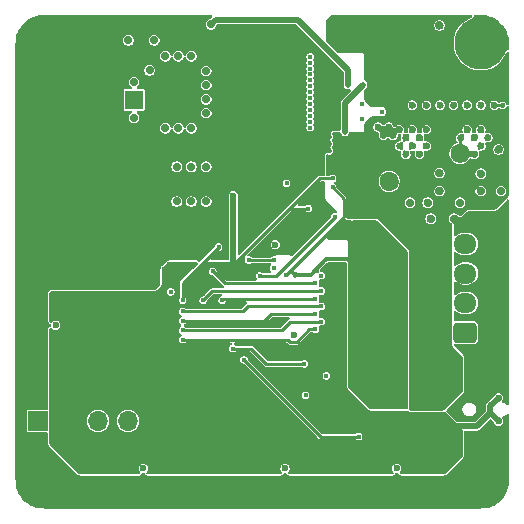
<source format=gbr>
%TF.GenerationSoftware,KiCad,Pcbnew,9.0.0*%
%TF.CreationDate,2025-08-20T08:39:56+02:00*%
%TF.ProjectId,SPARK,53504152-4b2e-46b6-9963-61645f706362,rev?*%
%TF.SameCoordinates,Original*%
%TF.FileFunction,Copper,L4,Bot*%
%TF.FilePolarity,Positive*%
%FSLAX46Y46*%
G04 Gerber Fmt 4.6, Leading zero omitted, Abs format (unit mm)*
G04 Created by KiCad (PCBNEW 9.0.0) date 2025-08-20 08:39:56*
%MOMM*%
%LPD*%
G01*
G04 APERTURE LIST*
G04 Aperture macros list*
%AMRoundRect*
0 Rectangle with rounded corners*
0 $1 Rounding radius*
0 $2 $3 $4 $5 $6 $7 $8 $9 X,Y pos of 4 corners*
0 Add a 4 corners polygon primitive as box body*
4,1,4,$2,$3,$4,$5,$6,$7,$8,$9,$2,$3,0*
0 Add four circle primitives for the rounded corners*
1,1,$1+$1,$2,$3*
1,1,$1+$1,$4,$5*
1,1,$1+$1,$6,$7*
1,1,$1+$1,$8,$9*
0 Add four rect primitives between the rounded corners*
20,1,$1+$1,$2,$3,$4,$5,0*
20,1,$1+$1,$4,$5,$6,$7,0*
20,1,$1+$1,$6,$7,$8,$9,0*
20,1,$1+$1,$8,$9,$2,$3,0*%
G04 Aperture macros list end*
%TA.AperFunction,ComponentPad*%
%ADD10R,1.600000X1.600000*%
%TD*%
%TA.AperFunction,ComponentPad*%
%ADD11C,1.600000*%
%TD*%
%TA.AperFunction,HeatsinkPad*%
%ADD12C,0.450000*%
%TD*%
%TA.AperFunction,HeatsinkPad*%
%ADD13R,3.100000X4.050000*%
%TD*%
%TA.AperFunction,ComponentPad*%
%ADD14R,1.700000X1.700000*%
%TD*%
%TA.AperFunction,ComponentPad*%
%ADD15O,1.700000X1.700000*%
%TD*%
%TA.AperFunction,ComponentPad*%
%ADD16C,0.700000*%
%TD*%
%TA.AperFunction,ComponentPad*%
%ADD17C,4.400000*%
%TD*%
%TA.AperFunction,ComponentPad*%
%ADD18RoundRect,0.250000X0.725000X-0.600000X0.725000X0.600000X-0.725000X0.600000X-0.725000X-0.600000X0*%
%TD*%
%TA.AperFunction,ComponentPad*%
%ADD19O,1.950000X1.700000*%
%TD*%
%TA.AperFunction,ViaPad*%
%ADD20C,0.700000*%
%TD*%
%TA.AperFunction,ViaPad*%
%ADD21C,0.450000*%
%TD*%
%TA.AperFunction,ViaPad*%
%ADD22C,0.600000*%
%TD*%
%TA.AperFunction,Conductor*%
%ADD23C,0.500000*%
%TD*%
%TA.AperFunction,Conductor*%
%ADD24C,0.300000*%
%TD*%
%TA.AperFunction,Conductor*%
%ADD25C,0.250000*%
%TD*%
G04 APERTURE END LIST*
D10*
%TO.P,C1,1*%
%TO.N,+BATT*%
X-31844887Y34700000D03*
D11*
%TO.P,C1,2*%
%TO.N,PGND*%
X-33844887Y34700000D03*
%TD*%
D10*
%TO.P,C23,1*%
%TO.N,+12V*%
X-7644887Y9350000D03*
D11*
%TO.P,C23,2*%
%TO.N,PGND*%
X-9644887Y9350000D03*
%TD*%
D12*
%TO.P,U3,29,PAD*%
%TO.N,PGND*%
X-10650000Y14000000D03*
X-10650000Y15200000D03*
X-10650000Y16400000D03*
X-10650000Y17600000D03*
X-10650000Y18800000D03*
X-10650000Y20000000D03*
X-10650000Y21200000D03*
X-10650000Y22400000D03*
X-11850000Y14000000D03*
X-11850000Y15200000D03*
X-11850000Y16400000D03*
X-11850000Y17600000D03*
D13*
X-11850000Y18200000D03*
D12*
X-11850000Y18800000D03*
X-11850000Y20000000D03*
X-11850000Y21200000D03*
X-11850000Y22400000D03*
X-13050000Y14000000D03*
X-13050000Y15200000D03*
X-13050000Y16400000D03*
X-13050000Y17600000D03*
X-13050000Y18800000D03*
X-13050000Y20000000D03*
X-13050000Y21200000D03*
X-13050000Y22400000D03*
%TD*%
D14*
%TO.P,J6,1,Pin_1*%
%TO.N,+3V3*%
X-40000000Y7500000D03*
D15*
%TO.P,J6,2,Pin_2*%
%TO.N,GND*%
X-37460000Y7500000D03*
%TO.P,J6,3,Pin_3*%
%TO.N,SWDIO*%
X-34920000Y7500000D03*
%TO.P,J6,4,Pin_4*%
%TO.N,SWCLK*%
X-32380000Y7500000D03*
%TD*%
D16*
%TO.P,H4,1,1*%
%TO.N,PGND*%
X-4150000Y39500000D03*
X-3666726Y40666726D03*
X-3666726Y38333274D03*
X-2500000Y41150000D03*
D17*
X-2500000Y39500000D03*
D16*
X-2500000Y37850000D03*
X-1333274Y40666726D03*
X-1333274Y38333274D03*
X-850000Y39500000D03*
%TD*%
%TO.P,H1,1,1*%
%TO.N,PGND*%
X-41150000Y2500000D03*
X-40666726Y3666726D03*
X-40666726Y1333274D03*
X-39500000Y4150000D03*
D17*
X-39500000Y2500000D03*
D16*
X-39500000Y850000D03*
X-38333274Y3666726D03*
X-38333274Y1333274D03*
X-37850000Y2500000D03*
%TD*%
D18*
%TO.P,J3,1,Pin_1*%
%TO.N,AOUT1*%
X-3800000Y15000000D03*
D19*
%TO.P,J3,2,Pin_2*%
%TO.N,AOUT2*%
X-3800000Y17500000D03*
%TO.P,J3,3,Pin_3*%
%TO.N,BOUT2*%
X-3800000Y20000000D03*
%TO.P,J3,4,Pin_4*%
%TO.N,BOUT1*%
X-3800000Y22500000D03*
%TD*%
D10*
%TO.P,C12,1*%
%TO.N,+12V*%
X-4250000Y27667620D03*
D11*
%TO.P,C12,2*%
%TO.N,PGND*%
X-4250000Y30167620D03*
%TD*%
D10*
%TO.P,C11,1*%
%TO.N,+12V*%
X-10250000Y25794887D03*
D11*
%TO.P,C11,2*%
%TO.N,PGND*%
X-10250000Y27794887D03*
%TD*%
D16*
%TO.P,H3,1,1*%
%TO.N,PGND*%
X-41150000Y39500000D03*
X-40666726Y40666726D03*
X-40666726Y38333274D03*
X-39500000Y41150000D03*
D17*
X-39500000Y39500000D03*
D16*
X-39500000Y37850000D03*
X-38333274Y40666726D03*
X-38333274Y38333274D03*
X-37850000Y39500000D03*
%TD*%
%TO.P,H2,1,1*%
%TO.N,PGND*%
X-4150000Y2500000D03*
X-3666726Y3666726D03*
X-3666726Y1333274D03*
X-2500000Y4150000D03*
D17*
X-2500000Y2500000D03*
D16*
X-2500000Y850000D03*
X-1333274Y3666726D03*
X-1333274Y1333274D03*
X-850000Y2500000D03*
%TD*%
D20*
%TO.N,+BATT*%
X-27000000Y38400000D03*
X-25750000Y29050000D03*
X-27000000Y29050000D03*
X-28100000Y32300000D03*
X-25750000Y35950000D03*
X-29200000Y32300000D03*
X-28250000Y26100000D03*
X-25750000Y33600000D03*
X-28250000Y29050000D03*
X-29200000Y38400000D03*
X-25750000Y34750000D03*
X-30550000Y37200000D03*
X-25750000Y37150000D03*
X-25750000Y26100000D03*
X-31850000Y36200000D03*
X-27000000Y26100000D03*
X-27000000Y32300000D03*
X-30150000Y39750000D03*
X-31850000Y33200000D03*
X-32350000Y39750000D03*
X-28100000Y38400000D03*
X-25350000Y41100000D03*
D21*
X-13750000Y35950000D03*
D20*
%TO.N,PGND*%
X-28500000Y21500000D03*
D22*
X-3050000Y30100000D03*
X-11200000Y32400000D03*
X-8850000Y31500000D03*
D20*
X-37500000Y34000000D03*
X-34950000Y32000000D03*
D22*
X-9950000Y31700000D03*
D20*
X-22200000Y25900000D03*
D22*
X-7100000Y34250000D03*
D20*
X-37000000Y27500000D03*
D22*
X-8300000Y34250000D03*
D20*
X-12150000Y12500000D03*
X-40000000Y32000000D03*
D22*
X-8300000Y32200000D03*
D20*
X-1500000Y23000000D03*
X-40500000Y20450000D03*
D22*
X-8300000Y30800000D03*
D20*
X-1500000Y20000000D03*
X-32500000Y29000000D03*
D21*
X-15350000Y30400000D03*
D20*
X-35500000Y41000000D03*
X-40000000Y30500000D03*
D22*
X-10750000Y31700000D03*
D20*
X-7500000Y1500000D03*
X-22200000Y23500000D03*
X-38500000Y31500000D03*
D21*
X-18200000Y19900000D03*
D20*
X-26500000Y23000000D03*
D22*
X-4200000Y31500000D03*
D20*
X-30700000Y29000000D03*
X-40500000Y11500000D03*
X-23150000Y27700000D03*
X-38500000Y29500000D03*
D22*
X-7700000Y31500000D03*
D20*
X-13050000Y23700000D03*
X-32450000Y26500000D03*
D22*
X-7700000Y30100000D03*
D20*
X-32500000Y30500000D03*
X-31000000Y1500000D03*
X-33250000Y28250000D03*
X-35500000Y38000000D03*
X-800000Y27000000D03*
X-28000000Y23000000D03*
X-34000000Y32000000D03*
X-3050000Y24650000D03*
X-6000000Y41000000D03*
X-40000000Y36500000D03*
X-2500000Y27000000D03*
X-34000000Y29000000D03*
X-31500000Y23500000D03*
X-40500000Y14500000D03*
X-22200000Y24700000D03*
X-1500000Y17000000D03*
X-30150000Y25700000D03*
X-32450000Y23500000D03*
X-37000000Y41000000D03*
X-21250000Y25300000D03*
X-28000000Y1500000D03*
D22*
X-3650000Y32200000D03*
D20*
X-38500000Y30500000D03*
X-40000000Y33500000D03*
X-35500000Y36500000D03*
X-1500000Y14000000D03*
X-14150000Y23700000D03*
X-8500000Y26000000D03*
X-25000000Y1500000D03*
D22*
X-9400000Y32200000D03*
D20*
X-22200000Y27100000D03*
X-38500000Y33500000D03*
X-21250000Y26500000D03*
X-40000000Y24500000D03*
X-1000000Y30500000D03*
X-35500000Y29000000D03*
X-2500000Y28450000D03*
X-29500000Y1500000D03*
D21*
X-15350000Y31000000D03*
D20*
X-6750000Y24650000D03*
X-26500000Y1500000D03*
X-34000000Y23000000D03*
X-27250000Y22250000D03*
X-40500000Y18900000D03*
D22*
X-7100000Y30800000D03*
X-3050000Y31500000D03*
D20*
X-1500000Y21500000D03*
X-32500000Y21500000D03*
D22*
X-1900000Y31500000D03*
D20*
X-10500000Y1500000D03*
X-31300000Y26500000D03*
D22*
X-3650000Y34250000D03*
D20*
X-37000000Y24500000D03*
X-12900000Y10700000D03*
X-21250000Y27700000D03*
D22*
X-9350000Y30800000D03*
D20*
X-1500000Y18550000D03*
X-37000000Y35000000D03*
X-38500000Y26000000D03*
X-19500000Y1500000D03*
X-4250000Y26000000D03*
X-22200000Y28300000D03*
D22*
X-7100000Y32200000D03*
D20*
X-32450000Y25700000D03*
X-40500000Y16000000D03*
X-6000000Y28500000D03*
X-31600000Y29000000D03*
X-31000000Y21500000D03*
X-36500000Y34000000D03*
X-30500000Y23500000D03*
X-35000000Y33000000D03*
X-35000000Y30000000D03*
D22*
X-2500000Y32200000D03*
X-10300000Y32400000D03*
X-5950000Y34250000D03*
D20*
X-16500000Y1500000D03*
X-35500000Y39500000D03*
X-40000000Y35000000D03*
X-38500000Y23000000D03*
X-9000000Y1500000D03*
X-1000000Y13000000D03*
D22*
X-4800000Y34250000D03*
D20*
X-35500000Y23000000D03*
X-15000000Y1500000D03*
X-29500000Y21500000D03*
X-34000000Y21500000D03*
D22*
X-2500000Y34250000D03*
D20*
X-26500000Y21500000D03*
X-31300000Y25700000D03*
X-29500000Y23500000D03*
X-40000000Y29000000D03*
X-34000000Y26000000D03*
X-34950000Y31000000D03*
D22*
X-2500000Y30800000D03*
D20*
X-40000000Y27500000D03*
X-1500000Y24650000D03*
X-34000000Y24500000D03*
X-21250000Y24100000D03*
X-4750000Y24650000D03*
X-37500000Y29000000D03*
X-16400000Y26800000D03*
X-6000000Y27000000D03*
D22*
X-1350000Y34250000D03*
D20*
X-34000000Y27500000D03*
X-10650000Y12500000D03*
X-38500000Y36500000D03*
X-29500000Y22500000D03*
X-11400000Y10700000D03*
X-1500000Y15500000D03*
X-40000000Y26000000D03*
X-40000000Y23000000D03*
X-17900000Y24350000D03*
X-18000000Y1500000D03*
X-35500000Y26000000D03*
X-11150000Y23700000D03*
X-40500000Y13000000D03*
X-7000000Y26000000D03*
X-38500000Y35000000D03*
X-25000000Y23000000D03*
X-30150000Y26500000D03*
X-34000000Y30500000D03*
X-38500000Y32500000D03*
D21*
X-15350000Y31600000D03*
X-650000Y34250000D03*
D22*
X-8850000Y30100000D03*
D20*
X-25750000Y22250000D03*
X-35500000Y34000000D03*
X-37000000Y38000000D03*
X-35000000Y1500000D03*
X-37000000Y36500000D03*
X-36500000Y29000000D03*
D22*
%TO.N,+12V*%
X-9300000Y38100000D03*
X-5950000Y35150000D03*
D20*
X-5300000Y13350000D03*
D22*
X-9400000Y35150000D03*
D21*
X-6900000Y22200000D03*
D20*
X-4700000Y12750000D03*
X-5300000Y12150000D03*
D22*
X-5650000Y38100000D03*
X-5200000Y37400000D03*
X-4800000Y35150000D03*
D21*
X-2500000Y36900000D03*
D22*
X-8300000Y35150000D03*
D21*
X-6300000Y22200000D03*
D22*
X-10150000Y35800000D03*
X-8350000Y38100000D03*
D21*
X-650000Y35150000D03*
X-4950000Y38100000D03*
D22*
X-6100000Y37400000D03*
D21*
X-6750000Y13950000D03*
D22*
X-8850000Y37400000D03*
X-6550000Y38100000D03*
D21*
X-6000000Y22650000D03*
X-13400000Y24800000D03*
D20*
X-5900000Y12750000D03*
D22*
X-7450000Y38100000D03*
D21*
X-650000Y37150000D03*
D20*
X-6500000Y13350000D03*
D21*
X-4400000Y37400000D03*
D20*
X-6500000Y12150000D03*
X-6500000Y14550000D03*
D21*
X-7800000Y15250000D03*
D22*
X-7100000Y35150000D03*
D21*
X-7800000Y21750000D03*
X-7200000Y21750000D03*
D22*
X-1350000Y35150000D03*
D20*
X-14500000Y39500000D03*
D21*
X-7500000Y21300000D03*
X-6600000Y22650000D03*
D22*
X-11200000Y35000000D03*
X-7900000Y37400000D03*
X-7000000Y37400000D03*
D20*
X-5900000Y13950000D03*
D22*
X-2500000Y35150000D03*
D20*
X-14500000Y41000000D03*
D21*
X-6600000Y21750000D03*
X-6750000Y12750000D03*
X-14250000Y30250000D03*
D22*
X-3650000Y35150000D03*
%TO.N,+3V3*%
X-18350000Y14800000D03*
X-19075000Y3500000D03*
D21*
X-15575000Y11340000D03*
D22*
X-38500000Y15625000D03*
X-9625000Y3500000D03*
D21*
X-28750000Y18450000D03*
D22*
X-19900000Y22450000D03*
D21*
X-17337500Y9687500D03*
X-20050000Y20450000D03*
X-18950000Y27650000D03*
D22*
X-31075000Y3500000D03*
D21*
X-16000000Y19825000D03*
D22*
%TO.N,GND*%
X-5650000Y7050000D03*
D21*
X-32050000Y17150000D03*
X-14550000Y11350000D03*
X-26000000Y8000000D03*
D22*
X-16000000Y9750000D03*
X-23850000Y5250000D03*
X-24000000Y20200000D03*
X-14250000Y9750000D03*
D21*
X-33800000Y17150000D03*
D22*
X-19350000Y16000000D03*
X-1000000Y9500000D03*
D21*
X-17100000Y25500000D03*
D22*
X-38500000Y11875000D03*
D21*
X-27750000Y8000000D03*
D22*
X-8375000Y3500000D03*
X-1000000Y7500000D03*
D21*
X-15050000Y28050000D03*
D22*
X-15325000Y3500000D03*
X-23450000Y26600000D03*
D21*
%TO.N,NRST*%
X-22550000Y12700000D03*
X-12850000Y6200000D03*
%TO.N,RGB*%
X-24700000Y22250000D03*
X-27750000Y17750000D03*
%TO.N,NTC1*%
X-17450000Y12350000D03*
X-23500000Y13650000D03*
%TO.N,NTC2*%
X-15050000Y27300000D03*
X-19000000Y19900000D03*
%TO.N,VD1*%
X-14850000Y24800000D03*
X-21200000Y19800000D03*
%TO.N,VREF*%
X-20050000Y21125000D03*
X-22125000Y21125000D03*
%TO.N,DRV_STEP*%
X-27750000Y16800000D03*
X-16000000Y17225000D03*
%TO.N,DRV_DIR*%
X-27750000Y16000000D03*
X-16500000Y16575000D03*
%TO.N,DRV_EN*%
X-16000000Y15925000D03*
X-27750000Y15200000D03*
%TO.N,DRV_MOSI*%
X-26000000Y17750000D03*
X-16000000Y18525000D03*
%TO.N,DRV_SCK*%
X-16500000Y17875000D03*
X-24400000Y17750000D03*
%TO.N,DRV_MISO*%
X-25200000Y20200000D03*
X-16500000Y19175000D03*
%TO.N,DRV_SLEEP*%
X-16500000Y15275000D03*
X-27750000Y14400000D03*
%TO.N,/SW*%
X-12550000Y33100000D03*
X-16950000Y35350000D03*
X-16950000Y37350000D03*
X-16950000Y38350000D03*
X-16950000Y36350000D03*
X-16950000Y32350000D03*
X-10900000Y33700000D03*
X-16950000Y34850000D03*
X-16950000Y37850000D03*
X-16950000Y34350000D03*
X-16950000Y32850000D03*
X-16950000Y36850000D03*
X-12550000Y34350000D03*
X-16950000Y33850000D03*
X-16950000Y33350000D03*
X-16950000Y35850000D03*
%TO.N,/VCC*%
X-12450000Y36000000D03*
X-14000000Y32000000D03*
%TD*%
D23*
%TO.N,+BATT*%
X-13750000Y35950000D02*
X-13750000Y37250000D01*
X-24950000Y41500000D02*
X-25350000Y41100000D01*
X-13750000Y37250000D02*
X-18000000Y41500000D01*
X-18000000Y41500000D02*
X-24950000Y41500000D01*
D24*
%TO.N,PGND*%
X-18200000Y19900000D02*
X-16900000Y19900000D01*
X-15600000Y21200000D02*
X-13050000Y21200000D01*
X-16900000Y19900000D02*
X-15600000Y21200000D01*
D25*
%TO.N,+12V*%
X-10250000Y25794887D02*
X-11244887Y24800000D01*
X-11244887Y24800000D02*
X-13400000Y24800000D01*
D23*
%TO.N,GND*%
X-2850000Y7050000D02*
X-5650000Y7050000D01*
D25*
X-18700000Y25500000D02*
X-23450000Y20750000D01*
X-16150000Y28050000D02*
X-18700000Y25500000D01*
D23*
X-23450000Y20750000D02*
X-24000000Y20200000D01*
X-23450000Y26600000D02*
X-23450000Y20750000D01*
D25*
X-17100000Y25500000D02*
X-18700000Y25500000D01*
D23*
X-1700000Y8800000D02*
X-1700000Y8200000D01*
X-1700000Y8200000D02*
X-1000000Y7500000D01*
D25*
X-15050000Y28050000D02*
X-16150000Y28050000D01*
D23*
X-1000000Y9500000D02*
X-1700000Y8800000D01*
X-1700000Y8200000D02*
X-2850000Y7050000D01*
D25*
%TO.N,NRST*%
X-16050000Y6200000D02*
X-12850000Y6200000D01*
X-22550000Y12700000D02*
X-16050000Y6200000D01*
%TO.N,RGB*%
X-27750000Y19200000D02*
X-27750000Y17750000D01*
X-24700000Y22250000D02*
X-27750000Y19200000D01*
%TO.N,NTC1*%
X-23500000Y13650000D02*
X-21950000Y13650000D01*
X-20650000Y12350000D02*
X-17450000Y12350000D01*
X-21950000Y13650000D02*
X-20650000Y12350000D01*
%TO.N,NTC2*%
X-19000000Y19900000D02*
X-14100000Y24800000D01*
X-14100000Y24800000D02*
X-14100000Y26350000D01*
X-14100000Y26350000D02*
X-15050000Y27300000D01*
%TO.N,VD1*%
X-19850000Y19800000D02*
X-21200000Y19800000D01*
X-14850000Y24800000D02*
X-19850000Y19800000D01*
%TO.N,VREF*%
X-22125000Y21125000D02*
X-20050000Y21125000D01*
%TO.N,DRV_STEP*%
X-22650000Y16800000D02*
X-22225000Y17225000D01*
X-27750000Y16800000D02*
X-22650000Y16800000D01*
X-22225000Y17225000D02*
X-16000000Y17225000D01*
%TO.N,DRV_DIR*%
X-27750000Y16000000D02*
X-20850000Y16000000D01*
X-20850000Y16000000D02*
X-20275000Y16575000D01*
X-20275000Y16575000D02*
X-16500000Y16575000D01*
%TO.N,DRV_EN*%
X-18625000Y15925000D02*
X-16000000Y15925000D01*
X-19350000Y15200000D02*
X-18625000Y15925000D01*
X-27750000Y15200000D02*
X-19350000Y15200000D01*
%TO.N,DRV_MOSI*%
X-25225000Y18525000D02*
X-16000000Y18525000D01*
X-26000000Y17750000D02*
X-25225000Y18525000D01*
%TO.N,DRV_SCK*%
X-24275000Y17875000D02*
X-16500000Y17875000D01*
X-24400000Y17750000D02*
X-24275000Y17875000D01*
%TO.N,DRV_MISO*%
X-25200000Y20200000D02*
X-24175000Y19175000D01*
X-24175000Y19175000D02*
X-16500000Y19175000D01*
%TO.N,DRV_SLEEP*%
X-18100000Y14200000D02*
X-17025000Y15275000D01*
X-27750000Y14400000D02*
X-18850000Y14400000D01*
X-18650000Y14200000D02*
X-18100000Y14200000D01*
X-17025000Y15275000D02*
X-16500000Y15275000D01*
X-18850000Y14400000D02*
X-18650000Y14200000D01*
D23*
%TO.N,/VCC*%
X-14000000Y34450000D02*
X-12450000Y36000000D01*
X-14000000Y32000000D02*
X-14000000Y34450000D01*
%TD*%
%TA.AperFunction,Conductor*%
%TO.N,GND*%
G36*
X-22507022Y21390463D02*
G01*
X-22451089Y21348591D01*
X-22426672Y21283127D01*
X-22430580Y21242195D01*
X-22450500Y21167853D01*
X-22450500Y21082147D01*
X-22428318Y20999362D01*
X-22428314Y20999355D01*
X-22385469Y20925144D01*
X-22385463Y20925136D01*
X-22324863Y20864536D01*
X-22324855Y20864530D01*
X-22250644Y20821685D01*
X-22250640Y20821683D01*
X-22250638Y20821682D01*
X-22167853Y20799500D01*
X-22167852Y20799500D01*
X-22082147Y20799500D01*
X-21999362Y20821682D01*
X-21999355Y20821685D01*
X-21925144Y20864530D01*
X-21918693Y20869481D01*
X-21917589Y20868042D01*
X-21865169Y20896666D01*
X-21838811Y20899500D01*
X-20360189Y20899500D01*
X-20293150Y20879815D01*
X-20247395Y20827011D01*
X-20237451Y20757853D01*
X-20266476Y20694297D01*
X-20272508Y20687819D01*
X-20310465Y20649862D01*
X-20353318Y20575638D01*
X-20375500Y20492853D01*
X-20375500Y20407147D01*
X-20353318Y20324362D01*
X-20353314Y20324355D01*
X-20310469Y20250144D01*
X-20310463Y20250136D01*
X-20297508Y20237181D01*
X-20264023Y20175858D01*
X-20269007Y20106166D01*
X-20310879Y20050233D01*
X-20376343Y20025816D01*
X-20385189Y20025500D01*
X-20913811Y20025500D01*
X-20980850Y20045185D01*
X-20993685Y20055528D01*
X-20993693Y20055519D01*
X-21000136Y20060463D01*
X-21000138Y20060465D01*
X-21000141Y20060466D01*
X-21000144Y20060469D01*
X-21074355Y20103314D01*
X-21074362Y20103318D01*
X-21157147Y20125500D01*
X-21242853Y20125500D01*
X-21325638Y20103318D01*
X-21399862Y20060465D01*
X-21460465Y19999862D01*
X-21503318Y19925638D01*
X-21525500Y19842853D01*
X-21525500Y19757147D01*
X-21503318Y19674362D01*
X-21503314Y19674355D01*
X-21460468Y19600142D01*
X-21460353Y19599992D01*
X-21460294Y19599841D01*
X-21456402Y19593099D01*
X-21457453Y19592492D01*
X-21435155Y19534825D01*
X-21449189Y19466379D01*
X-21498000Y19416386D01*
X-21558724Y19400500D01*
X-24030233Y19400500D01*
X-24097272Y19420185D01*
X-24117914Y19436819D01*
X-24838181Y20157086D01*
X-24871666Y20218409D01*
X-24873427Y20234794D01*
X-24873439Y20234793D01*
X-24874500Y20242852D01*
X-24876451Y20250136D01*
X-24896682Y20325638D01*
X-24896685Y20325644D01*
X-24939530Y20399855D01*
X-24939536Y20399863D01*
X-25000136Y20460463D01*
X-25000138Y20460465D01*
X-25000140Y20460466D01*
X-25000144Y20460469D01*
X-25074355Y20503314D01*
X-25074362Y20503318D01*
X-25157147Y20525500D01*
X-25242853Y20525500D01*
X-25325638Y20503318D01*
X-25399862Y20460465D01*
X-25460465Y20399862D01*
X-25503318Y20325638D01*
X-25525500Y20242853D01*
X-25525500Y20157147D01*
X-25503318Y20074362D01*
X-25503314Y20074355D01*
X-25460469Y20000144D01*
X-25460463Y20000136D01*
X-25399863Y19939536D01*
X-25399855Y19939530D01*
X-25325644Y19896685D01*
X-25325640Y19896683D01*
X-25325638Y19896682D01*
X-25242853Y19874500D01*
X-25242852Y19874500D01*
X-25234793Y19873439D01*
X-25235029Y19871640D01*
X-25177728Y19854815D01*
X-25157086Y19838181D01*
X-24366170Y19047265D01*
X-24366170Y19047264D01*
X-24302736Y18983830D01*
X-24293475Y18979994D01*
X-24277343Y18964818D01*
X-24264672Y18943209D01*
X-24248610Y18923989D01*
X-24247303Y18913588D01*
X-24242001Y18904545D01*
X-24243024Y18879515D01*
X-24239903Y18854664D01*
X-24244426Y18845208D01*
X-24244855Y18834734D01*
X-24259248Y18814230D01*
X-24270058Y18791637D01*
X-24278975Y18786128D01*
X-24284999Y18777548D01*
X-24308190Y18768082D01*
X-24329501Y18754918D01*
X-24345829Y18752718D01*
X-24349688Y18751144D01*
X-24352981Y18751755D01*
X-24362306Y18750500D01*
X-25165703Y18750500D01*
X-25165711Y18750501D01*
X-25180145Y18750501D01*
X-25269854Y18750501D01*
X-25318405Y18730390D01*
X-25352736Y18716170D01*
X-25416170Y18652736D01*
X-25416170Y18652734D01*
X-25879369Y18189536D01*
X-25957086Y18111819D01*
X-26018409Y18078334D01*
X-26034794Y18076572D01*
X-26034793Y18076561D01*
X-26042844Y18075500D01*
X-26042853Y18075500D01*
X-26125638Y18053318D01*
X-26199862Y18010465D01*
X-26260465Y17949862D01*
X-26303318Y17875638D01*
X-26325500Y17792853D01*
X-26325500Y17707147D01*
X-26303318Y17624362D01*
X-26303314Y17624355D01*
X-26260469Y17550144D01*
X-26260466Y17550140D01*
X-26260466Y17550139D01*
X-26260463Y17550136D01*
X-26199863Y17489536D01*
X-26199855Y17489530D01*
X-26125644Y17446685D01*
X-26125640Y17446683D01*
X-26125638Y17446682D01*
X-26042853Y17424500D01*
X-26042852Y17424500D01*
X-25957147Y17424500D01*
X-25874362Y17446682D01*
X-25874355Y17446685D01*
X-25800144Y17489530D01*
X-25800136Y17489536D01*
X-25739536Y17550136D01*
X-25739530Y17550144D01*
X-25696685Y17624355D01*
X-25696682Y17624362D01*
X-25674500Y17707147D01*
X-25673439Y17715207D01*
X-25671640Y17714970D01*
X-25654815Y17772272D01*
X-25638181Y17792914D01*
X-25167914Y18263181D01*
X-25106591Y18296666D01*
X-25080233Y18299500D01*
X-24548747Y18299500D01*
X-24481708Y18279815D01*
X-24435953Y18227011D01*
X-24426009Y18157853D01*
X-24455034Y18094297D01*
X-24513812Y18056523D01*
X-24516614Y18055735D01*
X-24525638Y18053318D01*
X-24599862Y18010465D01*
X-24660465Y17949862D01*
X-24703318Y17875638D01*
X-24725500Y17792853D01*
X-24725500Y17707147D01*
X-24703318Y17624362D01*
X-24703314Y17624355D01*
X-24660469Y17550144D01*
X-24660466Y17550140D01*
X-24660466Y17550139D01*
X-24660463Y17550136D01*
X-24599863Y17489536D01*
X-24599855Y17489530D01*
X-24525644Y17446685D01*
X-24525640Y17446683D01*
X-24525638Y17446682D01*
X-24442853Y17424500D01*
X-24442852Y17424500D01*
X-24357147Y17424500D01*
X-24274362Y17446682D01*
X-24274355Y17446685D01*
X-24200144Y17489530D01*
X-24200136Y17489536D01*
X-24139536Y17550136D01*
X-24139534Y17550139D01*
X-24117965Y17587499D01*
X-24067398Y17635715D01*
X-24010577Y17649500D01*
X-22412307Y17649500D01*
X-22345268Y17629815D01*
X-22299513Y17577011D01*
X-22289569Y17507853D01*
X-22318594Y17444297D01*
X-22327343Y17435183D01*
X-22343476Y17420005D01*
X-22352736Y17416170D01*
X-22416170Y17352736D01*
X-22416170Y17352735D01*
X-22643405Y17125500D01*
X-22707086Y17061819D01*
X-22768409Y17028334D01*
X-22794767Y17025500D01*
X-27463811Y17025500D01*
X-27530850Y17045185D01*
X-27543685Y17055528D01*
X-27543693Y17055519D01*
X-27550136Y17060463D01*
X-27550138Y17060465D01*
X-27550141Y17060466D01*
X-27550144Y17060469D01*
X-27624355Y17103314D01*
X-27624362Y17103318D01*
X-27707147Y17125500D01*
X-27792853Y17125500D01*
X-27875638Y17103318D01*
X-27949862Y17060465D01*
X-28010465Y16999862D01*
X-28053318Y16925638D01*
X-28075500Y16842853D01*
X-28075500Y16757147D01*
X-28053318Y16674362D01*
X-28053314Y16674355D01*
X-28010469Y16600144D01*
X-28010465Y16600138D01*
X-27949861Y16539534D01*
X-27937066Y16532147D01*
X-27894178Y16507386D01*
X-27845964Y16456821D01*
X-27832740Y16388215D01*
X-27858708Y16323349D01*
X-27894177Y16292614D01*
X-27949862Y16260465D01*
X-28010465Y16199862D01*
X-28053318Y16125638D01*
X-28075500Y16042853D01*
X-28075500Y15957147D01*
X-28053318Y15874362D01*
X-28053314Y15874355D01*
X-28010469Y15800144D01*
X-28010465Y15800138D01*
X-27949861Y15739534D01*
X-27931116Y15728712D01*
X-27894178Y15707386D01*
X-27845964Y15656821D01*
X-27832740Y15588215D01*
X-27858708Y15523349D01*
X-27894177Y15492614D01*
X-27949862Y15460465D01*
X-28010465Y15399862D01*
X-28053318Y15325638D01*
X-28075500Y15242853D01*
X-28075500Y15157147D01*
X-28053318Y15074362D01*
X-28053314Y15074355D01*
X-28010469Y15000144D01*
X-28010463Y15000136D01*
X-27949861Y14939534D01*
X-27931116Y14928712D01*
X-27894178Y14907386D01*
X-27845964Y14856821D01*
X-27832740Y14788215D01*
X-27858708Y14723349D01*
X-27894177Y14692614D01*
X-27949862Y14660465D01*
X-28010465Y14599862D01*
X-28053318Y14525638D01*
X-28075500Y14442853D01*
X-28075500Y14357147D01*
X-28053318Y14274362D01*
X-28053314Y14274355D01*
X-28010469Y14200144D01*
X-28010463Y14200136D01*
X-27949863Y14139536D01*
X-27949855Y14139530D01*
X-27875644Y14096685D01*
X-27875640Y14096683D01*
X-27875638Y14096682D01*
X-27792853Y14074500D01*
X-27792852Y14074500D01*
X-27707147Y14074500D01*
X-27624362Y14096682D01*
X-27624355Y14096685D01*
X-27550144Y14139530D01*
X-27543693Y14144481D01*
X-27542589Y14143042D01*
X-27490169Y14171666D01*
X-27463811Y14174500D01*
X-23705314Y14174500D01*
X-23638275Y14154815D01*
X-23592520Y14102011D01*
X-23582576Y14032853D01*
X-23611601Y13969297D01*
X-23643314Y13943113D01*
X-23699862Y13910465D01*
X-23760465Y13849862D01*
X-23803318Y13775638D01*
X-23825500Y13692853D01*
X-23825500Y13607147D01*
X-23803318Y13524362D01*
X-23803314Y13524355D01*
X-23760469Y13450144D01*
X-23760463Y13450136D01*
X-23699863Y13389536D01*
X-23699855Y13389530D01*
X-23625644Y13346685D01*
X-23625640Y13346683D01*
X-23625638Y13346682D01*
X-23542853Y13324500D01*
X-23542852Y13324500D01*
X-23457147Y13324500D01*
X-23374362Y13346682D01*
X-23374355Y13346685D01*
X-23300144Y13389530D01*
X-23293693Y13394481D01*
X-23292589Y13393042D01*
X-23240169Y13421666D01*
X-23213811Y13424500D01*
X-22094767Y13424500D01*
X-22027728Y13404815D01*
X-22007086Y13388181D01*
X-20841170Y12222265D01*
X-20841170Y12222264D01*
X-20777736Y12158830D01*
X-20756751Y12150138D01*
X-20694854Y12124499D01*
X-20590711Y12124499D01*
X-20590703Y12124500D01*
X-17736189Y12124500D01*
X-17669150Y12104815D01*
X-17656314Y12094471D01*
X-17656307Y12094481D01*
X-17649855Y12089530D01*
X-17575644Y12046685D01*
X-17575640Y12046683D01*
X-17575638Y12046682D01*
X-17492853Y12024500D01*
X-17492852Y12024500D01*
X-17407147Y12024500D01*
X-17324362Y12046682D01*
X-17324355Y12046685D01*
X-17250144Y12089530D01*
X-17250136Y12089536D01*
X-17189536Y12150137D01*
X-17189530Y12150144D01*
X-17146685Y12224355D01*
X-17146682Y12224362D01*
X-17124500Y12307147D01*
X-17124500Y12392852D01*
X-17137008Y12439535D01*
X-17146682Y12475638D01*
X-17146685Y12475644D01*
X-17189530Y12549855D01*
X-17189536Y12549863D01*
X-17250136Y12610463D01*
X-17250138Y12610465D01*
X-17250140Y12610466D01*
X-17250144Y12610469D01*
X-17324355Y12653314D01*
X-17324362Y12653318D01*
X-17407147Y12675500D01*
X-17492853Y12675500D01*
X-17575638Y12653318D01*
X-17649862Y12610465D01*
X-17649867Y12610459D01*
X-17656307Y12605519D01*
X-17657410Y12606957D01*
X-17709831Y12578334D01*
X-17736189Y12575500D01*
X-20505233Y12575500D01*
X-20572272Y12595185D01*
X-20592914Y12611819D01*
X-21736808Y13755713D01*
X-21758830Y13777735D01*
X-21758830Y13777736D01*
X-21822264Y13841170D01*
X-21846539Y13851225D01*
X-21905145Y13875501D01*
X-21994855Y13875501D01*
X-22009289Y13875501D01*
X-22009297Y13875500D01*
X-23213811Y13875500D01*
X-23279953Y13894613D01*
X-23291682Y13902009D01*
X-23300138Y13910465D01*
X-23358784Y13944324D01*
X-23360828Y13945613D01*
X-23382392Y13970073D01*
X-23404901Y13993679D01*
X-23405375Y13996142D01*
X-23407034Y13998023D01*
X-23411951Y14030258D01*
X-23418125Y14062286D01*
X-23417192Y14064614D01*
X-23417571Y14067093D01*
X-23404278Y14096872D01*
X-23392157Y14127151D01*
X-23390114Y14128605D01*
X-23389092Y14130896D01*
X-23361808Y14148762D01*
X-23335243Y14167680D01*
X-23332117Y14168205D01*
X-23330640Y14169173D01*
X-23326134Y14169211D01*
X-23294686Y14174500D01*
X-18994767Y14174500D01*
X-18927728Y14154815D01*
X-18907086Y14138181D01*
X-18858611Y14089706D01*
X-18858609Y14089703D01*
X-18777734Y14008828D01*
X-18747111Y13996145D01*
X-18747108Y13996142D01*
X-18747108Y13996143D01*
X-18694854Y13974499D01*
X-18590711Y13974499D01*
X-18590703Y13974500D01*
X-18159297Y13974500D01*
X-18159289Y13974499D01*
X-18144855Y13974499D01*
X-18055143Y13974499D01*
X-18008840Y13993679D01*
X-17996539Y13998774D01*
X-17996537Y13998774D01*
X-17972264Y14008829D01*
X-17908829Y14072265D01*
X-17453358Y14527736D01*
X-16967913Y15013181D01*
X-16940986Y15027884D01*
X-16915168Y15044477D01*
X-16908967Y15045368D01*
X-16906591Y15046666D01*
X-16880233Y15049500D01*
X-16786189Y15049500D01*
X-16719150Y15029815D01*
X-16706314Y15019471D01*
X-16706307Y15019481D01*
X-16699855Y15014530D01*
X-16625644Y14971685D01*
X-16625640Y14971683D01*
X-16625638Y14971682D01*
X-16542853Y14949500D01*
X-16542852Y14949500D01*
X-16457147Y14949500D01*
X-16374362Y14971682D01*
X-16374355Y14971685D01*
X-16300144Y15014530D01*
X-16300136Y15014536D01*
X-16239536Y15075136D01*
X-16239530Y15075144D01*
X-16196685Y15149355D01*
X-16196682Y15149362D01*
X-16174500Y15232147D01*
X-16174500Y15317852D01*
X-16190907Y15379087D01*
X-16196682Y15400638D01*
X-16210979Y15425401D01*
X-16227451Y15493301D01*
X-16204598Y15559328D01*
X-16149676Y15602518D01*
X-16080123Y15609159D01*
X-16071500Y15607175D01*
X-16042857Y15599500D01*
X-16042853Y15599500D01*
X-15957147Y15599500D01*
X-15874362Y15621682D01*
X-15874355Y15621685D01*
X-15800144Y15664530D01*
X-15800136Y15664536D01*
X-15739536Y15725136D01*
X-15739530Y15725144D01*
X-15696685Y15799355D01*
X-15696682Y15799362D01*
X-15674500Y15882147D01*
X-15674500Y15967852D01*
X-15682633Y15998207D01*
X-15696682Y16050638D01*
X-15696685Y16050644D01*
X-15739530Y16124855D01*
X-15739536Y16124863D01*
X-15800136Y16185463D01*
X-15800138Y16185465D01*
X-15800140Y16185466D01*
X-15800144Y16185469D01*
X-15874355Y16228314D01*
X-15874362Y16228318D01*
X-15957147Y16250500D01*
X-16042853Y16250500D01*
X-16071500Y16242824D01*
X-16141347Y16244487D01*
X-16199209Y16283649D01*
X-16226714Y16347877D01*
X-16215128Y16416780D01*
X-16210979Y16424597D01*
X-16196684Y16449357D01*
X-16196682Y16449362D01*
X-16174500Y16532147D01*
X-16174500Y16617852D01*
X-16189079Y16672264D01*
X-16196682Y16700638D01*
X-16210979Y16725401D01*
X-16227451Y16793301D01*
X-16204598Y16859328D01*
X-16149676Y16902518D01*
X-16080123Y16909159D01*
X-16071500Y16907175D01*
X-16042857Y16899500D01*
X-16042853Y16899500D01*
X-15957147Y16899500D01*
X-15874362Y16921682D01*
X-15874355Y16921685D01*
X-15800144Y16964530D01*
X-15800136Y16964536D01*
X-15739536Y17025136D01*
X-15739530Y17025144D01*
X-15696685Y17099355D01*
X-15696682Y17099362D01*
X-15674500Y17182147D01*
X-15674500Y17267852D01*
X-15692208Y17333942D01*
X-15696682Y17350638D01*
X-15696685Y17350644D01*
X-15739530Y17424855D01*
X-15739536Y17424863D01*
X-15800136Y17485463D01*
X-15800138Y17485465D01*
X-15800140Y17485466D01*
X-15800144Y17485469D01*
X-15874355Y17528314D01*
X-15874362Y17528318D01*
X-15957147Y17550500D01*
X-16042853Y17550500D01*
X-16071500Y17542824D01*
X-16141347Y17544487D01*
X-16199209Y17583649D01*
X-16226714Y17647877D01*
X-16215128Y17716780D01*
X-16210979Y17724597D01*
X-16196684Y17749357D01*
X-16196682Y17749362D01*
X-16174500Y17832147D01*
X-16174500Y17917852D01*
X-16192445Y17984827D01*
X-16196682Y18000638D01*
X-16210979Y18025401D01*
X-16227451Y18093301D01*
X-16204598Y18159328D01*
X-16149676Y18202518D01*
X-16080123Y18209159D01*
X-16071500Y18207175D01*
X-16042857Y18199500D01*
X-16042853Y18199500D01*
X-15957147Y18199500D01*
X-15874362Y18221682D01*
X-15874355Y18221685D01*
X-15800144Y18264530D01*
X-15800136Y18264536D01*
X-15739536Y18325136D01*
X-15739530Y18325144D01*
X-15696685Y18399355D01*
X-15696682Y18399362D01*
X-15674500Y18482147D01*
X-15674500Y18567852D01*
X-15680075Y18588661D01*
X-15696682Y18650638D01*
X-15697893Y18652736D01*
X-15739530Y18724855D01*
X-15739536Y18724863D01*
X-15800136Y18785463D01*
X-15800138Y18785465D01*
X-15800140Y18785466D01*
X-15800144Y18785469D01*
X-15874355Y18828314D01*
X-15874362Y18828318D01*
X-15957147Y18850500D01*
X-16042853Y18850500D01*
X-16071500Y18842824D01*
X-16141347Y18844487D01*
X-16199209Y18883649D01*
X-16226714Y18947877D01*
X-16215128Y19016780D01*
X-16210979Y19024597D01*
X-16196684Y19049357D01*
X-16196682Y19049362D01*
X-16174500Y19132147D01*
X-16174500Y19217852D01*
X-16196682Y19300637D01*
X-16196682Y19300638D01*
X-16210979Y19325401D01*
X-16227451Y19393301D01*
X-16204598Y19459328D01*
X-16149676Y19502518D01*
X-16080123Y19509159D01*
X-16071500Y19507175D01*
X-16042857Y19499500D01*
X-16042853Y19499500D01*
X-15957147Y19499500D01*
X-15874362Y19521682D01*
X-15874355Y19521685D01*
X-15800144Y19564530D01*
X-15800136Y19564536D01*
X-15739536Y19625136D01*
X-15739530Y19625144D01*
X-15696685Y19699355D01*
X-15696682Y19699362D01*
X-15674500Y19782147D01*
X-15674500Y19867852D01*
X-15676265Y19874441D01*
X-15696682Y19950638D01*
X-15696685Y19950644D01*
X-15739530Y20024855D01*
X-15739536Y20024863D01*
X-15800136Y20085463D01*
X-15800138Y20085465D01*
X-15800140Y20085466D01*
X-15800144Y20085469D01*
X-15874355Y20128314D01*
X-15874362Y20128318D01*
X-15957147Y20150500D01*
X-15995878Y20150500D01*
X-16062917Y20170185D01*
X-16108672Y20222989D01*
X-16118616Y20292147D01*
X-16089591Y20355703D01*
X-16083559Y20362181D01*
X-15532559Y20913181D01*
X-15471236Y20946666D01*
X-15444878Y20949500D01*
X-13949000Y20949500D01*
X-13881961Y20929815D01*
X-13836206Y20877011D01*
X-13825000Y20825500D01*
X-13825000Y10400000D01*
X-13754289Y10229289D01*
X-13754288Y10229288D01*
X-11995711Y8470711D01*
X-11825002Y8400000D01*
X-11825000Y8400000D01*
X-8700563Y8400000D01*
X-8633524Y8380315D01*
X-8612882Y8363681D01*
X-8610935Y8361734D01*
X-8610925Y8361725D01*
X-8610919Y8361719D01*
X-8602516Y8354172D01*
X-8581874Y8337538D01*
X-8581871Y8337536D01*
X-8581868Y8337534D01*
X-8545400Y8318458D01*
X-8545401Y8318458D01*
X-8478369Y8298775D01*
X-8478362Y8298774D01*
X-8448638Y8294500D01*
X-8448634Y8294500D01*
X-5724664Y8294500D01*
X-5704089Y8296525D01*
X-5704088Y8296525D01*
X-5656631Y8305966D01*
X-5636841Y8311969D01*
X-5636837Y8311970D01*
X-5633928Y8312853D01*
X-5633684Y8312048D01*
X-5567426Y8315875D01*
X-5507763Y8282763D01*
X-4113152Y6888152D01*
X-4108520Y6881220D01*
X-4104281Y6878277D01*
X-4086272Y6847923D01*
X-4034439Y6722786D01*
X-4025000Y6675334D01*
X-4025000Y4624665D01*
X-4034439Y4577213D01*
X-4086272Y4452076D01*
X-4113149Y4411850D01*
X-5436850Y3088149D01*
X-5443778Y3083520D01*
X-5446722Y3079281D01*
X-5477074Y3061272D01*
X-5539644Y3035355D01*
X-5602213Y3009439D01*
X-5649665Y3000000D01*
X-9259245Y3000000D01*
X-9326284Y3019685D01*
X-9372039Y3072489D01*
X-9381983Y3141647D01*
X-9352958Y3205203D01*
X-9346926Y3211681D01*
X-9304521Y3254085D01*
X-9251794Y3345410D01*
X-9251793Y3345413D01*
X-9224500Y3447273D01*
X-9224500Y3552726D01*
X-9251793Y3654586D01*
X-9251794Y3654589D01*
X-9304521Y3745914D01*
X-9379085Y3820478D01*
X-9379087Y3820480D01*
X-9470413Y3873207D01*
X-9572273Y3900500D01*
X-9677727Y3900500D01*
X-9779587Y3873207D01*
X-9870913Y3820480D01*
X-9945480Y3745913D01*
X-9998207Y3654587D01*
X-10025500Y3552727D01*
X-10025500Y3447273D01*
X-9998207Y3345413D01*
X-9945480Y3254087D01*
X-9945478Y3254085D01*
X-9903074Y3211681D01*
X-9869589Y3150358D01*
X-9874573Y3080666D01*
X-9916445Y3024733D01*
X-9981909Y3000316D01*
X-9990755Y3000000D01*
X-18709245Y3000000D01*
X-18776284Y3019685D01*
X-18822039Y3072489D01*
X-18831983Y3141647D01*
X-18802958Y3205203D01*
X-18796926Y3211681D01*
X-18754521Y3254085D01*
X-18701794Y3345410D01*
X-18701793Y3345413D01*
X-18674500Y3447273D01*
X-18674500Y3552726D01*
X-18701793Y3654586D01*
X-18701794Y3654589D01*
X-18754521Y3745914D01*
X-18829085Y3820478D01*
X-18829087Y3820480D01*
X-18920413Y3873207D01*
X-19022273Y3900500D01*
X-19127727Y3900500D01*
X-19229587Y3873207D01*
X-19320913Y3820480D01*
X-19395480Y3745913D01*
X-19448207Y3654587D01*
X-19475500Y3552727D01*
X-19475500Y3447273D01*
X-19448207Y3345413D01*
X-19395480Y3254087D01*
X-19395478Y3254085D01*
X-19353074Y3211681D01*
X-19319589Y3150358D01*
X-19324573Y3080666D01*
X-19366445Y3024733D01*
X-19431909Y3000316D01*
X-19440755Y3000000D01*
X-30709245Y3000000D01*
X-30776284Y3019685D01*
X-30822039Y3072489D01*
X-30831983Y3141647D01*
X-30802958Y3205203D01*
X-30796926Y3211681D01*
X-30754521Y3254085D01*
X-30701794Y3345410D01*
X-30701793Y3345413D01*
X-30674500Y3447273D01*
X-30674500Y3552726D01*
X-30701793Y3654586D01*
X-30701794Y3654589D01*
X-30754521Y3745914D01*
X-30829085Y3820478D01*
X-30829087Y3820480D01*
X-30920413Y3873207D01*
X-31022273Y3900500D01*
X-31127727Y3900500D01*
X-31229587Y3873207D01*
X-31320913Y3820480D01*
X-31395480Y3745913D01*
X-31448207Y3654587D01*
X-31475500Y3552727D01*
X-31475500Y3447273D01*
X-31448207Y3345413D01*
X-31395480Y3254087D01*
X-31395478Y3254085D01*
X-31353074Y3211681D01*
X-31319589Y3150358D01*
X-31324573Y3080666D01*
X-31366445Y3024733D01*
X-31431909Y3000316D01*
X-31440755Y3000000D01*
X-36400335Y3000000D01*
X-36408511Y3001626D01*
X-36413590Y3000710D01*
X-36447788Y3009439D01*
X-36484711Y3024733D01*
X-36572925Y3061272D01*
X-36613152Y3088152D01*
X-38936847Y5411847D01*
X-38963727Y5452075D01*
X-39015561Y5577212D01*
X-39025000Y5624665D01*
X-39025000Y7593616D01*
X-35870500Y7593616D01*
X-35870500Y7406384D01*
X-35833973Y7222749D01*
X-35778554Y7088956D01*
X-35762323Y7049771D01*
X-35762318Y7049762D01*
X-35658302Y6894092D01*
X-35658299Y6894088D01*
X-35525911Y6761700D01*
X-35525907Y6761697D01*
X-35370237Y6657681D01*
X-35370228Y6657676D01*
X-35197251Y6586027D01*
X-35197243Y6586025D01*
X-35013620Y6549500D01*
X-35013616Y6549500D01*
X-34826379Y6549500D01*
X-34642756Y6586025D01*
X-34642748Y6586027D01*
X-34469771Y6657676D01*
X-34469762Y6657681D01*
X-34314092Y6761697D01*
X-34314088Y6761700D01*
X-34181700Y6894088D01*
X-34181697Y6894092D01*
X-34077681Y7049762D01*
X-34077676Y7049771D01*
X-34006027Y7222748D01*
X-34006025Y7222756D01*
X-33969500Y7406379D01*
X-33969500Y7593616D01*
X-33330500Y7593616D01*
X-33330500Y7406384D01*
X-33293973Y7222749D01*
X-33238554Y7088956D01*
X-33222323Y7049771D01*
X-33222318Y7049762D01*
X-33118302Y6894092D01*
X-33118299Y6894088D01*
X-32985911Y6761700D01*
X-32985907Y6761697D01*
X-32830237Y6657681D01*
X-32830228Y6657676D01*
X-32657251Y6586027D01*
X-32657243Y6586025D01*
X-32473620Y6549500D01*
X-32473616Y6549500D01*
X-32286379Y6549500D01*
X-32102756Y6586025D01*
X-32102748Y6586027D01*
X-31929771Y6657676D01*
X-31929762Y6657681D01*
X-31774092Y6761697D01*
X-31774088Y6761700D01*
X-31641700Y6894088D01*
X-31641697Y6894092D01*
X-31537681Y7049762D01*
X-31537676Y7049771D01*
X-31466027Y7222748D01*
X-31466025Y7222756D01*
X-31429500Y7406379D01*
X-31429500Y7593620D01*
X-31466025Y7777243D01*
X-31466027Y7777251D01*
X-31537676Y7950228D01*
X-31537681Y7950237D01*
X-31641697Y8105907D01*
X-31641700Y8105911D01*
X-31774088Y8238299D01*
X-31774092Y8238302D01*
X-31929762Y8342318D01*
X-31929771Y8342323D01*
X-31976597Y8361719D01*
X-32102749Y8413973D01*
X-32286379Y8450499D01*
X-32286383Y8450500D01*
X-32286384Y8450500D01*
X-32473616Y8450500D01*
X-32473617Y8450500D01*
X-32473618Y8450499D01*
X-32657251Y8413973D01*
X-32830231Y8342322D01*
X-32985908Y8238302D01*
X-33118302Y8105908D01*
X-33222322Y7950231D01*
X-33293973Y7777251D01*
X-33330500Y7593616D01*
X-33969500Y7593616D01*
X-33969500Y7593620D01*
X-34006025Y7777243D01*
X-34006027Y7777251D01*
X-34077676Y7950228D01*
X-34077681Y7950237D01*
X-34181697Y8105907D01*
X-34181700Y8105911D01*
X-34314088Y8238299D01*
X-34314092Y8238302D01*
X-34469762Y8342318D01*
X-34469771Y8342323D01*
X-34516597Y8361719D01*
X-34642749Y8413973D01*
X-34826379Y8450499D01*
X-34826383Y8450500D01*
X-34826384Y8450500D01*
X-35013616Y8450500D01*
X-35013617Y8450500D01*
X-35013618Y8450499D01*
X-35197251Y8413973D01*
X-35370231Y8342322D01*
X-35525908Y8238302D01*
X-35658302Y8105908D01*
X-35762322Y7950231D01*
X-35833973Y7777251D01*
X-35870500Y7593616D01*
X-39025000Y7593616D01*
X-39025000Y12742853D01*
X-22875500Y12742853D01*
X-22875500Y12657147D01*
X-22853318Y12574362D01*
X-22853314Y12574355D01*
X-22810469Y12500144D01*
X-22810463Y12500136D01*
X-22749863Y12439536D01*
X-22749855Y12439530D01*
X-22675644Y12396685D01*
X-22675640Y12396683D01*
X-22675638Y12396682D01*
X-22592853Y12374500D01*
X-22592852Y12374500D01*
X-22584793Y12373439D01*
X-22585029Y12371640D01*
X-22527728Y12354815D01*
X-22507086Y12338181D01*
X-16258611Y6089706D01*
X-16258609Y6089703D01*
X-16177733Y6008827D01*
X-16094858Y5974501D01*
X-16094856Y5974500D01*
X-16094855Y5974500D01*
X-16005145Y5974500D01*
X-13136189Y5974500D01*
X-13069150Y5954815D01*
X-13056314Y5944471D01*
X-13056307Y5944481D01*
X-13049855Y5939530D01*
X-12975644Y5896685D01*
X-12975640Y5896683D01*
X-12975638Y5896682D01*
X-12892853Y5874500D01*
X-12892852Y5874500D01*
X-12807147Y5874500D01*
X-12724362Y5896682D01*
X-12724355Y5896685D01*
X-12650144Y5939530D01*
X-12650136Y5939536D01*
X-12589536Y6000136D01*
X-12589530Y6000144D01*
X-12546685Y6074355D01*
X-12546682Y6074362D01*
X-12524500Y6157147D01*
X-12524500Y6242852D01*
X-12546682Y6325637D01*
X-12546685Y6325644D01*
X-12589530Y6399855D01*
X-12589536Y6399863D01*
X-12650136Y6460463D01*
X-12650138Y6460465D01*
X-12650140Y6460466D01*
X-12650144Y6460469D01*
X-12724355Y6503314D01*
X-12724362Y6503318D01*
X-12807147Y6525500D01*
X-12892853Y6525500D01*
X-12975638Y6503318D01*
X-13049862Y6460465D01*
X-13049867Y6460459D01*
X-13056307Y6455519D01*
X-13057410Y6456957D01*
X-13109831Y6428334D01*
X-13136189Y6425500D01*
X-15905233Y6425500D01*
X-15972272Y6445185D01*
X-15992914Y6461819D01*
X-19261448Y9730353D01*
X-17663000Y9730353D01*
X-17663000Y9644647D01*
X-17640818Y9561862D01*
X-17640814Y9561855D01*
X-17597969Y9487644D01*
X-17597963Y9487636D01*
X-17537363Y9427036D01*
X-17537355Y9427030D01*
X-17463144Y9384185D01*
X-17463140Y9384183D01*
X-17463138Y9384182D01*
X-17380353Y9362000D01*
X-17380352Y9362000D01*
X-17294647Y9362000D01*
X-17211862Y9384182D01*
X-17211855Y9384185D01*
X-17137644Y9427030D01*
X-17137636Y9427036D01*
X-17077036Y9487636D01*
X-17077030Y9487644D01*
X-17034185Y9561855D01*
X-17034182Y9561862D01*
X-17012000Y9644647D01*
X-17012000Y9730352D01*
X-17034182Y9813137D01*
X-17034185Y9813144D01*
X-17077030Y9887355D01*
X-17077036Y9887363D01*
X-17137636Y9947963D01*
X-17137638Y9947965D01*
X-17137640Y9947966D01*
X-17137644Y9947969D01*
X-17211855Y9990814D01*
X-17211862Y9990818D01*
X-17294647Y10013000D01*
X-17380353Y10013000D01*
X-17463138Y9990818D01*
X-17537362Y9947965D01*
X-17597965Y9887362D01*
X-17640818Y9813138D01*
X-17663000Y9730353D01*
X-19261448Y9730353D01*
X-20913948Y11382853D01*
X-15900500Y11382853D01*
X-15900500Y11297147D01*
X-15878318Y11214362D01*
X-15878314Y11214355D01*
X-15835469Y11140144D01*
X-15835463Y11140136D01*
X-15774863Y11079536D01*
X-15774855Y11079530D01*
X-15700644Y11036685D01*
X-15700640Y11036683D01*
X-15700638Y11036682D01*
X-15617853Y11014500D01*
X-15617852Y11014500D01*
X-15532147Y11014500D01*
X-15449362Y11036682D01*
X-15449355Y11036685D01*
X-15375144Y11079530D01*
X-15375136Y11079536D01*
X-15314536Y11140136D01*
X-15314530Y11140144D01*
X-15271685Y11214355D01*
X-15271682Y11214362D01*
X-15249500Y11297147D01*
X-15249500Y11382852D01*
X-15271682Y11465637D01*
X-15271685Y11465644D01*
X-15314530Y11539855D01*
X-15314536Y11539863D01*
X-15375136Y11600463D01*
X-15375138Y11600465D01*
X-15375140Y11600466D01*
X-15375144Y11600469D01*
X-15449355Y11643314D01*
X-15449362Y11643318D01*
X-15532147Y11665500D01*
X-15617853Y11665500D01*
X-15700638Y11643318D01*
X-15774862Y11600465D01*
X-15835465Y11539862D01*
X-15878318Y11465638D01*
X-15900500Y11382853D01*
X-20913948Y11382853D01*
X-22188181Y12657086D01*
X-22221666Y12718409D01*
X-22223427Y12734794D01*
X-22223439Y12734793D01*
X-22224500Y12742852D01*
X-22246682Y12825637D01*
X-22246685Y12825644D01*
X-22289530Y12899855D01*
X-22289536Y12899863D01*
X-22350136Y12960463D01*
X-22350138Y12960465D01*
X-22350140Y12960466D01*
X-22350144Y12960469D01*
X-22424355Y13003314D01*
X-22424362Y13003318D01*
X-22507147Y13025500D01*
X-22592853Y13025500D01*
X-22675638Y13003318D01*
X-22749862Y12960465D01*
X-22810465Y12899862D01*
X-22853318Y12825638D01*
X-22875500Y12742853D01*
X-39025000Y12742853D01*
X-39025000Y15284245D01*
X-39005315Y15351284D01*
X-38952511Y15397039D01*
X-38883353Y15406983D01*
X-38819797Y15377958D01*
X-38813319Y15371926D01*
X-38745913Y15304520D01*
X-38654587Y15251793D01*
X-38552727Y15224500D01*
X-38552726Y15224500D01*
X-38447273Y15224500D01*
X-38345413Y15251793D01*
X-38345410Y15251794D01*
X-38254085Y15304521D01*
X-38179521Y15379085D01*
X-38126794Y15470410D01*
X-38126793Y15470413D01*
X-38099500Y15572273D01*
X-38099500Y15677726D01*
X-38100022Y15679677D01*
X-38126793Y15779587D01*
X-38179520Y15870913D01*
X-38254087Y15945480D01*
X-38345413Y15998207D01*
X-38447273Y16025500D01*
X-38552727Y16025500D01*
X-38654587Y15998207D01*
X-38745913Y15945480D01*
X-38799948Y15891445D01*
X-38813319Y15878074D01*
X-38874642Y15844589D01*
X-38944334Y15849573D01*
X-39000267Y15891445D01*
X-39024684Y15956909D01*
X-39025000Y15965755D01*
X-39025000Y18348638D01*
X-39016355Y18378078D01*
X-39009832Y18408065D01*
X-39006077Y18413080D01*
X-39005315Y18415677D01*
X-38988681Y18436319D01*
X-38961319Y18463681D01*
X-38907895Y18492853D01*
X-29075500Y18492853D01*
X-29075500Y18407147D01*
X-29053318Y18324362D01*
X-29053314Y18324355D01*
X-29010469Y18250144D01*
X-29010463Y18250136D01*
X-28949863Y18189536D01*
X-28949855Y18189530D01*
X-28875644Y18146685D01*
X-28875640Y18146683D01*
X-28875638Y18146682D01*
X-28792853Y18124500D01*
X-28792852Y18124500D01*
X-28707147Y18124500D01*
X-28624362Y18146682D01*
X-28624355Y18146685D01*
X-28550144Y18189530D01*
X-28550136Y18189536D01*
X-28489536Y18250136D01*
X-28489530Y18250144D01*
X-28446685Y18324355D01*
X-28446682Y18324362D01*
X-28424500Y18407147D01*
X-28424500Y18492852D01*
X-28446682Y18575637D01*
X-28446685Y18575644D01*
X-28489530Y18649855D01*
X-28489536Y18649863D01*
X-28550136Y18710463D01*
X-28550138Y18710465D01*
X-28550140Y18710466D01*
X-28550144Y18710469D01*
X-28624355Y18753314D01*
X-28624362Y18753318D01*
X-28707147Y18775500D01*
X-28792853Y18775500D01*
X-28875638Y18753318D01*
X-28949862Y18710465D01*
X-29010465Y18649862D01*
X-29053318Y18575638D01*
X-29075500Y18492853D01*
X-38907895Y18492853D01*
X-38899996Y18497166D01*
X-38873638Y18500000D01*
X-30124997Y18500000D01*
X-29954288Y18570711D01*
X-29954287Y18570712D01*
X-29936339Y18588661D01*
X-29595712Y18929287D01*
X-29595711Y18929288D01*
X-29525000Y19099997D01*
X-29525000Y20374548D01*
X-29523152Y20383548D01*
X-29524119Y20389306D01*
X-29514974Y20423395D01*
X-29462611Y20545573D01*
X-29434154Y20586519D01*
X-29089707Y20914564D01*
X-29050243Y20939902D01*
X-28922172Y20991131D01*
X-28876119Y21000000D01*
X-26568267Y21000000D01*
X-26501228Y20980315D01*
X-26455473Y20927511D01*
X-26445529Y20858353D01*
X-26474554Y20794797D01*
X-26480586Y20788319D01*
X-26845509Y20423395D01*
X-27860294Y19408609D01*
X-27860297Y19408608D01*
X-27877735Y19391170D01*
X-27877736Y19391170D01*
X-27941170Y19327736D01*
X-27941170Y19327735D01*
X-27975501Y19244855D01*
X-27975501Y19244853D01*
X-27975501Y19145156D01*
X-27975500Y19145142D01*
X-27975500Y18036189D01*
X-27995185Y17969150D01*
X-28005528Y17956314D01*
X-28005519Y17956307D01*
X-28010459Y17949867D01*
X-28010465Y17949862D01*
X-28053318Y17875638D01*
X-28075500Y17792853D01*
X-28075500Y17707147D01*
X-28053318Y17624362D01*
X-28053314Y17624355D01*
X-28010469Y17550144D01*
X-28010466Y17550140D01*
X-28010466Y17550139D01*
X-28010463Y17550136D01*
X-27949863Y17489536D01*
X-27949855Y17489530D01*
X-27875644Y17446685D01*
X-27875640Y17446683D01*
X-27875638Y17446682D01*
X-27792853Y17424500D01*
X-27792852Y17424500D01*
X-27707147Y17424500D01*
X-27624362Y17446682D01*
X-27624355Y17446685D01*
X-27550144Y17489530D01*
X-27550136Y17489536D01*
X-27489536Y17550136D01*
X-27489530Y17550144D01*
X-27446685Y17624355D01*
X-27446682Y17624362D01*
X-27424500Y17707147D01*
X-27424500Y17792852D01*
X-27424516Y17792914D01*
X-27446682Y17875638D01*
X-27446685Y17875644D01*
X-27489530Y17949855D01*
X-27494481Y17956307D01*
X-27493042Y17957410D01*
X-27521666Y18009831D01*
X-27524500Y18036189D01*
X-27524500Y19055232D01*
X-27504815Y19122271D01*
X-27488181Y19142913D01*
X-25667413Y20963681D01*
X-25606090Y20997166D01*
X-25579732Y21000000D01*
X-23099997Y21000000D01*
X-22929288Y21070711D01*
X-22638037Y21361962D01*
X-22576714Y21395447D01*
X-22507022Y21390463D01*
G37*
%TD.AperFunction*%
%TA.AperFunction,Conductor*%
G36*
X-18789301Y16342744D02*
G01*
X-18765447Y16340305D01*
X-18756385Y16333079D01*
X-18745268Y16329815D01*
X-18729568Y16311697D01*
X-18710818Y16296746D01*
X-18707101Y16285768D01*
X-18699513Y16277011D01*
X-18696100Y16253277D01*
X-18688411Y16230567D01*
X-18691218Y16219324D01*
X-18689569Y16207853D01*
X-18699529Y16186041D01*
X-18705339Y16162779D01*
X-18716607Y16148646D01*
X-18718594Y16144297D01*
X-18723591Y16139887D01*
X-18727343Y16135183D01*
X-18743476Y16120005D01*
X-18752736Y16116170D01*
X-18816170Y16052736D01*
X-18816170Y16052735D01*
X-19266387Y15602518D01*
X-19407086Y15461819D01*
X-19468409Y15428334D01*
X-19494767Y15425500D01*
X-27463811Y15425500D01*
X-27530850Y15445185D01*
X-27543685Y15455528D01*
X-27543693Y15455519D01*
X-27550135Y15460462D01*
X-27550138Y15460465D01*
X-27550141Y15460466D01*
X-27550144Y15460469D01*
X-27605819Y15492613D01*
X-27608286Y15495200D01*
X-27611709Y15496236D01*
X-27632214Y15520295D01*
X-27654035Y15543179D01*
X-27654711Y15546691D01*
X-27657031Y15549412D01*
X-27661274Y15580737D01*
X-27667259Y15611786D01*
X-27665930Y15615105D01*
X-27666410Y15618649D01*
X-27653040Y15647303D01*
X-27641291Y15676651D01*
X-27637934Y15679677D01*
X-27636867Y15681965D01*
X-27620873Y15695060D01*
X-27610005Y15704860D01*
X-27607943Y15706161D01*
X-27550138Y15739535D01*
X-27541700Y15747972D01*
X-27529996Y15755360D01*
X-27509170Y15761290D01*
X-27490169Y15771666D01*
X-27463811Y15774500D01*
X-20909297Y15774500D01*
X-20909289Y15774499D01*
X-20894855Y15774499D01*
X-20805144Y15774499D01*
X-20743248Y15800138D01*
X-20722267Y15808828D01*
X-20722261Y15808832D01*
X-20658829Y15872265D01*
X-20450763Y16080331D01*
X-20217913Y16313181D01*
X-20156591Y16346666D01*
X-20130233Y16349500D01*
X-18812307Y16349500D01*
X-18789301Y16342744D01*
G37*
%TD.AperFunction*%
%TD*%
%TA.AperFunction,Conductor*%
%TO.N,PGND*%
G36*
X-25278004Y41880315D02*
G01*
X-25232249Y41827511D01*
X-25222305Y41758353D01*
X-25251330Y41694797D01*
X-25257347Y41688333D01*
X-25366518Y41579162D01*
X-25422100Y41547072D01*
X-25523886Y41519799D01*
X-25626613Y41460489D01*
X-25710489Y41376613D01*
X-25769799Y41273886D01*
X-25800500Y41159309D01*
X-25800500Y41040691D01*
X-25769799Y40926114D01*
X-25710489Y40823387D01*
X-25626613Y40739511D01*
X-25523886Y40680201D01*
X-25409309Y40649500D01*
X-25409306Y40649500D01*
X-25290694Y40649500D01*
X-25290691Y40649500D01*
X-25176114Y40680201D01*
X-25164902Y40686674D01*
X-25073387Y40739511D01*
X-25073384Y40739513D01*
X-24989513Y40823384D01*
X-24989511Y40823387D01*
X-24930201Y40926112D01*
X-24902929Y41027894D01*
X-24894911Y41041780D01*
X-24891988Y41055223D01*
X-24870838Y41083478D01*
X-24841140Y41113178D01*
X-24779818Y41146665D01*
X-24753456Y41149500D01*
X-18196544Y41149500D01*
X-18129505Y41129815D01*
X-18108863Y41113181D01*
X-14136819Y37141137D01*
X-14103334Y37079814D01*
X-14100500Y37053456D01*
X-14100500Y35903856D01*
X-14076614Y35814712D01*
X-14076612Y35814709D01*
X-14076611Y35814706D01*
X-14030473Y35734794D01*
X-14030470Y35734791D01*
X-14030469Y35734788D01*
X-13965212Y35669531D01*
X-13965209Y35669529D01*
X-13965205Y35669526D01*
X-13885293Y35623388D01*
X-13885290Y35623387D01*
X-13885288Y35623386D01*
X-13796144Y35599500D01*
X-13796143Y35599500D01*
X-13703854Y35599500D01*
X-13662267Y35610643D01*
X-13592417Y35608979D01*
X-13534555Y35569816D01*
X-13507052Y35505587D01*
X-13518639Y35436685D01*
X-13542491Y35403190D01*
X-14280470Y34665212D01*
X-14309625Y34614713D01*
X-14309627Y34614711D01*
X-14314713Y34605901D01*
X-14326614Y34585288D01*
X-14350500Y34496144D01*
X-14350500Y34496142D01*
X-14350500Y32229500D01*
X-14370185Y32162461D01*
X-14422989Y32116706D01*
X-14474500Y32105500D01*
X-14991659Y32105500D01*
X-15018358Y32102066D01*
X-15079076Y32086183D01*
X-15127859Y32057824D01*
X-15176673Y32007835D01*
X-15204540Y31955325D01*
X-15218578Y31886880D01*
X-15213631Y31827640D01*
X-15191105Y31769374D01*
X-15191104Y31769374D01*
X-15188691Y31763132D01*
X-15188693Y31763132D01*
X-15188441Y31762480D01*
X-15188434Y31762468D01*
X-15182273Y31746531D01*
X-15182273Y31746529D01*
X-15181704Y31745057D01*
X-15178306Y31742183D01*
X-15174432Y31735910D01*
X-15169003Y31726506D01*
X-15158143Y31707694D01*
X-15153157Y31699059D01*
X-15140766Y31669147D01*
X-15137246Y31656008D01*
X-15134224Y31644728D01*
X-15130000Y31612639D01*
X-15130000Y31587359D01*
X-15134223Y31555270D01*
X-15140768Y31530844D01*
X-15153151Y31500948D01*
X-15167855Y31475478D01*
X-15178679Y31459689D01*
X-15190743Y31444720D01*
X-15219244Y31400373D01*
X-15235724Y31350860D01*
X-15236216Y31343982D01*
X-15240708Y31281172D01*
X-15240708Y31281167D01*
X-15228512Y31225104D01*
X-15228072Y31223081D01*
X-15209619Y31189287D01*
X-15194586Y31161756D01*
X-15176138Y31137112D01*
X-15168022Y31124807D01*
X-15154612Y31101580D01*
X-15153153Y31099053D01*
X-15140767Y31069147D01*
X-15134225Y31044730D01*
X-15130000Y31012639D01*
X-15130000Y30987359D01*
X-15134223Y30955270D01*
X-15140768Y30930844D01*
X-15153151Y30900948D01*
X-15167855Y30875478D01*
X-15178679Y30859689D01*
X-15190743Y30844720D01*
X-15219244Y30800373D01*
X-15235724Y30750860D01*
X-15235724Y30750858D01*
X-15240708Y30681172D01*
X-15240708Y30681167D01*
X-15231217Y30637538D01*
X-15228072Y30623081D01*
X-15206859Y30584233D01*
X-15194586Y30561756D01*
X-15176138Y30537112D01*
X-15168022Y30524807D01*
X-15156182Y30504300D01*
X-15153153Y30499053D01*
X-15140767Y30469147D01*
X-15134225Y30444730D01*
X-15130000Y30412639D01*
X-15130000Y30387359D01*
X-15134223Y30355270D01*
X-15140768Y30330844D01*
X-15153152Y30300945D01*
X-15165791Y30279054D01*
X-15185493Y30253377D01*
X-15203377Y30235493D01*
X-15229051Y30215792D01*
X-15250945Y30203152D01*
X-15280846Y30190768D01*
X-15296127Y30186674D01*
X-15305272Y30184224D01*
X-15337360Y30180000D01*
X-15362639Y30180000D01*
X-15394724Y30184223D01*
X-15416606Y30190086D01*
X-15422708Y30191528D01*
X-15437151Y30194491D01*
X-15473368Y30195569D01*
X-15542526Y30185625D01*
X-15596599Y30160931D01*
X-15649403Y30115176D01*
X-15681541Y30065168D01*
X-15701226Y29998129D01*
X-15705500Y29968405D01*
X-15705500Y29968401D01*
X-15705500Y28399500D01*
X-15725185Y28332461D01*
X-15777989Y28286706D01*
X-15829500Y28275500D01*
X-16105143Y28275500D01*
X-16105145Y28275501D01*
X-16194854Y28275501D01*
X-16243405Y28255390D01*
X-16277736Y28241170D01*
X-16341170Y28177736D01*
X-16341170Y28177735D01*
X-16358608Y28160297D01*
X-16358610Y28160294D01*
X-18810294Y25708610D01*
X-18810297Y25708608D01*
X-18827735Y25691170D01*
X-18827736Y25691170D01*
X-21068405Y23450500D01*
X-22887819Y21631086D01*
X-22949142Y21597601D01*
X-23018834Y21602585D01*
X-23074767Y21644457D01*
X-23099184Y21709921D01*
X-23099500Y21718767D01*
X-23099500Y26372857D01*
X-23082888Y26434855D01*
X-23076795Y26445408D01*
X-23076793Y26445413D01*
X-23049500Y26547273D01*
X-23049500Y26652726D01*
X-23055276Y26674285D01*
X-23076793Y26754587D01*
X-23129520Y26845913D01*
X-23204087Y26920480D01*
X-23295413Y26973207D01*
X-23397273Y27000500D01*
X-23502727Y27000500D01*
X-23604587Y26973207D01*
X-23695913Y26920480D01*
X-23770480Y26845913D01*
X-23823207Y26754587D01*
X-23850500Y26652727D01*
X-23850500Y26547273D01*
X-23823207Y26445413D01*
X-23823204Y26445408D01*
X-23817112Y26434855D01*
X-23800500Y26372857D01*
X-23800500Y21229500D01*
X-23820185Y21162461D01*
X-23872989Y21116706D01*
X-23924500Y21105500D01*
X-25226232Y21105500D01*
X-25293271Y21125185D01*
X-25339026Y21177989D01*
X-25348970Y21247147D01*
X-25319945Y21310703D01*
X-25313913Y21317181D01*
X-24742913Y21888181D01*
X-24681590Y21921666D01*
X-24665205Y21923427D01*
X-24665207Y21923439D01*
X-24657147Y21924500D01*
X-24574362Y21946682D01*
X-24574355Y21946685D01*
X-24500144Y21989530D01*
X-24500136Y21989536D01*
X-24439536Y22050136D01*
X-24439530Y22050144D01*
X-24396685Y22124355D01*
X-24396682Y22124362D01*
X-24374500Y22207147D01*
X-24374500Y22292852D01*
X-24396682Y22375637D01*
X-24396685Y22375644D01*
X-24439530Y22449855D01*
X-24439536Y22449863D01*
X-24500136Y22510463D01*
X-24500138Y22510465D01*
X-24500140Y22510466D01*
X-24500144Y22510469D01*
X-24574355Y22553314D01*
X-24574362Y22553318D01*
X-24657147Y22575500D01*
X-24742853Y22575500D01*
X-24825638Y22553318D01*
X-24899862Y22510465D01*
X-24960465Y22449862D01*
X-25003318Y22375638D01*
X-25025500Y22292853D01*
X-25025500Y22292844D01*
X-25026561Y22284793D01*
X-25028359Y22285029D01*
X-25045185Y22227728D01*
X-25061819Y22207086D01*
X-26233548Y21035356D01*
X-26294869Y21001873D01*
X-26364561Y21006857D01*
X-26414940Y21041837D01*
X-26421494Y21049401D01*
X-26421496Y21049403D01*
X-26471504Y21081541D01*
X-26538543Y21101226D01*
X-26568267Y21105500D01*
X-28876119Y21105500D01*
X-28896061Y21103597D01*
X-28896062Y21103596D01*
X-28896070Y21103596D01*
X-28942123Y21094727D01*
X-28961354Y21089085D01*
X-29089425Y21037856D01*
X-29107242Y21028679D01*
X-29146706Y21003341D01*
X-29162466Y20990961D01*
X-29506913Y20662916D01*
X-29520786Y20646728D01*
X-29549243Y20605782D01*
X-29559581Y20587132D01*
X-29611944Y20464954D01*
X-29616871Y20450731D01*
X-29626016Y20416642D01*
X-29626151Y20413816D01*
X-29628030Y20398904D01*
X-29627868Y20398880D01*
X-29628342Y20395780D01*
X-29628344Y20395768D01*
X-29630500Y20374548D01*
X-29630500Y20374543D01*
X-29630500Y19145647D01*
X-29632126Y19137470D01*
X-29631210Y19132392D01*
X-29639939Y19098195D01*
X-29675709Y19011838D01*
X-29702588Y18971609D01*
X-29996612Y18677587D01*
X-30036837Y18650710D01*
X-30092191Y18627781D01*
X-30123196Y18614939D01*
X-30170648Y18605500D01*
X-38873638Y18605500D01*
X-38884916Y18604895D01*
X-38911274Y18602061D01*
X-38950555Y18589762D01*
X-38958454Y18585449D01*
X-38958456Y18585448D01*
X-39011880Y18556276D01*
X-39035919Y18538281D01*
X-39063281Y18510919D01*
X-39070828Y18502516D01*
X-39072773Y18500101D01*
X-39072817Y18500070D01*
X-39073308Y18499438D01*
X-39087462Y18481874D01*
X-39088983Y18478964D01*
X-39090414Y18476228D01*
X-39090527Y18476313D01*
X-39094282Y18471298D01*
X-39103174Y18451828D01*
X-39106547Y18445380D01*
X-39106550Y18445369D01*
X-39108755Y18439908D01*
X-39110955Y18434791D01*
X-39112921Y18430490D01*
X-39117705Y18408494D01*
X-39119885Y18399954D01*
X-39126226Y18378363D01*
X-39130500Y18348638D01*
X-39130500Y15965755D01*
X-39130433Y15961989D01*
X-39130117Y15953143D01*
X-39127156Y15938256D01*
X-39123531Y15920037D01*
X-39099115Y15854575D01*
X-39099113Y15854572D01*
X-39063494Y15806990D01*
X-39007559Y15765117D01*
X-39007554Y15765115D01*
X-38981165Y15755272D01*
X-38963440Y15742003D01*
X-38943297Y15732804D01*
X-38936014Y15721471D01*
X-38925232Y15713400D01*
X-38917494Y15692654D01*
X-38905523Y15674026D01*
X-38902371Y15652106D01*
X-38900816Y15647936D01*
X-38900500Y15639091D01*
X-38900500Y15611764D01*
X-38920185Y15544725D01*
X-38972988Y15498970D01*
X-39021599Y15476771D01*
X-39074403Y15431016D01*
X-39106541Y15381008D01*
X-39126226Y15313969D01*
X-39130500Y15284245D01*
X-39130500Y15284241D01*
X-39130500Y8574499D01*
X-39150185Y8507460D01*
X-39202989Y8461705D01*
X-39254495Y8450499D01*
X-40859898Y8450499D01*
X-40889213Y8444669D01*
X-40922457Y8422457D01*
X-40944669Y8389213D01*
X-40950500Y8359899D01*
X-40950499Y7447273D01*
X-40950499Y6640105D01*
X-40950498Y6640097D01*
X-40944669Y6610787D01*
X-40922457Y6577542D01*
X-40897496Y6560865D01*
X-40889213Y6555331D01*
X-40889211Y6555330D01*
X-40889208Y6555329D01*
X-40859901Y6549500D01*
X-39254500Y6549500D01*
X-39187461Y6529815D01*
X-39141706Y6477011D01*
X-39130500Y6425500D01*
X-39130500Y5624665D01*
X-39128473Y5604083D01*
X-39119034Y5556630D01*
X-39113030Y5536839D01*
X-39061196Y5411702D01*
X-39051447Y5393462D01*
X-39024569Y5353237D01*
X-39024566Y5353232D01*
X-39011442Y5337241D01*
X-36797290Y3123090D01*
X-36687752Y3013552D01*
X-36687748Y3013549D01*
X-36687737Y3013539D01*
X-36671779Y3000443D01*
X-36671759Y3000428D01*
X-36658604Y2991638D01*
X-36631539Y2973553D01*
X-36631538Y2973552D01*
X-36613298Y2963803D01*
X-36613291Y2963800D01*
X-36488164Y2911971D01*
X-36473879Y2907215D01*
X-36439684Y2898487D01*
X-36439669Y2898485D01*
X-36438764Y2898453D01*
X-36423957Y2896731D01*
X-36423922Y2896972D01*
X-36420914Y2896526D01*
X-36410624Y2895513D01*
X-36400335Y2894500D01*
X-36400334Y2894500D01*
X-31440778Y2894500D01*
X-31440755Y2894500D01*
X-31438740Y2894535D01*
X-31436969Y2894567D01*
X-31428147Y2894882D01*
X-31428138Y2894883D01*
X-31395037Y2901468D01*
X-31329575Y2925884D01*
X-31329572Y2925886D01*
X-31281990Y2961505D01*
X-31240117Y3017440D01*
X-31240116Y3017442D01*
X-31239598Y3018833D01*
X-31238708Y3020021D01*
X-31235867Y3025225D01*
X-31235118Y3024816D01*
X-31226328Y3036559D01*
X-31217129Y3056703D01*
X-31205798Y3063984D01*
X-31197727Y3074767D01*
X-31176979Y3082505D01*
X-31158351Y3094477D01*
X-31136432Y3097628D01*
X-31132262Y3099184D01*
X-31123416Y3099500D01*
X-31025348Y3099500D01*
X-30958309Y3079815D01*
X-30912554Y3027013D01*
X-30901771Y3003401D01*
X-30856016Y2950597D01*
X-30806008Y2918459D01*
X-30738974Y2898775D01*
X-30738970Y2898774D01*
X-30738969Y2898774D01*
X-30709245Y2894500D01*
X-30709241Y2894500D01*
X-19440778Y2894500D01*
X-19440755Y2894500D01*
X-19438740Y2894535D01*
X-19436969Y2894567D01*
X-19428147Y2894882D01*
X-19428138Y2894883D01*
X-19395037Y2901468D01*
X-19329575Y2925884D01*
X-19329572Y2925886D01*
X-19281990Y2961505D01*
X-19240117Y3017440D01*
X-19240116Y3017442D01*
X-19239598Y3018833D01*
X-19238708Y3020021D01*
X-19235867Y3025225D01*
X-19235118Y3024816D01*
X-19226328Y3036559D01*
X-19217129Y3056703D01*
X-19205798Y3063984D01*
X-19197727Y3074767D01*
X-19176979Y3082505D01*
X-19158351Y3094477D01*
X-19136432Y3097628D01*
X-19132262Y3099184D01*
X-19123416Y3099500D01*
X-19025348Y3099500D01*
X-18958309Y3079815D01*
X-18912554Y3027013D01*
X-18901771Y3003401D01*
X-18856016Y2950597D01*
X-18806008Y2918459D01*
X-18738974Y2898775D01*
X-18738970Y2898774D01*
X-18738969Y2898774D01*
X-18709245Y2894500D01*
X-18709241Y2894500D01*
X-9990778Y2894500D01*
X-9990755Y2894500D01*
X-9988740Y2894535D01*
X-9986969Y2894567D01*
X-9978147Y2894882D01*
X-9978138Y2894883D01*
X-9945037Y2901468D01*
X-9879575Y2925884D01*
X-9879572Y2925886D01*
X-9831990Y2961505D01*
X-9790117Y3017440D01*
X-9790116Y3017442D01*
X-9789598Y3018833D01*
X-9788708Y3020021D01*
X-9785867Y3025225D01*
X-9785118Y3024816D01*
X-9776328Y3036559D01*
X-9767129Y3056703D01*
X-9755798Y3063984D01*
X-9747727Y3074767D01*
X-9726979Y3082505D01*
X-9708351Y3094477D01*
X-9686432Y3097628D01*
X-9682262Y3099184D01*
X-9673416Y3099500D01*
X-9575348Y3099500D01*
X-9508309Y3079815D01*
X-9462554Y3027013D01*
X-9451771Y3003401D01*
X-9406016Y2950597D01*
X-9356008Y2918459D01*
X-9288974Y2898775D01*
X-9288970Y2898774D01*
X-9288969Y2898774D01*
X-9259245Y2894500D01*
X-9259241Y2894500D01*
X-5649664Y2894500D01*
X-5629089Y2896525D01*
X-5629088Y2896525D01*
X-5581631Y2905966D01*
X-5561844Y2911968D01*
X-5561843Y2911968D01*
X-5561841Y2911969D01*
X-5520128Y2929246D01*
X-5436696Y2963804D01*
X-5423251Y2970535D01*
X-5423227Y2970547D01*
X-5392890Y2988548D01*
X-5392882Y2988554D01*
X-5392229Y2989163D01*
X-5380530Y2998422D01*
X-5380536Y2998431D01*
X-5380591Y2998497D01*
X-5380587Y2998499D01*
X-5380677Y2998620D01*
X-5378228Y3000435D01*
X-5362261Y3013538D01*
X-5362247Y3013551D01*
X-4038546Y4337252D01*
X-4025426Y4353240D01*
X-3998561Y4393447D01*
X-3998552Y4393463D01*
X-3988805Y4411698D01*
X-3936971Y4536836D01*
X-3930968Y4556620D01*
X-3930965Y4556635D01*
X-3921525Y4604088D01*
X-3921525Y4604089D01*
X-3919500Y4624664D01*
X-3919500Y6575500D01*
X-3899815Y6642539D01*
X-3847011Y6688294D01*
X-3795500Y6699500D01*
X-2803856Y6699500D01*
X-2714712Y6723386D01*
X-2714711Y6723386D01*
X-2714709Y6723387D01*
X-2704087Y6729520D01*
X-2704085Y6729522D01*
X-2634789Y6769529D01*
X-2634786Y6769531D01*
X-1787681Y7616637D01*
X-1726358Y7650122D01*
X-1656666Y7645138D01*
X-1612319Y7616637D01*
X-1408455Y7412773D01*
X-1376360Y7357183D01*
X-1373207Y7345413D01*
X-1320480Y7254087D01*
X-1245913Y7179520D01*
X-1154587Y7126793D01*
X-1052727Y7099500D01*
X-1052726Y7099500D01*
X-947273Y7099500D01*
X-845413Y7126793D01*
X-845410Y7126794D01*
X-754085Y7179521D01*
X-679521Y7254085D01*
X-626794Y7345410D01*
X-626793Y7345413D01*
X-599500Y7447273D01*
X-599500Y7552726D01*
X-616624Y7616637D01*
X-626793Y7654587D01*
X-679520Y7745913D01*
X-679521Y7745914D01*
X-683584Y7752951D01*
X-680675Y7754630D01*
X-700243Y7805278D01*
X-686190Y7873720D01*
X-637366Y7923699D01*
X-608765Y7935343D01*
X-577735Y7943657D01*
X-502863Y7963719D01*
X-371635Y8039485D01*
X-371632Y8039487D01*
X-311681Y8099439D01*
X-250358Y8132924D01*
X-180666Y8127940D01*
X-124733Y8086068D01*
X-100316Y8020604D01*
X-100000Y8011758D01*
X-100000Y2603089D01*
X-100154Y2596913D01*
X-109796Y2403571D01*
X-110254Y2397454D01*
X-139519Y2104804D01*
X-141037Y2094257D01*
X-175693Y1910053D01*
X-175902Y1908940D01*
X-178330Y1898526D01*
X-260341Y1604790D01*
X-266241Y1588271D01*
X-338806Y1423084D01*
X-346975Y1407575D01*
X-543499Y1091012D01*
X-551683Y1079377D01*
X-666288Y934865D01*
X-675748Y924251D01*
X-923921Y676078D01*
X-935273Y666038D01*
X-1079762Y553224D01*
X-1092260Y544642D01*
X-1407632Y355421D01*
X-1421313Y348330D01*
X-1588720Y274384D01*
X-1603179Y269046D01*
X-1898536Y180439D01*
X-1910034Y177582D01*
X-2093679Y141203D01*
X-2105393Y139461D01*
X-2397454Y110254D01*
X-2403571Y109796D01*
X-2583629Y100816D01*
X-2596913Y100154D01*
X-2603089Y100000D01*
X-39396911Y100000D01*
X-39403087Y100154D01*
X-39417617Y100878D01*
X-39596425Y109796D01*
X-39602548Y110254D01*
X-39894603Y139460D01*
X-39906323Y141204D01*
X-40089960Y177581D01*
X-40101468Y180440D01*
X-40396815Y269044D01*
X-40411285Y274387D01*
X-40578679Y348327D01*
X-40592374Y355425D01*
X-40907731Y544638D01*
X-40920245Y553230D01*
X-41064716Y666030D01*
X-41076086Y676086D01*
X-41323913Y923913D01*
X-41333969Y935283D01*
X-41446769Y1079754D01*
X-41455361Y1092268D01*
X-41644574Y1407625D01*
X-41651672Y1421320D01*
X-41725612Y1588714D01*
X-41730955Y1603185D01*
X-41819555Y1898517D01*
X-41822421Y1910053D01*
X-41858792Y2093658D01*
X-41860541Y2105414D01*
X-41889743Y2397430D01*
X-41890204Y2403592D01*
X-41899846Y2596912D01*
X-41900000Y2603089D01*
X-41900000Y26159309D01*
X-28700500Y26159309D01*
X-28700500Y26040691D01*
X-28669799Y25926114D01*
X-28610489Y25823387D01*
X-28526613Y25739511D01*
X-28423886Y25680201D01*
X-28309309Y25649500D01*
X-28309306Y25649500D01*
X-28190694Y25649500D01*
X-28190691Y25649500D01*
X-28076114Y25680201D01*
X-28064902Y25686674D01*
X-27973387Y25739511D01*
X-27973384Y25739513D01*
X-27889513Y25823384D01*
X-27889511Y25823387D01*
X-27830202Y25926112D01*
X-27830201Y25926114D01*
X-27799500Y26040691D01*
X-27799500Y26159309D01*
X-27450500Y26159309D01*
X-27450500Y26040691D01*
X-27419799Y25926114D01*
X-27360489Y25823387D01*
X-27276613Y25739511D01*
X-27173886Y25680201D01*
X-27059309Y25649500D01*
X-27059306Y25649500D01*
X-26940694Y25649500D01*
X-26940691Y25649500D01*
X-26826114Y25680201D01*
X-26814902Y25686674D01*
X-26723387Y25739511D01*
X-26723384Y25739513D01*
X-26639513Y25823384D01*
X-26639511Y25823387D01*
X-26580202Y25926112D01*
X-26580201Y25926114D01*
X-26549500Y26040691D01*
X-26549500Y26159309D01*
X-26200500Y26159309D01*
X-26200500Y26040691D01*
X-26169799Y25926114D01*
X-26110489Y25823387D01*
X-26026613Y25739511D01*
X-25923886Y25680201D01*
X-25809309Y25649500D01*
X-25809306Y25649500D01*
X-25690694Y25649500D01*
X-25690691Y25649500D01*
X-25576114Y25680201D01*
X-25564902Y25686674D01*
X-25473387Y25739511D01*
X-25473384Y25739513D01*
X-25389513Y25823384D01*
X-25389511Y25823387D01*
X-25330202Y25926112D01*
X-25330201Y25926114D01*
X-25299500Y26040691D01*
X-25299500Y26159309D01*
X-25330201Y26273886D01*
X-25389511Y26376613D01*
X-25473387Y26460489D01*
X-25576114Y26519799D01*
X-25690691Y26550500D01*
X-25809309Y26550500D01*
X-25923886Y26519799D01*
X-26026613Y26460489D01*
X-26110489Y26376613D01*
X-26169799Y26273886D01*
X-26200500Y26159309D01*
X-26549500Y26159309D01*
X-26580201Y26273886D01*
X-26639511Y26376613D01*
X-26723387Y26460489D01*
X-26826114Y26519799D01*
X-26940691Y26550500D01*
X-27059309Y26550500D01*
X-27173886Y26519799D01*
X-27276613Y26460489D01*
X-27360489Y26376613D01*
X-27419799Y26273886D01*
X-27450500Y26159309D01*
X-27799500Y26159309D01*
X-27830201Y26273886D01*
X-27889511Y26376613D01*
X-27973387Y26460489D01*
X-28076114Y26519799D01*
X-28190691Y26550500D01*
X-28309309Y26550500D01*
X-28423886Y26519799D01*
X-28526613Y26460489D01*
X-28610489Y26376613D01*
X-28669799Y26273886D01*
X-28700500Y26159309D01*
X-41900000Y26159309D01*
X-41900000Y27692853D01*
X-19275500Y27692853D01*
X-19275500Y27607147D01*
X-19253318Y27524362D01*
X-19253314Y27524355D01*
X-19210469Y27450144D01*
X-19210463Y27450136D01*
X-19149863Y27389536D01*
X-19149855Y27389530D01*
X-19075644Y27346685D01*
X-19075640Y27346683D01*
X-19075638Y27346682D01*
X-18992853Y27324500D01*
X-18992852Y27324500D01*
X-18907147Y27324500D01*
X-18824362Y27346682D01*
X-18824355Y27346685D01*
X-18750144Y27389530D01*
X-18750136Y27389536D01*
X-18689536Y27450136D01*
X-18689530Y27450144D01*
X-18646685Y27524355D01*
X-18646682Y27524362D01*
X-18624500Y27607147D01*
X-18624500Y27692852D01*
X-18628630Y27708268D01*
X-18646682Y27775638D01*
X-18646685Y27775644D01*
X-18689530Y27849855D01*
X-18689536Y27849863D01*
X-18750136Y27910463D01*
X-18750138Y27910465D01*
X-18750140Y27910466D01*
X-18750144Y27910469D01*
X-18824355Y27953314D01*
X-18824362Y27953318D01*
X-18907147Y27975500D01*
X-18992853Y27975500D01*
X-19075638Y27953318D01*
X-19149862Y27910465D01*
X-19210465Y27849862D01*
X-19253318Y27775638D01*
X-19275500Y27692853D01*
X-41900000Y27692853D01*
X-41900000Y29109309D01*
X-28700500Y29109309D01*
X-28700500Y28990691D01*
X-28669799Y28876114D01*
X-28610489Y28773387D01*
X-28526613Y28689511D01*
X-28423886Y28630201D01*
X-28309309Y28599500D01*
X-28309306Y28599500D01*
X-28190694Y28599500D01*
X-28190691Y28599500D01*
X-28076114Y28630201D01*
X-28070978Y28633166D01*
X-27973387Y28689511D01*
X-27973384Y28689513D01*
X-27889513Y28773384D01*
X-27889511Y28773387D01*
X-27830202Y28876112D01*
X-27830201Y28876114D01*
X-27799500Y28990691D01*
X-27799500Y29109309D01*
X-27450500Y29109309D01*
X-27450500Y28990691D01*
X-27419799Y28876114D01*
X-27360489Y28773387D01*
X-27276613Y28689511D01*
X-27173886Y28630201D01*
X-27059309Y28599500D01*
X-27059306Y28599500D01*
X-26940694Y28599500D01*
X-26940691Y28599500D01*
X-26826114Y28630201D01*
X-26820978Y28633166D01*
X-26723387Y28689511D01*
X-26723384Y28689513D01*
X-26639513Y28773384D01*
X-26639511Y28773387D01*
X-26580202Y28876112D01*
X-26580201Y28876114D01*
X-26549500Y28990691D01*
X-26549500Y29109309D01*
X-26200500Y29109309D01*
X-26200500Y28990691D01*
X-26169799Y28876114D01*
X-26110489Y28773387D01*
X-26026613Y28689511D01*
X-25923886Y28630201D01*
X-25809309Y28599500D01*
X-25809306Y28599500D01*
X-25690694Y28599500D01*
X-25690691Y28599500D01*
X-25576114Y28630201D01*
X-25570978Y28633166D01*
X-25473387Y28689511D01*
X-25473384Y28689513D01*
X-25389513Y28773384D01*
X-25389511Y28773387D01*
X-25330202Y28876112D01*
X-25330201Y28876114D01*
X-25299500Y28990691D01*
X-25299500Y29109309D01*
X-25330201Y29223886D01*
X-25389511Y29326613D01*
X-25473387Y29410489D01*
X-25576114Y29469799D01*
X-25690691Y29500500D01*
X-25809309Y29500500D01*
X-25923886Y29469799D01*
X-26026613Y29410489D01*
X-26110489Y29326613D01*
X-26169799Y29223886D01*
X-26200500Y29109309D01*
X-26549500Y29109309D01*
X-26580201Y29223886D01*
X-26639511Y29326613D01*
X-26723387Y29410489D01*
X-26826114Y29469799D01*
X-26940691Y29500500D01*
X-27059309Y29500500D01*
X-27173886Y29469799D01*
X-27276613Y29410489D01*
X-27360489Y29326613D01*
X-27419799Y29223886D01*
X-27450500Y29109309D01*
X-27799500Y29109309D01*
X-27830201Y29223886D01*
X-27889511Y29326613D01*
X-27973387Y29410489D01*
X-28076114Y29469799D01*
X-28190691Y29500500D01*
X-28309309Y29500500D01*
X-28423886Y29469799D01*
X-28526613Y29410489D01*
X-28610489Y29326613D01*
X-28669799Y29223886D01*
X-28700500Y29109309D01*
X-41900000Y29109309D01*
X-41900000Y32359309D01*
X-29650500Y32359309D01*
X-29650500Y32240691D01*
X-29619799Y32126114D01*
X-29560489Y32023387D01*
X-29476613Y31939511D01*
X-29373886Y31880201D01*
X-29259309Y31849500D01*
X-29259306Y31849500D01*
X-29140694Y31849500D01*
X-29140691Y31849500D01*
X-29026114Y31880201D01*
X-29023531Y31881692D01*
X-28923387Y31939511D01*
X-28923384Y31939513D01*
X-28839513Y32023384D01*
X-28839511Y32023387D01*
X-28780202Y32126112D01*
X-28780201Y32126114D01*
X-28769774Y32165027D01*
X-28733410Y32224686D01*
X-28670563Y32255215D01*
X-28601187Y32246920D01*
X-28547309Y32202435D01*
X-28530226Y32165028D01*
X-28519799Y32126114D01*
X-28460489Y32023387D01*
X-28376613Y31939511D01*
X-28273886Y31880201D01*
X-28159309Y31849500D01*
X-28159306Y31849500D01*
X-28040694Y31849500D01*
X-28040691Y31849500D01*
X-27926114Y31880201D01*
X-27923531Y31881692D01*
X-27823387Y31939511D01*
X-27823384Y31939513D01*
X-27739513Y32023384D01*
X-27739511Y32023387D01*
X-27680202Y32126112D01*
X-27680201Y32126114D01*
X-27669774Y32165027D01*
X-27633410Y32224686D01*
X-27570563Y32255215D01*
X-27501187Y32246920D01*
X-27447309Y32202435D01*
X-27430226Y32165028D01*
X-27419799Y32126114D01*
X-27360489Y32023387D01*
X-27276613Y31939511D01*
X-27173886Y31880201D01*
X-27059309Y31849500D01*
X-27059306Y31849500D01*
X-26940694Y31849500D01*
X-26940691Y31849500D01*
X-26826114Y31880201D01*
X-26823531Y31881692D01*
X-26723387Y31939511D01*
X-26723384Y31939513D01*
X-26639513Y32023384D01*
X-26639511Y32023387D01*
X-26580202Y32126112D01*
X-26580201Y32126114D01*
X-26549500Y32240691D01*
X-26549500Y32359309D01*
X-26580201Y32473886D01*
X-26639511Y32576613D01*
X-26723387Y32660489D01*
X-26826114Y32719799D01*
X-26940691Y32750500D01*
X-27059309Y32750500D01*
X-27173886Y32719799D01*
X-27276613Y32660489D01*
X-27360489Y32576613D01*
X-27419799Y32473886D01*
X-27430225Y32434972D01*
X-27466590Y32375313D01*
X-27529437Y32344784D01*
X-27598812Y32353079D01*
X-27652690Y32397564D01*
X-27669773Y32434971D01*
X-27678284Y32466733D01*
X-27680201Y32473887D01*
X-27711445Y32528002D01*
X-27739511Y32576613D01*
X-27823387Y32660489D01*
X-27926114Y32719799D01*
X-28040691Y32750500D01*
X-28159309Y32750500D01*
X-28273886Y32719799D01*
X-28376613Y32660489D01*
X-28460489Y32576613D01*
X-28519799Y32473886D01*
X-28530225Y32434972D01*
X-28566590Y32375313D01*
X-28629437Y32344784D01*
X-28698812Y32353079D01*
X-28752690Y32397564D01*
X-28769773Y32434971D01*
X-28778284Y32466733D01*
X-28780201Y32473887D01*
X-28811445Y32528002D01*
X-28839511Y32576613D01*
X-28923387Y32660489D01*
X-29026114Y32719799D01*
X-29140691Y32750500D01*
X-29259309Y32750500D01*
X-29373886Y32719799D01*
X-29476613Y32660489D01*
X-29560489Y32576613D01*
X-29619799Y32473886D01*
X-29650500Y32359309D01*
X-41900000Y32359309D01*
X-41900000Y35509899D01*
X-32745387Y35509899D01*
X-32745386Y33890102D01*
X-32745385Y33890098D01*
X-32745385Y33890097D01*
X-32739556Y33860787D01*
X-32717344Y33827542D01*
X-32692383Y33810865D01*
X-32684100Y33805331D01*
X-32684098Y33805330D01*
X-32684095Y33805329D01*
X-32654788Y33799500D01*
X-32175407Y33799500D01*
X-32108368Y33779815D01*
X-32062613Y33727011D01*
X-32052669Y33657853D01*
X-32081694Y33594297D01*
X-32113407Y33568113D01*
X-32126613Y33560489D01*
X-32210489Y33476613D01*
X-32269799Y33373886D01*
X-32300500Y33259309D01*
X-32300500Y33140691D01*
X-32269799Y33026114D01*
X-32210489Y32923387D01*
X-32126613Y32839511D01*
X-32023886Y32780201D01*
X-31909309Y32749500D01*
X-31909306Y32749500D01*
X-31790694Y32749500D01*
X-31790691Y32749500D01*
X-31676114Y32780201D01*
X-31629442Y32807147D01*
X-31573387Y32839511D01*
X-31573384Y32839513D01*
X-31489513Y32923384D01*
X-31489511Y32923387D01*
X-31430202Y33026112D01*
X-31430201Y33026114D01*
X-31399500Y33140691D01*
X-31399500Y33259309D01*
X-31430201Y33373886D01*
X-31489511Y33476613D01*
X-31573387Y33560489D01*
X-31586593Y33568114D01*
X-31634807Y33618677D01*
X-31642639Y33659309D01*
X-26200500Y33659309D01*
X-26200500Y33540691D01*
X-26169799Y33426114D01*
X-26110489Y33323387D01*
X-26026613Y33239511D01*
X-25923886Y33180201D01*
X-25809309Y33149500D01*
X-25809306Y33149500D01*
X-25690694Y33149500D01*
X-25690691Y33149500D01*
X-25576114Y33180201D01*
X-25500020Y33224134D01*
X-25473387Y33239511D01*
X-25473384Y33239513D01*
X-25389513Y33323384D01*
X-25389511Y33323387D01*
X-25330202Y33426112D01*
X-25325140Y33445003D01*
X-25299500Y33540691D01*
X-25299500Y33659309D01*
X-25330201Y33773886D01*
X-25389511Y33876613D01*
X-25473387Y33960489D01*
X-25576114Y34019799D01*
X-25690691Y34050500D01*
X-25809309Y34050500D01*
X-25923886Y34019799D01*
X-26026613Y33960489D01*
X-26110489Y33876613D01*
X-26169799Y33773886D01*
X-26200500Y33659309D01*
X-31642639Y33659309D01*
X-31648032Y33687284D01*
X-31622065Y33752149D01*
X-31565152Y33792679D01*
X-31524593Y33799500D01*
X-31034992Y33799500D01*
X-31034984Y33799501D01*
X-31005674Y33805330D01*
X-30972429Y33827542D01*
X-30950219Y33860785D01*
X-30950216Y33860791D01*
X-30944387Y33890098D01*
X-30944387Y34348097D01*
X-30944387Y34809309D01*
X-26200500Y34809309D01*
X-26200500Y34690691D01*
X-26169799Y34576114D01*
X-26110489Y34473387D01*
X-26026613Y34389511D01*
X-25923886Y34330201D01*
X-25809309Y34299500D01*
X-25809306Y34299500D01*
X-25690694Y34299500D01*
X-25690691Y34299500D01*
X-25576114Y34330201D01*
X-25574797Y34330961D01*
X-25473387Y34389511D01*
X-25473384Y34389513D01*
X-25389513Y34473384D01*
X-25389511Y34473387D01*
X-25330202Y34576112D01*
X-25327743Y34585288D01*
X-25299500Y34690691D01*
X-25299500Y34809309D01*
X-25330201Y34923886D01*
X-25389511Y35026613D01*
X-25473387Y35110489D01*
X-25576114Y35169799D01*
X-25690691Y35200500D01*
X-25809309Y35200500D01*
X-25923886Y35169799D01*
X-26026613Y35110489D01*
X-26110489Y35026613D01*
X-26169799Y34923886D01*
X-26200500Y34809309D01*
X-30944387Y34809309D01*
X-30944388Y35509898D01*
X-30944388Y35509899D01*
X-30944388Y35509902D01*
X-30950217Y35539212D01*
X-30972429Y35572457D01*
X-30989106Y35583599D01*
X-31005674Y35594669D01*
X-31005677Y35594669D01*
X-31005678Y35594670D01*
X-31015534Y35596630D01*
X-31034988Y35600500D01*
X-31524594Y35600499D01*
X-31591631Y35620183D01*
X-31637386Y35672987D01*
X-31647330Y35742146D01*
X-31618305Y35805702D01*
X-31586596Y35831884D01*
X-31573390Y35839508D01*
X-31573384Y35839513D01*
X-31489513Y35923384D01*
X-31489511Y35923387D01*
X-31439903Y36009309D01*
X-26200500Y36009309D01*
X-26200500Y35890691D01*
X-26169799Y35776114D01*
X-26110489Y35673387D01*
X-26026613Y35589511D01*
X-25923886Y35530201D01*
X-25809309Y35499500D01*
X-25809306Y35499500D01*
X-25690694Y35499500D01*
X-25690691Y35499500D01*
X-25576114Y35530201D01*
X-25560513Y35539208D01*
X-25473387Y35589511D01*
X-25473384Y35589513D01*
X-25389513Y35673384D01*
X-25389511Y35673387D01*
X-25330202Y35776112D01*
X-25329106Y35780201D01*
X-25299500Y35890691D01*
X-25299500Y36009309D01*
X-25330201Y36123886D01*
X-25389511Y36226613D01*
X-25473387Y36310489D01*
X-25576114Y36369799D01*
X-25690691Y36400500D01*
X-25809309Y36400500D01*
X-25923886Y36369799D01*
X-26026613Y36310489D01*
X-26110489Y36226613D01*
X-26169799Y36123886D01*
X-26200500Y36009309D01*
X-31439903Y36009309D01*
X-31430202Y36026111D01*
X-31430201Y36026114D01*
X-31399500Y36140691D01*
X-31399500Y36259309D01*
X-31430201Y36373886D01*
X-31489511Y36476613D01*
X-31573387Y36560489D01*
X-31676114Y36619799D01*
X-31790691Y36650500D01*
X-31909309Y36650500D01*
X-32023886Y36619799D01*
X-32126613Y36560489D01*
X-32210489Y36476613D01*
X-32269799Y36373886D01*
X-32300500Y36259309D01*
X-32300500Y36140691D01*
X-32269799Y36026114D01*
X-32210489Y35923387D01*
X-32126613Y35839511D01*
X-32113406Y35831886D01*
X-32065190Y35781319D01*
X-32051967Y35712712D01*
X-32077935Y35647847D01*
X-32134849Y35607319D01*
X-32175404Y35600499D01*
X-32654785Y35600499D01*
X-32684100Y35594669D01*
X-32717344Y35572457D01*
X-32739556Y35539213D01*
X-32745387Y35509899D01*
X-41900000Y35509899D01*
X-41900000Y37259309D01*
X-31000500Y37259309D01*
X-31000500Y37140691D01*
X-30969799Y37026114D01*
X-30910489Y36923387D01*
X-30826613Y36839511D01*
X-30723886Y36780201D01*
X-30609309Y36749500D01*
X-30609306Y36749500D01*
X-30490694Y36749500D01*
X-30490691Y36749500D01*
X-30376114Y36780201D01*
X-30329442Y36807147D01*
X-30273387Y36839511D01*
X-30273384Y36839513D01*
X-30189513Y36923384D01*
X-30189511Y36923387D01*
X-30130202Y37026112D01*
X-30130201Y37026114D01*
X-30099500Y37140691D01*
X-30099500Y37209309D01*
X-26200500Y37209309D01*
X-26200500Y37090691D01*
X-26169799Y36976114D01*
X-26110489Y36873387D01*
X-26026613Y36789511D01*
X-25923886Y36730201D01*
X-25809309Y36699500D01*
X-25809306Y36699500D01*
X-25690694Y36699500D01*
X-25690691Y36699500D01*
X-25576114Y36730201D01*
X-25489510Y36780202D01*
X-25473387Y36789511D01*
X-25473384Y36789513D01*
X-25389513Y36873384D01*
X-25389511Y36873387D01*
X-25330202Y36976112D01*
X-25316804Y37026112D01*
X-25299500Y37090691D01*
X-25299500Y37209309D01*
X-25330201Y37323886D01*
X-25389511Y37426613D01*
X-25473387Y37510489D01*
X-25576114Y37569799D01*
X-25690691Y37600500D01*
X-25809309Y37600500D01*
X-25923886Y37569799D01*
X-26026613Y37510489D01*
X-26110489Y37426613D01*
X-26169799Y37323886D01*
X-26200500Y37209309D01*
X-30099500Y37209309D01*
X-30099500Y37259309D01*
X-30130201Y37373886D01*
X-30189511Y37476613D01*
X-30273387Y37560489D01*
X-30376114Y37619799D01*
X-30490691Y37650500D01*
X-30609309Y37650500D01*
X-30723886Y37619799D01*
X-30826613Y37560489D01*
X-30910489Y37476613D01*
X-30969799Y37373886D01*
X-31000500Y37259309D01*
X-41900000Y37259309D01*
X-41900000Y38459309D01*
X-29650500Y38459309D01*
X-29650500Y38340691D01*
X-29619799Y38226114D01*
X-29560489Y38123387D01*
X-29476613Y38039511D01*
X-29373886Y37980201D01*
X-29259309Y37949500D01*
X-29259306Y37949500D01*
X-29140694Y37949500D01*
X-29140691Y37949500D01*
X-29026114Y37980201D01*
X-28923387Y38039511D01*
X-28923384Y38039513D01*
X-28839513Y38123384D01*
X-28839511Y38123387D01*
X-28780202Y38226112D01*
X-28780201Y38226114D01*
X-28769774Y38265027D01*
X-28733410Y38324686D01*
X-28670563Y38355215D01*
X-28601187Y38346920D01*
X-28547309Y38302435D01*
X-28530226Y38265028D01*
X-28519799Y38226114D01*
X-28460489Y38123387D01*
X-28376613Y38039511D01*
X-28273886Y37980201D01*
X-28159309Y37949500D01*
X-28159306Y37949500D01*
X-28040694Y37949500D01*
X-28040691Y37949500D01*
X-27926114Y37980201D01*
X-27823387Y38039511D01*
X-27823384Y38039513D01*
X-27739513Y38123384D01*
X-27739511Y38123387D01*
X-27680202Y38226112D01*
X-27680201Y38226114D01*
X-27669774Y38265027D01*
X-27633410Y38324686D01*
X-27570563Y38355215D01*
X-27501187Y38346920D01*
X-27447309Y38302435D01*
X-27430226Y38265028D01*
X-27419799Y38226114D01*
X-27360489Y38123387D01*
X-27276613Y38039511D01*
X-27173886Y37980201D01*
X-27059309Y37949500D01*
X-27059306Y37949500D01*
X-26940694Y37949500D01*
X-26940691Y37949500D01*
X-26826114Y37980201D01*
X-26723387Y38039511D01*
X-26723384Y38039513D01*
X-26639513Y38123384D01*
X-26639511Y38123387D01*
X-26580202Y38226112D01*
X-26580201Y38226114D01*
X-26549500Y38340691D01*
X-26549500Y38392853D01*
X-17275500Y38392853D01*
X-17275500Y38307147D01*
X-17253318Y38224362D01*
X-17253317Y38224361D01*
X-17253316Y38224359D01*
X-17217313Y38162000D01*
X-17200840Y38094100D01*
X-17217312Y38038001D01*
X-17253318Y37975638D01*
X-17275500Y37892853D01*
X-17275500Y37807147D01*
X-17253318Y37724362D01*
X-17220168Y37666944D01*
X-17217313Y37662000D01*
X-17200840Y37594100D01*
X-17217312Y37538001D01*
X-17253318Y37475638D01*
X-17275500Y37392853D01*
X-17275500Y37307147D01*
X-17253318Y37224362D01*
X-17253317Y37224361D01*
X-17253316Y37224359D01*
X-17217313Y37162000D01*
X-17200840Y37094100D01*
X-17217312Y37038001D01*
X-17253318Y36975638D01*
X-17275500Y36892853D01*
X-17275500Y36807147D01*
X-17253318Y36724362D01*
X-17253317Y36724361D01*
X-17253316Y36724359D01*
X-17217313Y36662000D01*
X-17200840Y36594100D01*
X-17217312Y36538001D01*
X-17253318Y36475638D01*
X-17275500Y36392853D01*
X-17275500Y36307147D01*
X-17253318Y36224362D01*
X-17253317Y36224361D01*
X-17253316Y36224359D01*
X-17217313Y36162000D01*
X-17200840Y36094100D01*
X-17217312Y36038001D01*
X-17253318Y35975638D01*
X-17275500Y35892853D01*
X-17275500Y35807147D01*
X-17253318Y35724362D01*
X-17221659Y35669526D01*
X-17217313Y35662000D01*
X-17200840Y35594100D01*
X-17217312Y35538001D01*
X-17253318Y35475638D01*
X-17275500Y35392853D01*
X-17275500Y35307147D01*
X-17253318Y35224362D01*
X-17238939Y35199456D01*
X-17217313Y35162000D01*
X-17200840Y35094100D01*
X-17217312Y35038001D01*
X-17253318Y34975638D01*
X-17275500Y34892853D01*
X-17275500Y34807147D01*
X-17253318Y34724362D01*
X-17219167Y34665210D01*
X-17217313Y34662000D01*
X-17200840Y34594100D01*
X-17217312Y34538001D01*
X-17253318Y34475638D01*
X-17275500Y34392853D01*
X-17275500Y34307147D01*
X-17253318Y34224362D01*
X-17223201Y34172197D01*
X-17217313Y34162000D01*
X-17200840Y34094100D01*
X-17217312Y34038001D01*
X-17253318Y33975638D01*
X-17275500Y33892853D01*
X-17275500Y33807147D01*
X-17253318Y33724362D01*
X-17253317Y33724361D01*
X-17253316Y33724359D01*
X-17217313Y33662000D01*
X-17200840Y33594100D01*
X-17217312Y33538001D01*
X-17253318Y33475638D01*
X-17275500Y33392853D01*
X-17275500Y33307147D01*
X-17253318Y33224362D01*
X-17221905Y33169952D01*
X-17217313Y33162000D01*
X-17200840Y33094100D01*
X-17217312Y33038001D01*
X-17253318Y32975638D01*
X-17275500Y32892853D01*
X-17275500Y32807147D01*
X-17253318Y32724362D01*
X-17220047Y32666734D01*
X-17217313Y32662000D01*
X-17200840Y32594100D01*
X-17217312Y32538001D01*
X-17253318Y32475638D01*
X-17275500Y32392853D01*
X-17275500Y32307147D01*
X-17253318Y32224362D01*
X-17253314Y32224355D01*
X-17210469Y32150144D01*
X-17210463Y32150136D01*
X-17149863Y32089536D01*
X-17149855Y32089530D01*
X-17075644Y32046685D01*
X-17075640Y32046683D01*
X-17075638Y32046682D01*
X-16992853Y32024500D01*
X-16992852Y32024500D01*
X-16907147Y32024500D01*
X-16824362Y32046682D01*
X-16824355Y32046685D01*
X-16750144Y32089530D01*
X-16750136Y32089536D01*
X-16689536Y32150136D01*
X-16689530Y32150144D01*
X-16646685Y32224355D01*
X-16646682Y32224362D01*
X-16624500Y32307147D01*
X-16624500Y32392852D01*
X-16625762Y32397564D01*
X-16646682Y32475638D01*
X-16668751Y32513863D01*
X-16682687Y32538001D01*
X-16699159Y32605901D01*
X-16682687Y32661999D01*
X-16646682Y32724361D01*
X-16646682Y32724362D01*
X-16624500Y32807147D01*
X-16624500Y32892852D01*
X-16626451Y32900136D01*
X-16646682Y32975638D01*
X-16675824Y33026114D01*
X-16682687Y33038001D01*
X-16699159Y33105901D01*
X-16682687Y33161999D01*
X-16646682Y33224361D01*
X-16646682Y33224362D01*
X-16624500Y33307147D01*
X-16624500Y33392852D01*
X-16624816Y33394034D01*
X-16646682Y33475638D01*
X-16665066Y33507481D01*
X-16682687Y33538001D01*
X-16699159Y33605901D01*
X-16682687Y33661999D01*
X-16646682Y33724361D01*
X-16646682Y33724362D01*
X-16624500Y33807147D01*
X-16624500Y33892852D01*
X-16642616Y33960465D01*
X-16646682Y33975638D01*
X-16659874Y33998487D01*
X-16682687Y34038001D01*
X-16699159Y34105901D01*
X-16682687Y34161999D01*
X-16646682Y34224361D01*
X-16646682Y34224362D01*
X-16624500Y34307147D01*
X-16624500Y34392852D01*
X-16629706Y34412284D01*
X-16646682Y34475638D01*
X-16670409Y34516734D01*
X-16682687Y34538001D01*
X-16699159Y34605901D01*
X-16682687Y34661999D01*
X-16646682Y34724361D01*
X-16646682Y34724362D01*
X-16624500Y34807147D01*
X-16624500Y34892852D01*
X-16632815Y34923887D01*
X-16646682Y34975638D01*
X-16676113Y35026615D01*
X-16682687Y35038001D01*
X-16699159Y35105901D01*
X-16682687Y35161999D01*
X-16646682Y35224361D01*
X-16646682Y35224362D01*
X-16624500Y35307147D01*
X-16624500Y35392852D01*
X-16646682Y35475637D01*
X-16646682Y35475638D01*
X-16682687Y35538001D01*
X-16699159Y35605901D01*
X-16682687Y35661999D01*
X-16646682Y35724361D01*
X-16646682Y35724362D01*
X-16624500Y35807147D01*
X-16624500Y35892852D01*
X-16632681Y35923387D01*
X-16646682Y35975638D01*
X-16675824Y36026114D01*
X-16682687Y36038001D01*
X-16699159Y36105901D01*
X-16682687Y36161999D01*
X-16646682Y36224361D01*
X-16646682Y36224362D01*
X-16624500Y36307147D01*
X-16624500Y36392852D01*
X-16624728Y36393705D01*
X-16646682Y36475638D01*
X-16647246Y36476615D01*
X-16682687Y36538001D01*
X-16699159Y36605901D01*
X-16682687Y36661999D01*
X-16646682Y36724361D01*
X-16646682Y36724362D01*
X-16624500Y36807147D01*
X-16624500Y36892852D01*
X-16632681Y36923387D01*
X-16646682Y36975638D01*
X-16675824Y37026114D01*
X-16682687Y37038001D01*
X-16699159Y37105901D01*
X-16682687Y37161999D01*
X-16646682Y37224361D01*
X-16646682Y37224362D01*
X-16624500Y37307147D01*
X-16624500Y37392852D01*
X-16633546Y37426615D01*
X-16646682Y37475638D01*
X-16666801Y37510486D01*
X-16682687Y37538001D01*
X-16699159Y37605901D01*
X-16682687Y37661999D01*
X-16646682Y37724361D01*
X-16646682Y37724362D01*
X-16624500Y37807147D01*
X-16624500Y37892852D01*
X-16639678Y37949500D01*
X-16646682Y37975638D01*
X-16649317Y37980202D01*
X-16682687Y38038001D01*
X-16699159Y38105901D01*
X-16682687Y38161999D01*
X-16646682Y38224361D01*
X-16646682Y38224362D01*
X-16624500Y38307147D01*
X-16624500Y38392852D01*
X-16624845Y38394142D01*
X-16646682Y38475638D01*
X-16646685Y38475644D01*
X-16689530Y38549855D01*
X-16689536Y38549863D01*
X-16750136Y38610463D01*
X-16750138Y38610465D01*
X-16750140Y38610466D01*
X-16750144Y38610469D01*
X-16824355Y38653314D01*
X-16824362Y38653318D01*
X-16907147Y38675500D01*
X-16992853Y38675500D01*
X-17075638Y38653318D01*
X-17149862Y38610465D01*
X-17210465Y38549862D01*
X-17253318Y38475638D01*
X-17275500Y38392853D01*
X-26549500Y38392853D01*
X-26549500Y38459309D01*
X-26580201Y38573886D01*
X-26639511Y38676613D01*
X-26723387Y38760489D01*
X-26826114Y38819799D01*
X-26940691Y38850500D01*
X-27059309Y38850500D01*
X-27173886Y38819799D01*
X-27276613Y38760489D01*
X-27360489Y38676613D01*
X-27419799Y38573886D01*
X-27430225Y38534972D01*
X-27466590Y38475313D01*
X-27529437Y38444784D01*
X-27598812Y38453079D01*
X-27652690Y38497564D01*
X-27669773Y38534971D01*
X-27680201Y38573886D01*
X-27680201Y38573887D01*
X-27709856Y38625249D01*
X-27739511Y38676613D01*
X-27823387Y38760489D01*
X-27926114Y38819799D01*
X-28040691Y38850500D01*
X-28159309Y38850500D01*
X-28273886Y38819799D01*
X-28376613Y38760489D01*
X-28460489Y38676613D01*
X-28519799Y38573886D01*
X-28530225Y38534972D01*
X-28566590Y38475313D01*
X-28629437Y38444784D01*
X-28698812Y38453079D01*
X-28752690Y38497564D01*
X-28769773Y38534971D01*
X-28780201Y38573886D01*
X-28780201Y38573887D01*
X-28809856Y38625249D01*
X-28839511Y38676613D01*
X-28923387Y38760489D01*
X-29026114Y38819799D01*
X-29140691Y38850500D01*
X-29259309Y38850500D01*
X-29373886Y38819799D01*
X-29476613Y38760489D01*
X-29560489Y38676613D01*
X-29619799Y38573886D01*
X-29650500Y38459309D01*
X-41900000Y38459309D01*
X-41900000Y39396910D01*
X-41899846Y39403087D01*
X-41890204Y39596407D01*
X-41889743Y39602569D01*
X-41869069Y39809309D01*
X-32800500Y39809309D01*
X-32800500Y39690691D01*
X-32769799Y39576114D01*
X-32710489Y39473387D01*
X-32626613Y39389511D01*
X-32523886Y39330201D01*
X-32409309Y39299500D01*
X-32409306Y39299500D01*
X-32290694Y39299500D01*
X-32290691Y39299500D01*
X-32176114Y39330201D01*
X-32131207Y39356128D01*
X-32073387Y39389511D01*
X-32073384Y39389513D01*
X-31989513Y39473384D01*
X-31989511Y39473387D01*
X-31930202Y39576112D01*
X-31924764Y39596406D01*
X-31899500Y39690691D01*
X-31899500Y39809309D01*
X-30600500Y39809309D01*
X-30600500Y39690691D01*
X-30569799Y39576114D01*
X-30510489Y39473387D01*
X-30426613Y39389511D01*
X-30323886Y39330201D01*
X-30209309Y39299500D01*
X-30209306Y39299500D01*
X-30090694Y39299500D01*
X-30090691Y39299500D01*
X-29976114Y39330201D01*
X-29931207Y39356128D01*
X-29873387Y39389511D01*
X-29873384Y39389513D01*
X-29789513Y39473384D01*
X-29789511Y39473387D01*
X-29730202Y39576112D01*
X-29724764Y39596406D01*
X-29699500Y39690691D01*
X-29699500Y39809309D01*
X-29730201Y39923886D01*
X-29789511Y40026613D01*
X-29873387Y40110489D01*
X-29976114Y40169799D01*
X-30090691Y40200500D01*
X-30209309Y40200500D01*
X-30323886Y40169799D01*
X-30426613Y40110489D01*
X-30510489Y40026613D01*
X-30569799Y39923886D01*
X-30600500Y39809309D01*
X-31899500Y39809309D01*
X-31930201Y39923886D01*
X-31989511Y40026613D01*
X-32073387Y40110489D01*
X-32176114Y40169799D01*
X-32290691Y40200500D01*
X-32409309Y40200500D01*
X-32523886Y40169799D01*
X-32626613Y40110489D01*
X-32710489Y40026613D01*
X-32769799Y39923886D01*
X-32800500Y39809309D01*
X-41869069Y39809309D01*
X-41867022Y39829775D01*
X-41867021Y39829775D01*
X-41860541Y39894584D01*
X-41858792Y39906341D01*
X-41822421Y40089946D01*
X-41819555Y40101482D01*
X-41730955Y40396814D01*
X-41725612Y40411285D01*
X-41651672Y40578679D01*
X-41644574Y40592374D01*
X-41455361Y40907731D01*
X-41446769Y40920245D01*
X-41333969Y41064716D01*
X-41323913Y41076086D01*
X-41075993Y41324006D01*
X-41064840Y41333893D01*
X-40920351Y41447224D01*
X-40908093Y41455700D01*
X-40597324Y41644046D01*
X-40583253Y41651387D01*
X-40416404Y41725256D01*
X-40401512Y41730738D01*
X-40101483Y41819856D01*
X-40090105Y41822658D01*
X-39906257Y41858816D01*
X-39894667Y41860532D01*
X-39602569Y41889743D01*
X-39596420Y41890203D01*
X-39403087Y41899846D01*
X-39396911Y41900000D01*
X-25345043Y41900000D01*
X-25278004Y41880315D01*
G37*
%TD.AperFunction*%
%TA.AperFunction,Conductor*%
G36*
X-180666Y26267619D02*
G01*
X-124733Y26225747D01*
X-100316Y26160283D01*
X-100000Y26151437D01*
X-100000Y8988242D01*
X-119685Y8921203D01*
X-172489Y8875448D01*
X-241647Y8865504D01*
X-305203Y8894529D01*
X-311681Y8900561D01*
X-371632Y8960512D01*
X-371635Y8960515D01*
X-502865Y9036281D01*
X-608765Y9064656D01*
X-668424Y9101019D01*
X-698954Y9163866D01*
X-690660Y9233241D01*
X-682839Y9246618D01*
X-683584Y9247049D01*
X-679521Y9254085D01*
X-679520Y9254087D01*
X-657638Y9291987D01*
X-626794Y9345410D01*
X-626793Y9345413D01*
X-599500Y9447273D01*
X-599500Y9552726D01*
X-615039Y9610721D01*
X-626793Y9654587D01*
X-679520Y9745913D01*
X-754087Y9820480D01*
X-845413Y9873207D01*
X-947273Y9900500D01*
X-1052727Y9900500D01*
X-1154587Y9873207D01*
X-1245913Y9820480D01*
X-1320480Y9745913D01*
X-1373207Y9654587D01*
X-1373207Y9654586D01*
X-1376360Y9642818D01*
X-1408453Y9587227D01*
X-1980470Y9015212D01*
X-2000058Y8981284D01*
X-2026614Y8935288D01*
X-2050500Y8846144D01*
X-2050500Y8846142D01*
X-2050500Y8396544D01*
X-2070185Y8329505D01*
X-2086819Y8308863D01*
X-2958863Y7436819D01*
X-3020186Y7403334D01*
X-3046544Y7400500D01*
X-4424938Y7400500D01*
X-4491977Y7420185D01*
X-4512619Y7436819D01*
X-5375618Y8299818D01*
X-5409103Y8361141D01*
X-5404119Y8430833D01*
X-5375618Y8475180D01*
X-5275032Y8575766D01*
X-4050500Y8575766D01*
X-4050500Y8424234D01*
X-4011281Y8277865D01*
X-3935515Y8146635D01*
X-3828365Y8039485D01*
X-3762750Y8001602D01*
X-3697136Y7963719D01*
X-3623950Y7944109D01*
X-3550766Y7924500D01*
X-3550765Y7924500D01*
X-3399234Y7924500D01*
X-3252863Y7963719D01*
X-3121635Y8039485D01*
X-3121632Y8039487D01*
X-3014487Y8146632D01*
X-3014485Y8146635D01*
X-2938719Y8277863D01*
X-2899500Y8424234D01*
X-2899500Y8575765D01*
X-2938719Y8722136D01*
X-3010315Y8846142D01*
X-3014485Y8853365D01*
X-3121635Y8960515D01*
X-3252865Y9036281D01*
X-3399234Y9075500D01*
X-3550766Y9075500D01*
X-3697135Y9036281D01*
X-3828365Y8960515D01*
X-3935515Y8853365D01*
X-4011281Y8722135D01*
X-4050500Y8575766D01*
X-5275032Y8575766D01*
X-4013546Y9837252D01*
X-4000426Y9853240D01*
X-3973561Y9893447D01*
X-3973552Y9893463D01*
X-3963805Y9911698D01*
X-3911971Y10036836D01*
X-3905968Y10056620D01*
X-3905965Y10056635D01*
X-3896525Y10104088D01*
X-3896525Y10104089D01*
X-3894500Y10124664D01*
X-3894500Y12825334D01*
X-3896525Y12845909D01*
X-3896525Y12845910D01*
X-3905965Y12893363D01*
X-3905968Y12893378D01*
X-3911971Y12913163D01*
X-3911973Y12913168D01*
X-3963794Y13038277D01*
X-3963800Y13038290D01*
X-3963803Y13038296D01*
X-3970539Y13051755D01*
X-3988548Y13082109D01*
X-3989160Y13082766D01*
X-3998425Y13094474D01*
X-3998624Y13094327D01*
X-4000428Y13096758D01*
X-4000433Y13096766D01*
X-4003546Y13100559D01*
X-4013541Y13112740D01*
X-4013556Y13112756D01*
X-4722408Y13821608D01*
X-4727040Y13828540D01*
X-4731278Y13831483D01*
X-4749288Y13861836D01*
X-4760768Y13889551D01*
X-4768237Y13959020D01*
X-4736962Y14021500D01*
X-4676873Y14057152D01*
X-4628331Y14059709D01*
X-4601244Y14055762D01*
X-4558260Y14049500D01*
X-4558256Y14049500D01*
X-3041739Y14049500D01*
X-2973608Y14059426D01*
X-2868514Y14110803D01*
X-2785803Y14193514D01*
X-2734426Y14298608D01*
X-2724500Y14366739D01*
X-2724500Y15633260D01*
X-2734426Y15701391D01*
X-2785803Y15806485D01*
X-2868514Y15889196D01*
X-2868515Y15889196D01*
X-2868517Y15889198D01*
X-2973607Y15940573D01*
X-3007673Y15945536D01*
X-3041739Y15950500D01*
X-3041740Y15950500D01*
X-4558260Y15950500D01*
X-4558261Y15950500D01*
X-4579979Y15947335D01*
X-4626393Y15940573D01*
X-4626402Y15940568D01*
X-4633887Y15938256D01*
X-4703750Y15937269D01*
X-4763056Y15974209D01*
X-4792976Y16037348D01*
X-4794500Y16056728D01*
X-4794500Y16725927D01*
X-4774815Y16792966D01*
X-4722011Y16838721D01*
X-4652853Y16848665D01*
X-4589297Y16819640D01*
X-4582819Y16813608D01*
X-4530911Y16761700D01*
X-4530907Y16761697D01*
X-4375237Y16657681D01*
X-4375228Y16657676D01*
X-4202251Y16586027D01*
X-4202243Y16586025D01*
X-4018620Y16549500D01*
X-4018616Y16549500D01*
X-3581379Y16549500D01*
X-3397756Y16586025D01*
X-3397748Y16586027D01*
X-3224771Y16657676D01*
X-3224762Y16657681D01*
X-3069092Y16761697D01*
X-3069088Y16761700D01*
X-2936700Y16894088D01*
X-2936697Y16894092D01*
X-2832681Y17049762D01*
X-2832676Y17049771D01*
X-2761027Y17222748D01*
X-2761025Y17222756D01*
X-2724500Y17406379D01*
X-2724500Y17593620D01*
X-2761025Y17777243D01*
X-2761027Y17777251D01*
X-2832676Y17950228D01*
X-2832681Y17950237D01*
X-2936697Y18105907D01*
X-2936700Y18105911D01*
X-3069088Y18238299D01*
X-3069092Y18238302D01*
X-3224762Y18342318D01*
X-3224771Y18342323D01*
X-3263956Y18358554D01*
X-3397749Y18413973D01*
X-3581379Y18450499D01*
X-3581383Y18450500D01*
X-3581384Y18450500D01*
X-4018616Y18450500D01*
X-4018617Y18450500D01*
X-4018618Y18450499D01*
X-4202251Y18413973D01*
X-4375231Y18342322D01*
X-4530908Y18238302D01*
X-4530911Y18238299D01*
X-4582819Y18186392D01*
X-4644142Y18152907D01*
X-4713834Y18157891D01*
X-4769767Y18199763D01*
X-4794184Y18265227D01*
X-4794500Y18274073D01*
X-4794500Y19225927D01*
X-4774815Y19292966D01*
X-4722011Y19338721D01*
X-4652853Y19348665D01*
X-4589297Y19319640D01*
X-4582819Y19313608D01*
X-4530911Y19261700D01*
X-4530907Y19261697D01*
X-4375237Y19157681D01*
X-4375228Y19157676D01*
X-4202251Y19086027D01*
X-4202243Y19086025D01*
X-4018620Y19049500D01*
X-4018616Y19049500D01*
X-3581379Y19049500D01*
X-3397756Y19086025D01*
X-3397748Y19086027D01*
X-3224771Y19157676D01*
X-3224762Y19157681D01*
X-3069092Y19261697D01*
X-3069088Y19261700D01*
X-2936700Y19394088D01*
X-2936697Y19394092D01*
X-2832681Y19549762D01*
X-2832676Y19549771D01*
X-2761027Y19722748D01*
X-2761025Y19722756D01*
X-2724500Y19906379D01*
X-2724500Y20093620D01*
X-2761025Y20277243D01*
X-2761027Y20277251D01*
X-2832676Y20450228D01*
X-2832681Y20450237D01*
X-2936697Y20605907D01*
X-2936700Y20605911D01*
X-3069088Y20738299D01*
X-3069092Y20738302D01*
X-3224762Y20842318D01*
X-3224771Y20842323D01*
X-3263956Y20858554D01*
X-3397749Y20913973D01*
X-3581379Y20950499D01*
X-3581383Y20950500D01*
X-3581384Y20950500D01*
X-4018616Y20950500D01*
X-4018617Y20950500D01*
X-4018618Y20950499D01*
X-4202251Y20913973D01*
X-4375231Y20842322D01*
X-4530908Y20738302D01*
X-4530911Y20738299D01*
X-4582819Y20686392D01*
X-4644142Y20652907D01*
X-4713834Y20657891D01*
X-4769767Y20699763D01*
X-4794184Y20765227D01*
X-4794500Y20774073D01*
X-4794500Y21725927D01*
X-4774815Y21792966D01*
X-4722011Y21838721D01*
X-4652853Y21848665D01*
X-4589297Y21819640D01*
X-4582819Y21813608D01*
X-4530911Y21761700D01*
X-4530907Y21761697D01*
X-4375237Y21657681D01*
X-4375228Y21657676D01*
X-4202251Y21586027D01*
X-4202243Y21586025D01*
X-4018620Y21549500D01*
X-4018616Y21549500D01*
X-3581379Y21549500D01*
X-3397756Y21586025D01*
X-3397748Y21586027D01*
X-3224771Y21657676D01*
X-3224762Y21657681D01*
X-3069092Y21761697D01*
X-3069088Y21761700D01*
X-2936700Y21894088D01*
X-2936697Y21894092D01*
X-2832681Y22049762D01*
X-2832676Y22049771D01*
X-2761027Y22222748D01*
X-2761025Y22222756D01*
X-2724500Y22406379D01*
X-2724500Y22593620D01*
X-2761025Y22777243D01*
X-2761027Y22777251D01*
X-2832676Y22950228D01*
X-2832681Y22950237D01*
X-2936697Y23105907D01*
X-2936700Y23105911D01*
X-3069088Y23238299D01*
X-3069092Y23238302D01*
X-3224762Y23342318D01*
X-3224771Y23342323D01*
X-3263956Y23358554D01*
X-3397749Y23413973D01*
X-3581379Y23450499D01*
X-3581383Y23450500D01*
X-3581384Y23450500D01*
X-4018616Y23450500D01*
X-4018617Y23450500D01*
X-4018618Y23450499D01*
X-4202251Y23413973D01*
X-4375231Y23342322D01*
X-4530908Y23238302D01*
X-4530911Y23238299D01*
X-4582819Y23186392D01*
X-4644142Y23152907D01*
X-4713834Y23157891D01*
X-4769767Y23199763D01*
X-4794184Y23265227D01*
X-4794500Y23274073D01*
X-4794500Y24076197D01*
X-4791959Y24096931D01*
X-4792357Y24096986D01*
X-4791447Y24103663D01*
X-4790229Y24149098D01*
X-4790230Y24149112D01*
X-4803451Y24217710D01*
X-4803452Y24217714D01*
X-4830690Y24270549D01*
X-4830693Y24270554D01*
X-4878907Y24321119D01*
X-4878908Y24321120D01*
X-4902509Y24339680D01*
X-4947694Y24365767D01*
X-4973375Y24385473D01*
X-5014524Y24426622D01*
X-5034230Y24452302D01*
X-5063325Y24502695D01*
X-5075712Y24532601D01*
X-5090774Y24588811D01*
X-5095000Y24620906D01*
X-5095000Y24679092D01*
X-5090774Y24711187D01*
X-5075712Y24767397D01*
X-5063325Y24797303D01*
X-5034230Y24847696D01*
X-5014524Y24873376D01*
X-4973376Y24914524D01*
X-4947696Y24934230D01*
X-4897303Y24963325D01*
X-4867398Y24975712D01*
X-4811190Y24990774D01*
X-4779094Y24995000D01*
X-4720906Y24995000D01*
X-4688811Y24990774D01*
X-4632601Y24975712D01*
X-4602695Y24963325D01*
X-4552302Y24934230D01*
X-4526622Y24914524D01*
X-4470941Y24858843D01*
X-4468368Y24856192D01*
X-4446310Y24832779D01*
X-4446300Y24832770D01*
X-4390375Y24790905D01*
X-4390372Y24790904D01*
X-4334675Y24770131D01*
X-4304807Y24767995D01*
X-4264988Y24765147D01*
X-4264986Y24765147D01*
X-4264985Y24765147D01*
X-4264984Y24765147D01*
X-4206898Y24777782D01*
X-4182864Y24790905D01*
X-4145579Y24811264D01*
X-4121537Y24829261D01*
X-4121528Y24829269D01*
X-3728389Y25222409D01*
X-3721458Y25227040D01*
X-3718515Y25231279D01*
X-3688162Y25249288D01*
X-3601804Y25285060D01*
X-3554350Y25294500D01*
X-1424664Y25294500D01*
X-1404089Y25296525D01*
X-1404088Y25296525D01*
X-1356631Y25305966D01*
X-1336844Y25311968D01*
X-1336843Y25311968D01*
X-1336841Y25311969D01*
X-1290784Y25331046D01*
X-1211696Y25363804D01*
X-1198251Y25370535D01*
X-1198227Y25370547D01*
X-1167890Y25388548D01*
X-1167882Y25388554D01*
X-1167229Y25389163D01*
X-1155530Y25398422D01*
X-1155536Y25398431D01*
X-1155591Y25398497D01*
X-1155587Y25398499D01*
X-1155677Y25398620D01*
X-1153228Y25400435D01*
X-1137261Y25413538D01*
X-1137247Y25413551D01*
X-311681Y26239118D01*
X-250358Y26272603D01*
X-180666Y26267619D01*
G37*
%TD.AperFunction*%
%TA.AperFunction,Conductor*%
G36*
X-13899674Y24578904D02*
G01*
X-13867887Y24560802D01*
X-13867785Y24560950D01*
X-13866141Y24559808D01*
X-13865204Y24559275D01*
X-13864153Y24558428D01*
X-13864149Y24558425D01*
X-13856499Y24553886D01*
X-13838325Y24543104D01*
X-13838320Y24543102D01*
X-13763163Y24511971D01*
X-13748878Y24507215D01*
X-13714682Y24498487D01*
X-13714669Y24498485D01*
X-13714611Y24498483D01*
X-13714503Y24498480D01*
X-13703817Y24498098D01*
X-13695916Y24496527D01*
X-13675335Y24494500D01*
X-13532481Y24494500D01*
X-13531109Y24494470D01*
X-13529350Y24493911D01*
X-13501728Y24490275D01*
X-13442854Y24474500D01*
X-13442853Y24474500D01*
X-13357145Y24474500D01*
X-13298272Y24490275D01*
X-13266180Y24494500D01*
X-11345650Y24494500D01*
X-11337470Y24492873D01*
X-11332394Y24493789D01*
X-11298197Y24485061D01*
X-11211837Y24449289D01*
X-11171609Y24422409D01*
X-8777590Y22028390D01*
X-8750710Y21988162D01*
X-8714939Y21901803D01*
X-8705500Y21854350D01*
X-8705500Y8629500D01*
X-8725185Y8562461D01*
X-8777989Y8516706D01*
X-8829500Y8505500D01*
X-11779351Y8505500D01*
X-11787529Y8507126D01*
X-11792606Y8506211D01*
X-11826804Y8514939D01*
X-11913162Y8550710D01*
X-11953390Y8577590D01*
X-13647408Y10271608D01*
X-13674288Y10311835D01*
X-13710061Y10398196D01*
X-13719500Y10445650D01*
X-13719500Y20825502D01*
X-13721910Y20847926D01*
X-13733117Y20899438D01*
X-13756474Y20946100D01*
X-13802229Y20998903D01*
X-13852237Y21031041D01*
X-13919276Y21050726D01*
X-13949000Y21055000D01*
X-15444878Y21055000D01*
X-15456156Y21054395D01*
X-15482514Y21051561D01*
X-15521797Y21039261D01*
X-15583120Y21005776D01*
X-15607159Y20987781D01*
X-16158159Y20436781D01*
X-16160769Y20434075D01*
X-16166801Y20427597D01*
X-16185557Y20399529D01*
X-16214582Y20335973D01*
X-16223042Y20277132D01*
X-16213098Y20207974D01*
X-16209724Y20200585D01*
X-16208166Y20197175D01*
X-16205013Y20175256D01*
X-16197275Y20154513D01*
X-16200137Y20141352D01*
X-16198219Y20128017D01*
X-16207417Y20107873D01*
X-16212122Y20086240D01*
X-16221645Y20076714D01*
X-16227242Y20064460D01*
X-16245869Y20052487D01*
X-16261524Y20036831D01*
X-16274685Y20033966D01*
X-16286018Y20026683D01*
X-16308161Y20026682D01*
X-16329796Y20021974D01*
X-16351436Y20026680D01*
X-16355888Y20026680D01*
X-16364268Y20029468D01*
X-16368956Y20031217D01*
X-16377104Y20034592D01*
X-16388022Y20039579D01*
X-16388025Y20039579D01*
X-16393288Y20041125D01*
X-16398641Y20042289D01*
X-16398647Y20042291D01*
X-16410624Y20043146D01*
X-16419396Y20044089D01*
X-16446870Y20048041D01*
X-16446871Y20048040D01*
X-16446873Y20048041D01*
X-16457565Y20046503D01*
X-16468330Y20047274D01*
X-16499756Y20040436D01*
X-16504145Y20039805D01*
X-16504146Y20039805D01*
X-16504158Y20039803D01*
X-16516016Y20038099D01*
X-16521285Y20036551D01*
X-16526420Y20034635D01*
X-16526426Y20034634D01*
X-16536968Y20028876D01*
X-16544846Y20024931D01*
X-16570104Y20013398D01*
X-16570110Y20013392D01*
X-16576585Y20009231D01*
X-16584242Y20003916D01*
X-16584008Y20003552D01*
X-16587726Y20001161D01*
X-16587737Y20001156D01*
X-16611781Y19983158D01*
X-16800426Y19794510D01*
X-16807362Y19789877D01*
X-16810308Y19785635D01*
X-16840660Y19767630D01*
X-16845330Y19765696D01*
X-16848376Y19764435D01*
X-16895818Y19755000D01*
X-17949652Y19755000D01*
X-17976959Y19751405D01*
X-18038960Y19734791D01*
X-18064404Y19724251D01*
X-18064412Y19724246D01*
X-18064415Y19724245D01*
X-18064915Y19723956D01*
X-18066136Y19723251D01*
X-18066137Y19723250D01*
X-18066141Y19723248D01*
X-18070527Y19720279D01*
X-18078600Y19714815D01*
X-18106343Y19692998D01*
X-18106355Y19692983D01*
X-18109568Y19689846D01*
X-18109606Y19689811D01*
X-18109797Y19689614D01*
X-18109878Y19689567D01*
X-18110935Y19688620D01*
X-18111230Y19688225D01*
X-18111368Y19688091D01*
X-18111441Y19688166D01*
X-18117489Y19682745D01*
X-18117882Y19682422D01*
X-18119330Y19684184D01*
X-18170512Y19655038D01*
X-18240282Y19658776D01*
X-18286424Y19689684D01*
X-18287199Y19688872D01*
X-18290764Y19692273D01*
X-18316660Y19713319D01*
X-18316666Y19713323D01*
X-18320944Y19715793D01*
X-18346627Y19735500D01*
X-18364498Y19753371D01*
X-18384204Y19779052D01*
X-18407651Y19819663D01*
X-18407651Y19819664D01*
X-18420365Y19837227D01*
X-18420367Y19837230D01*
X-18420369Y19837233D01*
X-18428909Y19846785D01*
X-18439719Y19857264D01*
X-18450532Y19866343D01*
X-18489878Y19899379D01*
X-18487506Y19902203D01*
X-18519353Y19933026D01*
X-18535319Y20001047D01*
X-18511976Y20066901D01*
X-18499188Y20081905D01*
X-18409009Y20172084D01*
X-18347686Y20205569D01*
X-18277994Y20200585D01*
X-18229573Y20167812D01*
X-18220768Y20158126D01*
X-18165599Y20124500D01*
X-18161106Y20121762D01*
X-18133509Y20109945D01*
X-18133495Y20109940D01*
X-18130845Y20109230D01*
X-18100950Y20096846D01*
X-18064409Y20075750D01*
X-18064396Y20075743D01*
X-18038951Y20065205D01*
X-17976967Y20048597D01*
X-17976959Y20048595D01*
X-17976957Y20048595D01*
X-17949652Y20045000D01*
X-17949651Y20045000D01*
X-17055107Y20045000D01*
X-17043845Y20045605D01*
X-17043826Y20045606D01*
X-17017486Y20048439D01*
X-17017484Y20048439D01*
X-16978208Y20060737D01*
X-16978203Y20060739D01*
X-16916881Y20094223D01*
X-16892851Y20112211D01*
X-16892836Y20112224D01*
X-15736011Y21269048D01*
X-15699575Y21305484D01*
X-15692647Y21310113D01*
X-15689707Y21314349D01*
X-15659355Y21332360D01*
X-15651636Y21335558D01*
X-15604175Y21345001D01*
X-15537697Y21345001D01*
X-15537634Y21345000D01*
X-15535730Y21345000D01*
X-13948997Y21345000D01*
X-13926573Y21347410D01*
X-13875061Y21358617D01*
X-13828399Y21381974D01*
X-13775596Y21427729D01*
X-13743460Y21477735D01*
X-13743459Y21477736D01*
X-13723775Y21544770D01*
X-13719566Y21574044D01*
X-13719500Y21574500D01*
X-13719500Y22598638D01*
X-13719500Y22598653D01*
X-13720105Y22609915D01*
X-13720106Y22609934D01*
X-13722939Y22636274D01*
X-13722939Y22636276D01*
X-13735237Y22675552D01*
X-13735239Y22675557D01*
X-13768723Y22736879D01*
X-13786711Y22760909D01*
X-13786718Y22760917D01*
X-13786719Y22760919D01*
X-13814081Y22788281D01*
X-13814086Y22788286D01*
X-13815074Y22789174D01*
X-13815105Y22789201D01*
X-13822484Y22795828D01*
X-13835977Y22806701D01*
X-13843124Y22812461D01*
X-13843681Y22812752D01*
X-13848779Y22815419D01*
X-13848694Y22815534D01*
X-13853710Y22819289D01*
X-13873163Y22828172D01*
X-13879609Y22831544D01*
X-13879617Y22831548D01*
X-13885128Y22833773D01*
X-13890210Y22835958D01*
X-13894508Y22837920D01*
X-13894509Y22837920D01*
X-13894510Y22837921D01*
X-13916481Y22842699D01*
X-13925063Y22844890D01*
X-13946638Y22851226D01*
X-13976362Y22855500D01*
X-13976366Y22855500D01*
X-15354351Y22855500D01*
X-15362527Y22857126D01*
X-15367606Y22856210D01*
X-15401803Y22864939D01*
X-15452630Y22885992D01*
X-15507034Y22929833D01*
X-15529099Y22996127D01*
X-15511820Y23063826D01*
X-15492859Y23088234D01*
X-14030689Y24550403D01*
X-13969366Y24583888D01*
X-13899674Y24578904D01*
G37*
%TD.AperFunction*%
%TA.AperFunction,Conductor*%
G36*
X-15762461Y27804815D02*
G01*
X-15716706Y27752011D01*
X-15705500Y27700500D01*
X-15705500Y27446880D01*
X-15705493Y27445629D01*
X-15705458Y27442677D01*
X-15701509Y27418311D01*
X-15700455Y27411804D01*
X-15700453Y27411796D01*
X-15693336Y27389535D01*
X-15679180Y27345252D01*
X-15679178Y27345250D01*
X-15676815Y27337856D01*
X-15675150Y27268006D01*
X-15680978Y27251796D01*
X-15681539Y27249884D01*
X-15681541Y27249882D01*
X-15701226Y27182843D01*
X-15705500Y27153119D01*
X-15705500Y27153115D01*
X-15705500Y26524664D01*
X-15704224Y26511703D01*
X-15703473Y26504083D01*
X-15694034Y26456630D01*
X-15688030Y26436839D01*
X-15657666Y26363535D01*
X-15636195Y26311699D01*
X-15636189Y26311686D01*
X-15629524Y26298374D01*
X-15629458Y26298241D01*
X-15611448Y26267887D01*
X-15610844Y26267238D01*
X-15601587Y26255532D01*
X-15601384Y26255683D01*
X-15599569Y26253236D01*
X-15599564Y26253230D01*
X-15587983Y26239118D01*
X-15586442Y26237241D01*
X-14680247Y25331046D01*
X-14646762Y25269723D01*
X-14651746Y25200031D01*
X-14693618Y25144098D01*
X-14759082Y25119681D01*
X-14800022Y25123590D01*
X-14807147Y25125500D01*
X-14892853Y25125500D01*
X-14975638Y25103318D01*
X-15049862Y25060465D01*
X-15110465Y24999862D01*
X-15153318Y24925638D01*
X-15175500Y24842853D01*
X-15175500Y24842844D01*
X-15176561Y24834793D01*
X-15178358Y24835029D01*
X-15195185Y24777727D01*
X-15211814Y24757090D01*
X-18433547Y21535356D01*
X-18494868Y21501873D01*
X-18564560Y21506857D01*
X-18614936Y21541833D01*
X-18621494Y21549401D01*
X-18621496Y21549403D01*
X-18671504Y21581541D01*
X-18738543Y21601226D01*
X-18768267Y21605500D01*
X-19675877Y21605500D01*
X-19695842Y21603594D01*
X-19741928Y21594712D01*
X-19787179Y21574046D01*
X-19836374Y21535358D01*
X-19842100Y21530855D01*
X-19842103Y21530851D01*
X-19866659Y21496368D01*
X-19921580Y21453177D01*
X-19991133Y21446536D01*
X-19999748Y21448517D01*
X-20007147Y21450500D01*
X-20092853Y21450500D01*
X-20175638Y21428318D01*
X-20249862Y21385465D01*
X-20249867Y21385460D01*
X-20256307Y21380519D01*
X-20257410Y21381957D01*
X-20309831Y21353334D01*
X-20336189Y21350500D01*
X-21838811Y21350500D01*
X-21905850Y21370185D01*
X-21918685Y21380528D01*
X-21918693Y21380519D01*
X-21925135Y21385462D01*
X-21925138Y21385465D01*
X-21925141Y21385466D01*
X-21925144Y21385469D01*
X-21999355Y21428314D01*
X-21999362Y21428318D01*
X-22082147Y21450500D01*
X-22131232Y21450500D01*
X-22198271Y21470185D01*
X-22244026Y21522989D01*
X-22253970Y21592147D01*
X-22224945Y21655703D01*
X-22218913Y21662181D01*
X-21378367Y22502727D01*
X-20300500Y22502727D01*
X-20300500Y22397273D01*
X-20273207Y22295413D01*
X-20220480Y22204087D01*
X-20145913Y22129520D01*
X-20054587Y22076793D01*
X-19952727Y22049500D01*
X-19952726Y22049500D01*
X-19847273Y22049500D01*
X-19745413Y22076793D01*
X-19745410Y22076794D01*
X-19654085Y22129521D01*
X-19579521Y22204085D01*
X-19526794Y22295410D01*
X-19526793Y22295413D01*
X-19499500Y22397273D01*
X-19499500Y22502726D01*
X-19501573Y22510465D01*
X-19526793Y22604587D01*
X-19579520Y22695913D01*
X-19654087Y22770480D01*
X-19745413Y22823207D01*
X-19847273Y22850500D01*
X-19952727Y22850500D01*
X-20054587Y22823207D01*
X-20145913Y22770480D01*
X-20220480Y22695913D01*
X-20273207Y22604587D01*
X-20300500Y22502727D01*
X-21378367Y22502727D01*
X-18642913Y25238181D01*
X-18581590Y25271666D01*
X-18555232Y25274500D01*
X-17386189Y25274500D01*
X-17319150Y25254815D01*
X-17306314Y25244471D01*
X-17306307Y25244481D01*
X-17299855Y25239530D01*
X-17225644Y25196685D01*
X-17225640Y25196683D01*
X-17225638Y25196682D01*
X-17142853Y25174500D01*
X-17142852Y25174500D01*
X-17057147Y25174500D01*
X-16974362Y25196682D01*
X-16974355Y25196685D01*
X-16900144Y25239530D01*
X-16900136Y25239536D01*
X-16839536Y25300136D01*
X-16839530Y25300144D01*
X-16796685Y25374355D01*
X-16796682Y25374362D01*
X-16774500Y25457147D01*
X-16774500Y25542852D01*
X-16796682Y25625637D01*
X-16796685Y25625644D01*
X-16839530Y25699855D01*
X-16839536Y25699863D01*
X-16900136Y25760463D01*
X-16900138Y25760465D01*
X-16900140Y25760466D01*
X-16900144Y25760469D01*
X-16974355Y25803314D01*
X-16974362Y25803318D01*
X-17057147Y25825500D01*
X-17142853Y25825500D01*
X-17225638Y25803318D01*
X-17299862Y25760465D01*
X-17299867Y25760459D01*
X-17306307Y25755519D01*
X-17307410Y25756957D01*
X-17359831Y25728334D01*
X-17386189Y25725500D01*
X-17856233Y25725500D01*
X-17923272Y25745185D01*
X-17969027Y25797989D01*
X-17978971Y25867147D01*
X-17949946Y25930703D01*
X-17943914Y25937181D01*
X-16092914Y27788181D01*
X-16065986Y27802884D01*
X-16040168Y27819477D01*
X-16033967Y27820368D01*
X-16031591Y27821666D01*
X-16005233Y27824500D01*
X-15829500Y27824500D01*
X-15762461Y27804815D01*
G37*
%TD.AperFunction*%
%TA.AperFunction,Conductor*%
G36*
X-6688811Y24990774D02*
G01*
X-6632601Y24975712D01*
X-6602695Y24963325D01*
X-6552302Y24934230D01*
X-6526622Y24914524D01*
X-6485474Y24873376D01*
X-6465768Y24847696D01*
X-6457156Y24832779D01*
X-6436673Y24797303D01*
X-6424285Y24767394D01*
X-6409225Y24711186D01*
X-6405000Y24679094D01*
X-6405000Y24620904D01*
X-6409224Y24588812D01*
X-6419516Y24550403D01*
X-6424287Y24532598D01*
X-6436671Y24502698D01*
X-6465774Y24452292D01*
X-6485469Y24426626D01*
X-6526622Y24385474D01*
X-6552289Y24365777D01*
X-6602703Y24336670D01*
X-6632600Y24324286D01*
X-6686254Y24309910D01*
X-6688812Y24309225D01*
X-6720905Y24305000D01*
X-6779095Y24305000D01*
X-6811187Y24309225D01*
X-6867394Y24324285D01*
X-6897303Y24336673D01*
X-6947696Y24365768D01*
X-6973376Y24385474D01*
X-7014524Y24426622D01*
X-7034230Y24452302D01*
X-7063325Y24502695D01*
X-7075712Y24532601D01*
X-7090774Y24588811D01*
X-7095000Y24620906D01*
X-7095000Y24679092D01*
X-7090774Y24711187D01*
X-7075712Y24767397D01*
X-7063325Y24797303D01*
X-7034230Y24847696D01*
X-7014524Y24873376D01*
X-6973376Y24914524D01*
X-6947696Y24934230D01*
X-6897303Y24963325D01*
X-6867398Y24975712D01*
X-6811190Y24990774D01*
X-6779094Y24995000D01*
X-6720906Y24995000D01*
X-6688811Y24990774D01*
G37*
%TD.AperFunction*%
%TA.AperFunction,Conductor*%
G36*
X-8438811Y26340774D02*
G01*
X-8382601Y26325712D01*
X-8352695Y26313325D01*
X-8302302Y26284230D01*
X-8276622Y26264524D01*
X-8235474Y26223376D01*
X-8215768Y26197696D01*
X-8186673Y26147303D01*
X-8174285Y26117394D01*
X-8159225Y26061186D01*
X-8155000Y26029094D01*
X-8155000Y25970904D01*
X-8159225Y25938812D01*
X-8174285Y25882604D01*
X-8186671Y25852699D01*
X-8215772Y25802294D01*
X-8235471Y25776624D01*
X-8276622Y25735474D01*
X-8302289Y25715777D01*
X-8352703Y25686670D01*
X-8382600Y25674286D01*
X-8436254Y25659910D01*
X-8438812Y25659225D01*
X-8470905Y25655000D01*
X-8529095Y25655000D01*
X-8561187Y25659225D01*
X-8617394Y25674285D01*
X-8617396Y25674286D01*
X-8647303Y25686673D01*
X-8670147Y25699862D01*
X-8697699Y25715770D01*
X-8723376Y25735474D01*
X-8764524Y25776622D01*
X-8784230Y25802302D01*
X-8813325Y25852695D01*
X-8825712Y25882601D01*
X-8840774Y25938811D01*
X-8845000Y25970906D01*
X-8845000Y26029092D01*
X-8840774Y26061187D01*
X-8825712Y26117397D01*
X-8813325Y26147303D01*
X-8784230Y26197696D01*
X-8764524Y26223376D01*
X-8723376Y26264524D01*
X-8697696Y26284230D01*
X-8647303Y26313325D01*
X-8617398Y26325712D01*
X-8561190Y26340774D01*
X-8529094Y26345000D01*
X-8470906Y26345000D01*
X-8438811Y26340774D01*
G37*
%TD.AperFunction*%
%TA.AperFunction,Conductor*%
G36*
X-6938811Y26340774D02*
G01*
X-6882601Y26325712D01*
X-6852695Y26313325D01*
X-6802302Y26284230D01*
X-6776622Y26264524D01*
X-6735474Y26223376D01*
X-6715768Y26197696D01*
X-6686673Y26147303D01*
X-6674285Y26117394D01*
X-6659225Y26061186D01*
X-6655000Y26029094D01*
X-6655000Y25970904D01*
X-6659225Y25938812D01*
X-6674285Y25882604D01*
X-6686671Y25852699D01*
X-6715772Y25802294D01*
X-6735471Y25776624D01*
X-6776622Y25735474D01*
X-6802289Y25715777D01*
X-6852703Y25686670D01*
X-6882600Y25674286D01*
X-6936254Y25659910D01*
X-6938812Y25659225D01*
X-6970905Y25655000D01*
X-7029095Y25655000D01*
X-7061187Y25659225D01*
X-7117394Y25674285D01*
X-7147303Y25686673D01*
X-7170147Y25699862D01*
X-7197699Y25715770D01*
X-7223376Y25735474D01*
X-7264524Y25776622D01*
X-7284230Y25802302D01*
X-7313325Y25852695D01*
X-7325712Y25882601D01*
X-7340774Y25938811D01*
X-7345000Y25970906D01*
X-7345000Y26029092D01*
X-7340774Y26061187D01*
X-7325712Y26117397D01*
X-7313325Y26147303D01*
X-7284230Y26197696D01*
X-7264524Y26223376D01*
X-7223376Y26264524D01*
X-7197696Y26284230D01*
X-7147303Y26313325D01*
X-7117398Y26325712D01*
X-7061190Y26340774D01*
X-7029094Y26345000D01*
X-6970906Y26345000D01*
X-6938811Y26340774D01*
G37*
%TD.AperFunction*%
%TA.AperFunction,Conductor*%
G36*
X-4188811Y26340774D02*
G01*
X-4132601Y26325712D01*
X-4102695Y26313325D01*
X-4052302Y26284230D01*
X-4026622Y26264524D01*
X-3985474Y26223376D01*
X-3965768Y26197696D01*
X-3936673Y26147303D01*
X-3924285Y26117394D01*
X-3909225Y26061186D01*
X-3905000Y26029094D01*
X-3905000Y25970904D01*
X-3909225Y25938812D01*
X-3924285Y25882604D01*
X-3936671Y25852699D01*
X-3965772Y25802294D01*
X-3985471Y25776624D01*
X-4026622Y25735474D01*
X-4052289Y25715777D01*
X-4102703Y25686670D01*
X-4132600Y25674286D01*
X-4186254Y25659910D01*
X-4188812Y25659225D01*
X-4220905Y25655000D01*
X-4279095Y25655000D01*
X-4311187Y25659225D01*
X-4367394Y25674285D01*
X-4367396Y25674286D01*
X-4397303Y25686673D01*
X-4420147Y25699862D01*
X-4447699Y25715770D01*
X-4473376Y25735474D01*
X-4514524Y25776622D01*
X-4534230Y25802302D01*
X-4563325Y25852695D01*
X-4575712Y25882601D01*
X-4590774Y25938811D01*
X-4595000Y25970906D01*
X-4595000Y26029092D01*
X-4590774Y26061187D01*
X-4575712Y26117397D01*
X-4563325Y26147303D01*
X-4534230Y26197696D01*
X-4514524Y26223376D01*
X-4473376Y26264524D01*
X-4447696Y26284230D01*
X-4397303Y26313325D01*
X-4367398Y26325712D01*
X-4311190Y26340774D01*
X-4279094Y26345000D01*
X-4220906Y26345000D01*
X-4188811Y26340774D01*
G37*
%TD.AperFunction*%
%TA.AperFunction,Conductor*%
G36*
X-5938811Y27340774D02*
G01*
X-5882601Y27325712D01*
X-5852695Y27313325D01*
X-5802302Y27284230D01*
X-5776622Y27264524D01*
X-5735474Y27223376D01*
X-5715768Y27197696D01*
X-5686673Y27147303D01*
X-5674285Y27117394D01*
X-5659225Y27061186D01*
X-5655000Y27029094D01*
X-5655000Y26970904D01*
X-5659225Y26938812D01*
X-5674285Y26882604D01*
X-5686671Y26852699D01*
X-5715772Y26802294D01*
X-5735471Y26776624D01*
X-5776622Y26735474D01*
X-5802289Y26715777D01*
X-5852703Y26686670D01*
X-5882600Y26674286D01*
X-5936254Y26659910D01*
X-5938812Y26659225D01*
X-5970905Y26655000D01*
X-6029095Y26655000D01*
X-6061187Y26659225D01*
X-6117394Y26674285D01*
X-6147303Y26686673D01*
X-6151571Y26689137D01*
X-6197699Y26715770D01*
X-6223376Y26735474D01*
X-6264524Y26776622D01*
X-6284230Y26802302D01*
X-6313325Y26852695D01*
X-6325712Y26882601D01*
X-6340774Y26938811D01*
X-6345000Y26970906D01*
X-6345000Y27029092D01*
X-6340774Y27061187D01*
X-6325712Y27117397D01*
X-6313325Y27147303D01*
X-6284230Y27197696D01*
X-6264524Y27223376D01*
X-6223376Y27264524D01*
X-6197696Y27284230D01*
X-6147303Y27313325D01*
X-6117398Y27325712D01*
X-6061190Y27340774D01*
X-6029094Y27345000D01*
X-5970906Y27345000D01*
X-5938811Y27340774D01*
G37*
%TD.AperFunction*%
%TA.AperFunction,Conductor*%
G36*
X-2438811Y27340774D02*
G01*
X-2382601Y27325712D01*
X-2352695Y27313325D01*
X-2302302Y27284230D01*
X-2276622Y27264524D01*
X-2235474Y27223376D01*
X-2215768Y27197696D01*
X-2186673Y27147303D01*
X-2174285Y27117394D01*
X-2159225Y27061186D01*
X-2155000Y27029094D01*
X-2155000Y26970904D01*
X-2159225Y26938812D01*
X-2174285Y26882604D01*
X-2186671Y26852699D01*
X-2215772Y26802294D01*
X-2235471Y26776624D01*
X-2276622Y26735474D01*
X-2302289Y26715777D01*
X-2352703Y26686670D01*
X-2382600Y26674286D01*
X-2436254Y26659910D01*
X-2438812Y26659225D01*
X-2470905Y26655000D01*
X-2529095Y26655000D01*
X-2561187Y26659225D01*
X-2617394Y26674285D01*
X-2617396Y26674286D01*
X-2647303Y26686673D01*
X-2651571Y26689137D01*
X-2697699Y26715770D01*
X-2723376Y26735474D01*
X-2764524Y26776622D01*
X-2784230Y26802302D01*
X-2813325Y26852695D01*
X-2825712Y26882601D01*
X-2840774Y26938811D01*
X-2845000Y26970906D01*
X-2845000Y27029092D01*
X-2840774Y27061187D01*
X-2825712Y27117397D01*
X-2813325Y27147303D01*
X-2784230Y27197696D01*
X-2764524Y27223376D01*
X-2723376Y27264524D01*
X-2697696Y27284230D01*
X-2647303Y27313325D01*
X-2617398Y27325712D01*
X-2561190Y27340774D01*
X-2529094Y27345000D01*
X-2470906Y27345000D01*
X-2438811Y27340774D01*
G37*
%TD.AperFunction*%
%TA.AperFunction,Conductor*%
G36*
X-738811Y27340774D02*
G01*
X-682601Y27325712D01*
X-652695Y27313325D01*
X-602302Y27284230D01*
X-576622Y27264524D01*
X-535474Y27223376D01*
X-515768Y27197696D01*
X-486673Y27147303D01*
X-474285Y27117394D01*
X-459225Y27061186D01*
X-455000Y27029094D01*
X-455000Y26970904D01*
X-459225Y26938812D01*
X-474285Y26882604D01*
X-486671Y26852699D01*
X-515772Y26802294D01*
X-535471Y26776624D01*
X-576622Y26735474D01*
X-602289Y26715777D01*
X-652703Y26686670D01*
X-682600Y26674286D01*
X-736254Y26659910D01*
X-738812Y26659225D01*
X-770905Y26655000D01*
X-829095Y26655000D01*
X-861187Y26659225D01*
X-917394Y26674285D01*
X-947303Y26686673D01*
X-951571Y26689137D01*
X-997699Y26715770D01*
X-1023376Y26735474D01*
X-1064524Y26776622D01*
X-1084230Y26802302D01*
X-1113325Y26852695D01*
X-1125712Y26882601D01*
X-1140774Y26938811D01*
X-1145000Y26970906D01*
X-1145000Y27029092D01*
X-1140774Y27061187D01*
X-1125712Y27117397D01*
X-1113325Y27147303D01*
X-1084230Y27197696D01*
X-1064524Y27223376D01*
X-1023376Y27264524D01*
X-997696Y27284230D01*
X-947303Y27313325D01*
X-917398Y27325712D01*
X-861190Y27340774D01*
X-829094Y27345000D01*
X-770906Y27345000D01*
X-738811Y27340774D01*
G37*
%TD.AperFunction*%
%TA.AperFunction,Conductor*%
G36*
X-10159721Y28587504D02*
G01*
X-10030087Y28561718D01*
X-10006829Y28554663D01*
X-9984511Y28545419D01*
X-9984510Y28545418D01*
X-9884710Y28504080D01*
X-9863274Y28492623D01*
X-9831793Y28471589D01*
X-9753368Y28419186D01*
X-9734579Y28403766D01*
X-9641122Y28310310D01*
X-9625702Y28291521D01*
X-9554844Y28185476D01*
X-9552262Y28181613D01*
X-9540806Y28160180D01*
X-9490220Y28038050D01*
X-9483166Y28014796D01*
X-9457382Y27885165D01*
X-9455000Y27860975D01*
X-9455000Y27728796D01*
X-9457381Y27704606D01*
X-9476766Y27607149D01*
X-9483166Y27574975D01*
X-9490218Y27551723D01*
X-9540808Y27429586D01*
X-9552257Y27408166D01*
X-9625705Y27298245D01*
X-9641121Y27279462D01*
X-9690869Y27229717D01*
X-9690870Y27229716D01*
X-9734579Y27186005D01*
X-9753363Y27170589D01*
X-9773676Y27157016D01*
X-9788622Y27147031D01*
X-9809371Y27133166D01*
X-9863277Y27097145D01*
X-9884690Y27085699D01*
X-9981938Y27045419D01*
X-9981942Y27045417D01*
X-9981944Y27045417D01*
X-10006827Y27035110D01*
X-10030084Y27028054D01*
X-10159719Y27002269D01*
X-10183909Y26999887D01*
X-10316089Y26999887D01*
X-10340279Y27002269D01*
X-10469908Y27028053D01*
X-10493166Y27035108D01*
X-10615294Y27085693D01*
X-10636727Y27097150D01*
X-10711785Y27147303D01*
X-10746627Y27170584D01*
X-10765416Y27186003D01*
X-10858875Y27279461D01*
X-10874296Y27298251D01*
X-10947735Y27408158D01*
X-10959191Y27429590D01*
X-11009779Y27551724D01*
X-11016832Y27574977D01*
X-11042617Y27704604D01*
X-11045000Y27728796D01*
X-11045000Y27860974D01*
X-11042617Y27885166D01*
X-11016830Y28014802D01*
X-11009774Y28038062D01*
X-10959195Y28160172D01*
X-10947736Y28181611D01*
X-10874301Y28291514D01*
X-10858880Y28310304D01*
X-10765417Y28403767D01*
X-10746627Y28419188D01*
X-10636724Y28492623D01*
X-10615286Y28504082D01*
X-10493177Y28554661D01*
X-10469916Y28561717D01*
X-10340282Y28587504D01*
X-10316090Y28589887D01*
X-10183912Y28589887D01*
X-10159721Y28587504D01*
G37*
%TD.AperFunction*%
%TA.AperFunction,Conductor*%
G36*
X-2438811Y28790774D02*
G01*
X-2382601Y28775712D01*
X-2352695Y28763325D01*
X-2302302Y28734230D01*
X-2276622Y28714524D01*
X-2235474Y28673376D01*
X-2215768Y28647696D01*
X-2187942Y28599500D01*
X-2186673Y28597303D01*
X-2174285Y28567394D01*
X-2159225Y28511186D01*
X-2155000Y28479094D01*
X-2155000Y28420904D01*
X-2159225Y28388812D01*
X-2174285Y28332604D01*
X-2186671Y28302699D01*
X-2215772Y28252294D01*
X-2235471Y28226624D01*
X-2276622Y28185474D01*
X-2302289Y28165777D01*
X-2352703Y28136670D01*
X-2382600Y28124286D01*
X-2436254Y28109910D01*
X-2438812Y28109225D01*
X-2470905Y28105000D01*
X-2529095Y28105000D01*
X-2561187Y28109225D01*
X-2617394Y28124285D01*
X-2647303Y28136673D01*
X-2697696Y28165768D01*
X-2723376Y28185474D01*
X-2764524Y28226622D01*
X-2784230Y28252302D01*
X-2813325Y28302695D01*
X-2825712Y28332601D01*
X-2840774Y28388811D01*
X-2845000Y28420906D01*
X-2845000Y28479092D01*
X-2840774Y28511187D01*
X-2825712Y28567397D01*
X-2813325Y28597303D01*
X-2784230Y28647696D01*
X-2764524Y28673376D01*
X-2723376Y28714524D01*
X-2697696Y28734230D01*
X-2647303Y28763325D01*
X-2617398Y28775712D01*
X-2561190Y28790774D01*
X-2529094Y28795000D01*
X-2470906Y28795000D01*
X-2438811Y28790774D01*
G37*
%TD.AperFunction*%
%TA.AperFunction,Conductor*%
G36*
X-5938811Y28840774D02*
G01*
X-5882601Y28825712D01*
X-5852695Y28813325D01*
X-5802302Y28784230D01*
X-5776622Y28764524D01*
X-5735474Y28723376D01*
X-5715768Y28697696D01*
X-5686673Y28647303D01*
X-5674285Y28617394D01*
X-5659225Y28561186D01*
X-5655000Y28529094D01*
X-5655000Y28470904D01*
X-5659224Y28438812D01*
X-5672622Y28388811D01*
X-5674287Y28382598D01*
X-5686671Y28352698D01*
X-5715774Y28302292D01*
X-5735469Y28276626D01*
X-5776622Y28235474D01*
X-5802289Y28215777D01*
X-5852703Y28186670D01*
X-5882600Y28174286D01*
X-5893157Y28171458D01*
X-5938812Y28159225D01*
X-5970905Y28155000D01*
X-6029095Y28155000D01*
X-6061187Y28159225D01*
X-6117394Y28174285D01*
X-6147303Y28186673D01*
X-6197696Y28215768D01*
X-6223376Y28235474D01*
X-6264524Y28276622D01*
X-6284230Y28302302D01*
X-6313325Y28352695D01*
X-6325712Y28382601D01*
X-6340774Y28438811D01*
X-6345000Y28470906D01*
X-6345000Y28529092D01*
X-6340774Y28561187D01*
X-6325712Y28617397D01*
X-6313325Y28647303D01*
X-6284230Y28697696D01*
X-6264524Y28723376D01*
X-6223376Y28764524D01*
X-6197696Y28784230D01*
X-6147303Y28813325D01*
X-6117398Y28825712D01*
X-6061190Y28840774D01*
X-6029094Y28845000D01*
X-5970906Y28845000D01*
X-5938811Y28840774D01*
G37*
%TD.AperFunction*%
%TA.AperFunction,Conductor*%
G36*
X-4029912Y31805568D02*
G01*
X-4022510Y31805810D01*
X-3998473Y31791447D01*
X-3972932Y31779975D01*
X-3968888Y31773769D01*
X-3962532Y31769971D01*
X-3950078Y31744898D01*
X-3934791Y31721434D01*
X-3933216Y31710949D01*
X-3931451Y31707395D01*
X-3930877Y31695373D01*
X-3929550Y31686531D01*
X-3929516Y31681183D01*
X-3930905Y31663888D01*
X-3929361Y31656485D01*
X-3929300Y31646635D01*
X-3929266Y31645926D01*
X-3929267Y31645919D01*
X-3929266Y31645911D01*
X-3929266Y31645909D01*
X-3926909Y31626189D01*
X-3925703Y31616105D01*
X-3925701Y31616098D01*
X-3909225Y31554603D01*
X-3905000Y31522514D01*
X-3905000Y31477484D01*
X-3909223Y31445398D01*
X-3920878Y31401897D01*
X-3933261Y31372003D01*
X-3955781Y31332998D01*
X-3975481Y31307324D01*
X-4010443Y31272364D01*
X-4019159Y31262484D01*
X-4038120Y31238075D01*
X-4057027Y31199444D01*
X-4074305Y31131744D01*
X-4072182Y31072336D01*
X-4050116Y31006043D01*
X-4016214Y30957215D01*
X-4016212Y30957213D01*
X-4002198Y30945920D01*
X-3961812Y30913375D01*
X-3953451Y30908414D01*
X-3935989Y30898053D01*
X-3935986Y30898052D01*
X-3884704Y30876810D01*
X-3863272Y30865355D01*
X-3753365Y30791917D01*
X-3734580Y30776500D01*
X-3641120Y30683040D01*
X-3625700Y30664251D01*
X-3552260Y30554341D01*
X-3540806Y30532912D01*
X-3528637Y30503532D01*
X-3515389Y30471547D01*
X-3515387Y30471544D01*
X-3515386Y30471541D01*
X-3503818Y30451912D01*
X-3500452Y30446200D01*
X-3457823Y30392652D01*
X-3457821Y30392650D01*
X-3457819Y30392648D01*
X-3439819Y30379911D01*
X-3409786Y30358659D01*
X-3409784Y30358658D01*
X-3343757Y30335807D01*
X-3338591Y30335560D01*
X-3284378Y30332978D01*
X-3284378Y30332979D01*
X-3216487Y30349450D01*
X-3216485Y30349450D01*
X-3188601Y30360614D01*
X-3177996Y30366737D01*
X-3148099Y30379120D01*
X-3104609Y30390774D01*
X-3072513Y30395000D01*
X-2995980Y30395000D01*
X-2995977Y30395000D01*
X-2995121Y30395025D01*
X-2989684Y30395187D01*
X-2974985Y30396063D01*
X-2934515Y30405626D01*
X-2934167Y30404153D01*
X-2871318Y30406210D01*
X-2811336Y30370377D01*
X-2780249Y30307805D01*
X-2779587Y30303666D01*
X-2778135Y30293488D01*
X-2779267Y30245919D01*
X-2775703Y30216105D01*
X-2757295Y30147404D01*
X-2756243Y30140024D01*
X-2756799Y30136181D01*
X-2755000Y30122512D01*
X-2755000Y30077484D01*
X-2759223Y30045398D01*
X-2770878Y30001897D01*
X-2783259Y29972006D01*
X-2805784Y29932991D01*
X-2825484Y29907321D01*
X-2857326Y29875478D01*
X-2882993Y29855782D01*
X-2922000Y29833261D01*
X-2951892Y29820880D01*
X-2995396Y29809224D01*
X-3027486Y29805000D01*
X-3072515Y29805000D01*
X-3104607Y29809225D01*
X-3148094Y29820877D01*
X-3178001Y29833265D01*
X-3236658Y29867131D01*
X-3236659Y29867132D01*
X-3236667Y29867135D01*
X-3236671Y29867138D01*
X-3254027Y29875158D01*
X-3296191Y29890174D01*
X-3344732Y29895466D01*
X-3414057Y29886759D01*
X-3435859Y29877269D01*
X-3468557Y29863037D01*
X-3468557Y29863036D01*
X-3468563Y29863034D01*
X-3522176Y29818229D01*
X-3542243Y29795889D01*
X-3625701Y29670984D01*
X-3641112Y29652205D01*
X-3734580Y29558737D01*
X-3753358Y29543325D01*
X-3863279Y29469877D01*
X-3884699Y29458428D01*
X-4006836Y29407838D01*
X-4030084Y29400786D01*
X-4159719Y29375002D01*
X-4183909Y29372620D01*
X-4316089Y29372620D01*
X-4340279Y29375002D01*
X-4469908Y29400786D01*
X-4493166Y29407841D01*
X-4615294Y29458426D01*
X-4636727Y29469883D01*
X-4746626Y29543316D01*
X-4765416Y29558736D01*
X-4858877Y29652196D01*
X-4874298Y29670987D01*
X-4947734Y29780891D01*
X-4959193Y29802329D01*
X-4984339Y29863037D01*
X-5009775Y29924448D01*
X-5016831Y29947706D01*
X-5042617Y30077337D01*
X-5045000Y30101529D01*
X-5045000Y30233708D01*
X-5042617Y30257900D01*
X-5039639Y30272868D01*
X-5036380Y30289250D01*
X-5016830Y30387535D01*
X-5009774Y30410795D01*
X-4959195Y30532905D01*
X-4959194Y30532906D01*
X-4947736Y30554344D01*
X-4874301Y30664247D01*
X-4858880Y30683037D01*
X-4765417Y30776500D01*
X-4746627Y30791921D01*
X-4636727Y30865354D01*
X-4615289Y30876813D01*
X-4493291Y30927346D01*
X-4493285Y30927348D01*
X-4481470Y30933132D01*
X-4481469Y30933132D01*
X-4454612Y30948427D01*
X-4454605Y30948431D01*
X-4422361Y30976878D01*
X-4380489Y31032812D01*
X-4380489Y31032813D01*
X-4359714Y31088511D01*
X-4359714Y31088513D01*
X-4359512Y31091330D01*
X-4354730Y31158204D01*
X-4354730Y31158206D01*
X-4367364Y31216286D01*
X-4367365Y31216289D01*
X-4400851Y31277615D01*
X-4418838Y31301643D01*
X-4418841Y31301647D01*
X-4418846Y31301653D01*
X-4424514Y31307321D01*
X-4444220Y31333002D01*
X-4466733Y31371996D01*
X-4479120Y31401901D01*
X-4490774Y31445392D01*
X-4495000Y31477487D01*
X-4495000Y31522511D01*
X-4490774Y31554606D01*
X-4479120Y31598097D01*
X-4466733Y31628002D01*
X-4444220Y31666996D01*
X-4424514Y31692677D01*
X-4392677Y31724514D01*
X-4366994Y31744221D01*
X-4327999Y31766734D01*
X-4298098Y31779120D01*
X-4254610Y31790774D01*
X-4222513Y31795000D01*
X-4145980Y31795000D01*
X-4145977Y31795000D01*
X-4145121Y31795025D01*
X-4139684Y31795187D01*
X-4124985Y31796063D01*
X-4084515Y31805626D01*
X-4084083Y31803801D01*
X-4064357Y31804444D01*
X-4036668Y31808603D01*
X-4029912Y31805568D01*
G37*
%TD.AperFunction*%
%TA.AperFunction,Conductor*%
G36*
X-8959753Y30419894D02*
G01*
X-8959294Y30421458D01*
X-8950787Y30418960D01*
X-8950786Y30418959D01*
X-8915739Y30408668D01*
X-8883752Y30399275D01*
X-8883748Y30399274D01*
X-8883747Y30399274D01*
X-8854023Y30395000D01*
X-8854019Y30395000D01*
X-8800482Y30395000D01*
X-8795977Y30395000D01*
X-8789703Y30395187D01*
X-8778929Y30395828D01*
X-8778847Y30395832D01*
X-8774987Y30396062D01*
X-8774979Y30396063D01*
X-8770934Y30397019D01*
X-8760098Y30399073D01*
X-8746028Y30401096D01*
X-8739582Y30402742D01*
X-8739213Y30401299D01*
X-8677271Y30405722D01*
X-8615952Y30372230D01*
X-8582475Y30310902D01*
X-8580042Y30274636D01*
X-8580905Y30263888D01*
X-8580903Y30263881D01*
X-8580529Y30257900D01*
X-8579423Y30249207D01*
X-8579267Y30245915D01*
X-8576437Y30222241D01*
X-8575703Y30216105D01*
X-8575701Y30216098D01*
X-8559225Y30154603D01*
X-8555000Y30122515D01*
X-8555000Y30077484D01*
X-8559223Y30045398D01*
X-8570878Y30001897D01*
X-8583259Y29972006D01*
X-8605784Y29932991D01*
X-8625482Y29907322D01*
X-8657326Y29875478D01*
X-8682992Y29855783D01*
X-8722000Y29833261D01*
X-8751892Y29820880D01*
X-8795396Y29809224D01*
X-8827486Y29805000D01*
X-8872515Y29805000D01*
X-8904599Y29809223D01*
X-8948101Y29820878D01*
X-8977997Y29833262D01*
X-9016998Y29855779D01*
X-9042677Y29875484D01*
X-9074514Y29907321D01*
X-9094220Y29933002D01*
X-9116733Y29971996D01*
X-9129120Y30001901D01*
X-9140774Y30045392D01*
X-9145000Y30077487D01*
X-9145000Y30122513D01*
X-9140775Y30154606D01*
X-9124295Y30216108D01*
X-9122846Y30222241D01*
X-9119891Y30236650D01*
X-9119889Y30236664D01*
X-9118813Y30272861D01*
X-9118814Y30272875D01*
X-9120784Y30286579D01*
X-9110839Y30355737D01*
X-9065083Y30408540D01*
X-8998043Y30428223D01*
X-8959753Y30419894D01*
G37*
%TD.AperFunction*%
%TA.AperFunction,Conductor*%
G36*
X-7645398Y30390776D02*
G01*
X-7636899Y30388499D01*
X-7636893Y30388498D01*
X-7636892Y30388498D01*
X-7629577Y30387535D01*
X-7609594Y30384904D01*
X-7609593Y30384904D01*
X-7593275Y30384904D01*
X-7593272Y30384904D01*
X-7592416Y30384929D01*
X-7586979Y30385091D01*
X-7566935Y30386286D01*
X-7566843Y30384752D01*
X-7504654Y30375995D01*
X-7451718Y30330393D01*
X-7431840Y30263411D01*
X-7431875Y30260066D01*
X-7431905Y30258828D01*
X-7431972Y30256018D01*
X-7430765Y30245919D01*
X-7428407Y30226199D01*
X-7420200Y30195569D01*
X-7409225Y30154607D01*
X-7405000Y30122515D01*
X-7405000Y30077484D01*
X-7409223Y30045398D01*
X-7420878Y30001897D01*
X-7433259Y29972006D01*
X-7455784Y29932991D01*
X-7475482Y29907322D01*
X-7507326Y29875478D01*
X-7532992Y29855783D01*
X-7572000Y29833261D01*
X-7601892Y29820880D01*
X-7645396Y29809224D01*
X-7677486Y29805000D01*
X-7722515Y29805000D01*
X-7754599Y29809223D01*
X-7798101Y29820878D01*
X-7827997Y29833262D01*
X-7866998Y29855779D01*
X-7892677Y29875484D01*
X-7924514Y29907321D01*
X-7944220Y29933002D01*
X-7966733Y29971996D01*
X-7979120Y30001901D01*
X-7990774Y30045392D01*
X-7995000Y30077487D01*
X-7995000Y30122510D01*
X-7990775Y30154603D01*
X-7971592Y30226194D01*
X-7970734Y30231293D01*
X-7970732Y30231304D01*
X-7968265Y30245983D01*
X-7967195Y30260951D01*
X-7967659Y30260984D01*
X-7965943Y30277561D01*
X-7953419Y30308131D01*
X-7941872Y30339095D01*
X-7940232Y30340322D01*
X-7939457Y30342216D01*
X-7912388Y30361167D01*
X-7885939Y30380968D01*
X-7883773Y30381200D01*
X-7882221Y30382288D01*
X-7868669Y30382824D01*
X-7824957Y30387525D01*
X-7806728Y30384904D01*
X-7806727Y30384904D01*
X-7790407Y30384904D01*
X-7790406Y30384904D01*
X-7779887Y30386288D01*
X-7763107Y30388498D01*
X-7763103Y30388498D01*
X-7763101Y30388499D01*
X-7754601Y30390776D01*
X-7722514Y30395000D01*
X-7677486Y30395000D01*
X-7645398Y30390776D01*
G37*
%TD.AperFunction*%
%TA.AperFunction,Conductor*%
G36*
X-938811Y30840774D02*
G01*
X-882601Y30825712D01*
X-852695Y30813325D01*
X-802302Y30784230D01*
X-776622Y30764524D01*
X-735474Y30723376D01*
X-715768Y30697696D01*
X-690580Y30654069D01*
X-686673Y30647303D01*
X-674285Y30617394D01*
X-659225Y30561186D01*
X-655000Y30529094D01*
X-655000Y30470904D01*
X-659224Y30438812D01*
X-674226Y30382824D01*
X-674287Y30382598D01*
X-686671Y30352698D01*
X-715774Y30302292D01*
X-735469Y30276626D01*
X-776623Y30235472D01*
X-802289Y30215777D01*
X-852703Y30186670D01*
X-882600Y30174286D01*
X-932445Y30160931D01*
X-938812Y30159225D01*
X-970905Y30155000D01*
X-1029095Y30155000D01*
X-1061188Y30159225D01*
X-1117398Y30174286D01*
X-1147300Y30186671D01*
X-1197700Y30215770D01*
X-1223374Y30235472D01*
X-1264524Y30276622D01*
X-1284230Y30302302D01*
X-1313325Y30352695D01*
X-1325712Y30382601D01*
X-1340774Y30438811D01*
X-1345000Y30470906D01*
X-1345000Y30529092D01*
X-1340774Y30561187D01*
X-1325712Y30617397D01*
X-1313325Y30647303D01*
X-1284230Y30697696D01*
X-1264524Y30723376D01*
X-1223376Y30764524D01*
X-1197696Y30784230D01*
X-1147303Y30813325D01*
X-1117398Y30825712D01*
X-1061190Y30840774D01*
X-1029094Y30845000D01*
X-970906Y30845000D01*
X-938811Y30840774D01*
G37*
%TD.AperFunction*%
%TA.AperFunction,Conductor*%
G36*
X-9182332Y31129146D02*
G01*
X-9181753Y31129216D01*
X-9150780Y31114169D01*
X-9119738Y31099434D01*
X-9119430Y31098939D01*
X-9118907Y31098685D01*
X-9101007Y31069318D01*
X-9082838Y31040104D01*
X-9082740Y31039348D01*
X-9082543Y31039024D01*
X-9082408Y31036769D01*
X-9078333Y31005098D01*
X-9078450Y30997154D01*
X-9081187Y30978128D01*
X-9078961Y30962655D01*
X-9079106Y30952863D01*
X-9079122Y30951976D01*
X-9079267Y30945920D01*
X-9075703Y30916105D01*
X-9061283Y30862284D01*
X-9059225Y30854605D01*
X-9055000Y30822514D01*
X-9055000Y30777486D01*
X-9059224Y30745395D01*
X-9075706Y30683883D01*
X-9077147Y30677783D01*
X-9080108Y30663351D01*
X-9081187Y30627132D01*
X-9081186Y30627125D01*
X-9079216Y30613424D01*
X-9089159Y30544266D01*
X-9134913Y30491461D01*
X-9201953Y30471776D01*
X-9225663Y30474064D01*
X-9243878Y30477612D01*
X-9249214Y30481041D01*
X-9316253Y30500726D01*
X-9345977Y30505000D01*
X-9384478Y30505000D01*
X-9396224Y30507288D01*
X-9398378Y30508404D01*
X-9404599Y30509223D01*
X-9448102Y30520879D01*
X-9477997Y30533262D01*
X-9517000Y30555781D01*
X-9542677Y30575484D01*
X-9574514Y30607321D01*
X-9594220Y30633002D01*
X-9616733Y30671996D01*
X-9629120Y30701901D01*
X-9640774Y30745392D01*
X-9640774Y30745394D01*
X-9645000Y30777487D01*
X-9645000Y30822511D01*
X-9640774Y30854606D01*
X-9629120Y30898097D01*
X-9616733Y30928002D01*
X-9594220Y30966996D01*
X-9574514Y30992677D01*
X-9542677Y31024514D01*
X-9516994Y31044221D01*
X-9477999Y31066734D01*
X-9448098Y31079120D01*
X-9404610Y31090774D01*
X-9372513Y31095000D01*
X-9345980Y31095000D01*
X-9345977Y31095000D01*
X-9345121Y31095025D01*
X-9339684Y31095187D01*
X-9324985Y31096063D01*
X-9289728Y31104394D01*
X-9289725Y31104395D01*
X-9251129Y31120922D01*
X-9216954Y31125007D01*
X-9182858Y31129396D01*
X-9182332Y31129146D01*
G37*
%TD.AperFunction*%
%TA.AperFunction,Conductor*%
G36*
X-2638832Y31109819D02*
G01*
X-2613299Y31106728D01*
X-2608194Y31105352D01*
X-2597807Y31101580D01*
X-2581884Y31098260D01*
X-2578417Y31097326D01*
X-2574395Y31095000D01*
X-2565111Y31095000D01*
X-2562214Y31094909D01*
X-2558431Y31094979D01*
X-2556142Y31095000D01*
X-2552727Y31095000D01*
X-2477490Y31095000D01*
X-2445395Y31090774D01*
X-2440712Y31089519D01*
X-2440710Y31089518D01*
X-2420013Y31086131D01*
X-2420008Y31086130D01*
X-2420005Y31086130D01*
X-2419997Y31086129D01*
X-2419992Y31086129D01*
X-2407686Y31085356D01*
X-2407627Y31085354D01*
X-2398111Y31085189D01*
X-2398089Y31085190D01*
X-2398084Y31085190D01*
X-2398077Y31085190D01*
X-2392947Y31085334D01*
X-2375578Y31085822D01*
X-2370944Y31086392D01*
X-2302006Y31075024D01*
X-2250157Y31028189D01*
X-2231859Y30960758D01*
X-2231972Y30956013D01*
X-2228407Y30926197D01*
X-2228405Y30926189D01*
X-2209225Y30854605D01*
X-2205000Y30822514D01*
X-2205000Y30777484D01*
X-2209225Y30745393D01*
X-2220875Y30701911D01*
X-2233262Y30672004D01*
X-2249436Y30643988D01*
X-2255780Y30633000D01*
X-2275483Y30607321D01*
X-2307323Y30575482D01*
X-2332996Y30555781D01*
X-2334928Y30554665D01*
X-2350943Y30545419D01*
X-2371996Y30533264D01*
X-2401897Y30520879D01*
X-2401913Y30520875D01*
X-2445395Y30509225D01*
X-2477486Y30505000D01*
X-2554023Y30505000D01*
X-2560297Y30504813D01*
X-2560312Y30504812D01*
X-2560315Y30504812D01*
X-2563738Y30504607D01*
X-2575018Y30503936D01*
X-2602466Y30497450D01*
X-2615485Y30494374D01*
X-2615833Y30495850D01*
X-2678661Y30493785D01*
X-2738648Y30529608D01*
X-2769746Y30592176D01*
X-2770411Y30596333D01*
X-2771864Y30606520D01*
X-2770732Y30654079D01*
X-2774297Y30683895D01*
X-2792704Y30752593D01*
X-2793757Y30759972D01*
X-2793200Y30763814D01*
X-2795000Y30777485D01*
X-2795000Y30822513D01*
X-2790775Y30854606D01*
X-2774295Y30916108D01*
X-2772846Y30922241D01*
X-2769891Y30936650D01*
X-2769889Y30936664D01*
X-2768813Y30972861D01*
X-2769116Y30978209D01*
X-2767022Y30978327D01*
X-2763523Y31002627D01*
X-2759486Y31035982D01*
X-2758560Y31037099D01*
X-2758354Y31038535D01*
X-2736341Y31063928D01*
X-2714921Y31089794D01*
X-2713539Y31090233D01*
X-2712589Y31091330D01*
X-2680332Y31100794D01*
X-2648337Y31110970D01*
X-2646436Y31110739D01*
X-2645546Y31111001D01*
X-2638832Y31109819D01*
G37*
%TD.AperFunction*%
%TA.AperFunction,Conductor*%
G36*
X-8438832Y31109819D02*
G01*
X-8413299Y31106728D01*
X-8408194Y31105352D01*
X-8397807Y31101580D01*
X-8381884Y31098260D01*
X-8378417Y31097326D01*
X-8374395Y31095000D01*
X-8365111Y31095000D01*
X-8362214Y31094909D01*
X-8358431Y31094979D01*
X-8356142Y31095000D01*
X-8352727Y31095000D01*
X-8277490Y31095000D01*
X-8245395Y31090774D01*
X-8240712Y31089519D01*
X-8240710Y31089518D01*
X-8220013Y31086131D01*
X-8220008Y31086130D01*
X-8220005Y31086130D01*
X-8219997Y31086129D01*
X-8219992Y31086129D01*
X-8207686Y31085356D01*
X-8207627Y31085354D01*
X-8198111Y31085189D01*
X-8198089Y31085190D01*
X-8198084Y31085190D01*
X-8198077Y31085190D01*
X-8192947Y31085334D01*
X-8175578Y31085822D01*
X-8170944Y31086392D01*
X-8102006Y31075024D01*
X-8050157Y31028189D01*
X-8031859Y30960758D01*
X-8031972Y30956013D01*
X-8028407Y30926197D01*
X-8028405Y30926189D01*
X-8009225Y30854605D01*
X-8005000Y30822514D01*
X-8005000Y30777482D01*
X-8009224Y30745390D01*
X-8028407Y30673801D01*
X-8031734Y30654013D01*
X-8032408Y30644578D01*
X-8032407Y30644577D01*
X-8033406Y30630611D01*
X-8033407Y30630612D01*
X-8033755Y30625736D01*
X-8058170Y30560273D01*
X-8114102Y30518400D01*
X-8173275Y30512300D01*
X-8173309Y30511888D01*
X-8175540Y30512066D01*
X-8176161Y30512003D01*
X-8177718Y30512240D01*
X-8177725Y30512242D01*
X-8207663Y30514643D01*
X-8220024Y30513866D01*
X-8240708Y30510480D01*
X-8244042Y30509586D01*
X-8245397Y30509224D01*
X-8277485Y30505000D01*
X-8356131Y30505000D01*
X-8358402Y30505021D01*
X-8360312Y30505055D01*
X-8360315Y30505056D01*
X-8360317Y30505055D01*
X-8362197Y30505090D01*
X-8365089Y30505000D01*
X-8375364Y30505000D01*
X-8378924Y30503533D01*
X-8391313Y30500399D01*
X-8400228Y30498490D01*
X-8405372Y30497585D01*
X-8421653Y30494723D01*
X-8422132Y30497450D01*
X-8479323Y30497247D01*
X-8538236Y30534811D01*
X-8567487Y30598263D01*
X-8568813Y30616348D01*
X-8568813Y30621872D01*
X-8569644Y30627655D01*
X-8570870Y30648229D01*
X-8570731Y30654069D01*
X-8570732Y30654082D01*
X-8574297Y30683895D01*
X-8590775Y30745392D01*
X-8595000Y30777485D01*
X-8595000Y30822514D01*
X-8590775Y30854606D01*
X-8574295Y30916108D01*
X-8572846Y30922241D01*
X-8569891Y30936650D01*
X-8569889Y30936664D01*
X-8568813Y30972861D01*
X-8569116Y30978209D01*
X-8567022Y30978327D01*
X-8563523Y31002627D01*
X-8559486Y31035982D01*
X-8558560Y31037099D01*
X-8558354Y31038535D01*
X-8536341Y31063928D01*
X-8514921Y31089794D01*
X-8513539Y31090233D01*
X-8512589Y31091330D01*
X-8480332Y31100794D01*
X-8448337Y31110970D01*
X-8446436Y31110739D01*
X-8445546Y31111001D01*
X-8438832Y31109819D01*
G37*
%TD.AperFunction*%
%TA.AperFunction,Conductor*%
G36*
X-7045392Y31090774D02*
G01*
X-7001901Y31079120D01*
X-6971996Y31066733D01*
X-6933002Y31044220D01*
X-6907321Y31024514D01*
X-6875484Y30992677D01*
X-6855779Y30966998D01*
X-6833262Y30927997D01*
X-6820878Y30898098D01*
X-6809224Y30854604D01*
X-6805000Y30822514D01*
X-6805000Y30777484D01*
X-6809223Y30745398D01*
X-6820878Y30701897D01*
X-6833259Y30672006D01*
X-6855784Y30632991D01*
X-6875484Y30607321D01*
X-6907326Y30575478D01*
X-6932993Y30555782D01*
X-6972000Y30533261D01*
X-7001892Y30520880D01*
X-7045396Y30509224D01*
X-7077486Y30505000D01*
X-7123540Y30505000D01*
X-7144344Y30507238D01*
X-7144421Y30506786D01*
X-7167090Y30510598D01*
X-7167093Y30510598D01*
X-7167109Y30510601D01*
X-7213921Y30513949D01*
X-7223653Y30512312D01*
X-7293025Y30520605D01*
X-7346904Y30565089D01*
X-7368180Y30631641D01*
X-7368180Y30637538D01*
X-7368026Y30643982D01*
X-7368027Y30643988D01*
X-7371592Y30673804D01*
X-7390775Y30745394D01*
X-7395000Y30777488D01*
X-7395000Y30822511D01*
X-7390775Y30854604D01*
X-7371776Y30925505D01*
X-7371775Y30925512D01*
X-7371591Y30926200D01*
X-7368264Y30945985D01*
X-7367590Y30955416D01*
X-7368462Y30955478D01*
X-7366921Y30969411D01*
X-7366591Y30969388D01*
X-7365981Y30977915D01*
X-7365717Y30980307D01*
X-7353136Y31010420D01*
X-7341737Y31040986D01*
X-7339743Y31042478D01*
X-7338783Y31044777D01*
X-7311920Y31063307D01*
X-7285804Y31082859D01*
X-7282860Y31083354D01*
X-7281270Y31084451D01*
X-7275148Y31084651D01*
X-7239521Y31090643D01*
X-7180585Y31089241D01*
X-7177142Y31089160D01*
X-7177141Y31089160D01*
X-7177138Y31089160D01*
X-7147327Y31092725D01*
X-7147147Y31092760D01*
X-7146601Y31092812D01*
X-7142931Y31093251D01*
X-7142920Y31093163D01*
X-7123683Y31095000D01*
X-7077487Y31095000D01*
X-7045392Y31090774D01*
G37*
%TD.AperFunction*%
%TA.AperFunction,Conductor*%
G36*
X-8960814Y31807221D02*
G01*
X-8933756Y31799276D01*
X-8933751Y31799275D01*
X-8933747Y31799274D01*
X-8904023Y31795000D01*
X-8904019Y31795000D01*
X-8800482Y31795000D01*
X-8795977Y31795000D01*
X-8789703Y31795187D01*
X-8778929Y31795828D01*
X-8778847Y31795832D01*
X-8774987Y31796062D01*
X-8774979Y31796063D01*
X-8770934Y31797019D01*
X-8760098Y31799073D01*
X-8746028Y31801096D01*
X-8739582Y31802742D01*
X-8739213Y31801299D01*
X-8677271Y31805722D01*
X-8615952Y31772230D01*
X-8582475Y31710902D01*
X-8580042Y31674636D01*
X-8580905Y31663888D01*
X-8580903Y31663881D01*
X-8580528Y31657894D01*
X-8579423Y31649207D01*
X-8579266Y31645926D01*
X-8579267Y31645919D01*
X-8579266Y31645911D01*
X-8579266Y31645909D01*
X-8576909Y31626189D01*
X-8575703Y31616105D01*
X-8575701Y31616098D01*
X-8559225Y31554603D01*
X-8555000Y31522514D01*
X-8555000Y31477486D01*
X-8559223Y31445398D01*
X-8567319Y31415181D01*
X-8570569Y31409850D01*
X-8576776Y31379595D01*
X-8576778Y31379587D01*
X-8583021Y31349152D01*
X-8582717Y31346998D01*
X-8580947Y31341355D01*
X-8580863Y31337994D01*
X-8581187Y31327130D01*
X-8580470Y31322148D01*
X-8580289Y31314830D01*
X-8587482Y31287876D01*
X-8591446Y31260267D01*
X-8596366Y31254585D01*
X-8598305Y31247323D01*
X-8618929Y31228536D01*
X-8637190Y31207454D01*
X-8644400Y31205335D01*
X-8649958Y31200273D01*
X-8677463Y31195619D01*
X-8704225Y31187755D01*
X-8714888Y31189287D01*
X-8718849Y31188617D01*
X-8723222Y31190484D01*
X-8739187Y31192778D01*
X-8752825Y31196783D01*
X-8766245Y31200724D01*
X-8766247Y31200724D01*
X-8766253Y31200726D01*
X-8795977Y31205000D01*
X-8854023Y31205000D01*
X-8860297Y31204813D01*
X-8875018Y31203936D01*
X-8879032Y31202986D01*
X-8889890Y31200927D01*
X-8903967Y31198904D01*
X-8933859Y31187755D01*
X-8952230Y31180903D01*
X-8953035Y31183063D01*
X-9011276Y31172526D01*
X-9075841Y31199232D01*
X-9115718Y31256604D01*
X-9122048Y31298771D01*
X-9120732Y31354080D01*
X-9120732Y31354081D01*
X-9124297Y31383895D01*
X-9131084Y31409225D01*
X-9140776Y31445397D01*
X-9145000Y31477485D01*
X-9145000Y31522514D01*
X-9140775Y31554606D01*
X-9124295Y31616108D01*
X-9122846Y31622241D01*
X-9119891Y31636650D01*
X-9119889Y31636664D01*
X-9118813Y31672861D01*
X-9119116Y31678209D01*
X-9117378Y31678307D01*
X-9108542Y31739758D01*
X-9062786Y31792561D01*
X-8995746Y31812244D01*
X-8960814Y31807221D01*
G37*
%TD.AperFunction*%
%TA.AperFunction,Conductor*%
G36*
X-2878596Y31803160D02*
G01*
X-2869143Y31803192D01*
X-2847187Y31789185D01*
X-2823397Y31778600D01*
X-2818209Y31770697D01*
X-2810240Y31765614D01*
X-2799342Y31741960D01*
X-2785051Y31720193D01*
X-2782915Y31706307D01*
X-2781003Y31702156D01*
X-2780654Y31691600D01*
X-2779687Y31685309D01*
X-2779632Y31679738D01*
X-2780905Y31663888D01*
X-2779407Y31656703D01*
X-2779311Y31646864D01*
X-2779266Y31645926D01*
X-2779267Y31645919D01*
X-2779266Y31645911D01*
X-2779266Y31645909D01*
X-2776909Y31626189D01*
X-2775703Y31616105D01*
X-2775701Y31616098D01*
X-2759225Y31554603D01*
X-2755000Y31522514D01*
X-2755000Y31477486D01*
X-2759223Y31445398D01*
X-2767319Y31415181D01*
X-2770569Y31409850D01*
X-2776776Y31379595D01*
X-2776778Y31379587D01*
X-2783021Y31349152D01*
X-2782717Y31346998D01*
X-2780947Y31341355D01*
X-2780863Y31337994D01*
X-2781187Y31327130D01*
X-2780470Y31322148D01*
X-2780289Y31314830D01*
X-2787482Y31287876D01*
X-2791446Y31260267D01*
X-2796366Y31254585D01*
X-2798305Y31247323D01*
X-2818929Y31228536D01*
X-2837190Y31207454D01*
X-2844400Y31205335D01*
X-2849958Y31200273D01*
X-2877463Y31195619D01*
X-2904225Y31187755D01*
X-2914888Y31189287D01*
X-2918849Y31188617D01*
X-2923222Y31190484D01*
X-2939187Y31192778D01*
X-2952825Y31196783D01*
X-2966245Y31200724D01*
X-2966247Y31200724D01*
X-2966253Y31200726D01*
X-2995977Y31205000D01*
X-2995981Y31205000D01*
X-3072515Y31205000D01*
X-3104599Y31209223D01*
X-3148101Y31220878D01*
X-3177997Y31233262D01*
X-3216998Y31255779D01*
X-3242677Y31275484D01*
X-3274514Y31307321D01*
X-3294220Y31333002D01*
X-3316733Y31371996D01*
X-3329120Y31401901D01*
X-3340774Y31445392D01*
X-3340774Y31445394D01*
X-3345000Y31477487D01*
X-3345000Y31522510D01*
X-3340775Y31554603D01*
X-3321592Y31626194D01*
X-3320738Y31631270D01*
X-3320737Y31631279D01*
X-3318265Y31645983D01*
X-3317195Y31660951D01*
X-3317672Y31660985D01*
X-3315903Y31678142D01*
X-3303381Y31708744D01*
X-3291827Y31739725D01*
X-3290208Y31740936D01*
X-3289443Y31742808D01*
X-3262370Y31761777D01*
X-3235895Y31781598D01*
X-3233770Y31781817D01*
X-3232222Y31782902D01*
X-3217585Y31783487D01*
X-3176710Y31787706D01*
X-3176678Y31788111D01*
X-3174492Y31787935D01*
X-3173867Y31788000D01*
X-3172277Y31787757D01*
X-3142355Y31785355D01*
X-3142351Y31785355D01*
X-3142349Y31785355D01*
X-3134936Y31785820D01*
X-3129990Y31786130D01*
X-3109289Y31789519D01*
X-3104607Y31790774D01*
X-3072511Y31795000D01*
X-2993881Y31795000D01*
X-2991602Y31794979D01*
X-2987786Y31794908D01*
X-2984881Y31795000D01*
X-2973638Y31795000D01*
X-2971040Y31796474D01*
X-2968183Y31797197D01*
X-2958648Y31799607D01*
X-2949764Y31801509D01*
X-2941040Y31803045D01*
X-2935370Y31804043D01*
X-2935369Y31804043D01*
X-2928351Y31805279D01*
X-2927949Y31802995D01*
X-2912969Y31803045D01*
X-2887233Y31807003D01*
X-2878596Y31803160D01*
G37*
%TD.AperFunction*%
%TA.AperFunction,Conductor*%
G36*
X-7673224Y31794439D02*
G01*
X-7669402Y31794736D01*
X-7657200Y31793938D01*
X-7636899Y31788499D01*
X-7609594Y31784904D01*
X-7593272Y31784904D01*
X-7586998Y31785091D01*
X-7572277Y31785968D01*
X-7564246Y31787865D01*
X-7547755Y31786788D01*
X-7482141Y31762775D01*
X-7439926Y31707100D01*
X-7431874Y31660100D01*
X-7431972Y31656013D01*
X-7428407Y31626197D01*
X-7428406Y31626194D01*
X-7428405Y31626189D01*
X-7409225Y31554605D01*
X-7405000Y31522514D01*
X-7405000Y31477482D01*
X-7409224Y31445394D01*
X-7428407Y31373801D01*
X-7431723Y31354081D01*
X-7431732Y31354026D01*
X-7431734Y31354014D01*
X-7433711Y31326367D01*
X-7458126Y31260903D01*
X-7514059Y31219030D01*
X-7550990Y31211377D01*
X-7563276Y31210741D01*
X-7563544Y31210820D01*
X-7593272Y31215095D01*
X-7609598Y31215095D01*
X-7636903Y31211500D01*
X-7658020Y31205841D01*
X-7671081Y31205166D01*
X-7672911Y31205602D01*
X-7677486Y31205000D01*
X-7722514Y31205000D01*
X-7754605Y31209225D01*
X-7759731Y31210598D01*
X-7763097Y31211500D01*
X-7790402Y31215095D01*
X-7806727Y31215095D01*
X-7813001Y31214908D01*
X-7819745Y31214506D01*
X-7833062Y31213713D01*
X-7833153Y31215252D01*
X-7895314Y31223989D01*
X-7948262Y31269577D01*
X-7968158Y31336554D01*
X-7968124Y31339886D01*
X-7968026Y31343980D01*
X-7968027Y31343988D01*
X-7971592Y31373804D01*
X-7990775Y31445394D01*
X-7995000Y31477488D01*
X-7995000Y31522511D01*
X-7990775Y31554603D01*
X-7971592Y31626194D01*
X-7970734Y31631293D01*
X-7970732Y31631304D01*
X-7968265Y31645983D01*
X-7967195Y31660951D01*
X-7967659Y31660984D01*
X-7965943Y31677561D01*
X-7953419Y31708131D01*
X-7941872Y31739095D01*
X-7940232Y31740322D01*
X-7939457Y31742216D01*
X-7912388Y31761167D01*
X-7885939Y31780968D01*
X-7883773Y31781200D01*
X-7882221Y31782288D01*
X-7868669Y31782824D01*
X-7824957Y31787525D01*
X-7806728Y31784904D01*
X-7806727Y31784904D01*
X-7790407Y31784904D01*
X-7790406Y31784904D01*
X-7779887Y31786288D01*
X-7763107Y31788498D01*
X-7763103Y31788498D01*
X-7763101Y31788499D01*
X-7754601Y31790776D01*
X-7722514Y31795000D01*
X-7677486Y31795000D01*
X-7673224Y31794439D01*
G37*
%TD.AperFunction*%
%TA.AperFunction,Conductor*%
G36*
X-1845392Y31790774D02*
G01*
X-1801901Y31779120D01*
X-1771996Y31766733D01*
X-1733002Y31744220D01*
X-1707321Y31724514D01*
X-1675484Y31692677D01*
X-1655779Y31666998D01*
X-1633262Y31627997D01*
X-1620878Y31598098D01*
X-1609224Y31554604D01*
X-1605000Y31522514D01*
X-1605000Y31477484D01*
X-1609223Y31445398D01*
X-1620878Y31401897D01*
X-1633259Y31372006D01*
X-1655784Y31332991D01*
X-1675484Y31307321D01*
X-1707326Y31275478D01*
X-1732993Y31255782D01*
X-1772000Y31233261D01*
X-1801892Y31220880D01*
X-1845396Y31209224D01*
X-1877486Y31205000D01*
X-1923540Y31205000D01*
X-1944344Y31207238D01*
X-1944421Y31206786D01*
X-1967090Y31210598D01*
X-1967093Y31210598D01*
X-1967109Y31210601D01*
X-2013921Y31213949D01*
X-2023653Y31212312D01*
X-2093025Y31220605D01*
X-2146904Y31265089D01*
X-2168180Y31331641D01*
X-2168180Y31337538D01*
X-2168026Y31343982D01*
X-2168027Y31343988D01*
X-2171592Y31373804D01*
X-2190775Y31445394D01*
X-2195000Y31477488D01*
X-2195000Y31522511D01*
X-2190775Y31554603D01*
X-2171592Y31626194D01*
X-2170747Y31631218D01*
X-2170746Y31631223D01*
X-2168265Y31645983D01*
X-2167195Y31660951D01*
X-2167698Y31660986D01*
X-2166145Y31676162D01*
X-2166107Y31676160D01*
X-2166018Y31677403D01*
X-2165823Y31679309D01*
X-2153303Y31709972D01*
X-2141737Y31740986D01*
X-2140157Y31742168D01*
X-2139412Y31743995D01*
X-2112312Y31763014D01*
X-2085805Y31782859D01*
X-2083480Y31783249D01*
X-2082222Y31784133D01*
X-2076951Y31784347D01*
X-2039521Y31790643D01*
X-1980585Y31789241D01*
X-1977142Y31789160D01*
X-1977141Y31789160D01*
X-1977138Y31789160D01*
X-1947327Y31792725D01*
X-1947147Y31792760D01*
X-1946601Y31792812D01*
X-1942931Y31793251D01*
X-1942920Y31793163D01*
X-1923683Y31795000D01*
X-1877487Y31795000D01*
X-1845392Y31790774D01*
G37*
%TD.AperFunction*%
%TA.AperFunction,Conductor*%
G36*
X-11145392Y32690774D02*
G01*
X-11101901Y32679120D01*
X-11071996Y32666733D01*
X-11033002Y32644220D01*
X-11007321Y32624514D01*
X-10975483Y32592676D01*
X-10955779Y32566998D01*
X-10948749Y32554822D01*
X-10948746Y32554818D01*
X-10948745Y32554816D01*
X-10948745Y32554815D01*
X-10937117Y32538486D01*
X-10906382Y32503016D01*
X-10865869Y32474167D01*
X-10865863Y32474163D01*
X-10865861Y32474162D01*
X-10865859Y32474161D01*
X-10865857Y32474160D01*
X-10800996Y32448194D01*
X-10741819Y32442544D01*
X-10741818Y32442544D01*
X-10673211Y32455768D01*
X-10673209Y32455768D01*
X-10673208Y32455769D01*
X-10673205Y32455770D01*
X-10620379Y32483004D01*
X-10620375Y32483007D01*
X-10569810Y32531221D01*
X-10569807Y32531224D01*
X-10551246Y32554825D01*
X-10551245Y32554827D01*
X-10544218Y32566999D01*
X-10524513Y32592678D01*
X-10492677Y32624514D01*
X-10466994Y32644221D01*
X-10427999Y32666734D01*
X-10398098Y32679120D01*
X-10354610Y32690774D01*
X-10322513Y32695000D01*
X-10277487Y32695000D01*
X-10245392Y32690774D01*
X-10201901Y32679120D01*
X-10171996Y32666733D01*
X-10133002Y32644220D01*
X-10107321Y32624514D01*
X-10075484Y32592677D01*
X-10055779Y32566998D01*
X-10033266Y32528006D01*
X-10020878Y32498097D01*
X-10017721Y32486313D01*
X-10010712Y32467521D01*
X-9990204Y32425304D01*
X-9958531Y32386944D01*
X-9958529Y32386942D01*
X-9958527Y32386940D01*
X-9902600Y32345074D01*
X-9902597Y32345073D01*
X-9846900Y32324300D01*
X-9846898Y32324299D01*
X-9846896Y32324299D01*
X-9777214Y32319315D01*
X-9777210Y32319316D01*
X-9777209Y32319316D01*
X-9777208Y32319316D01*
X-9719122Y32331951D01*
X-9719120Y32331952D01*
X-9657802Y32365433D01*
X-9657800Y32365434D01*
X-9633773Y32383422D01*
X-9633754Y32383438D01*
X-9592679Y32424513D01*
X-9566999Y32444218D01*
X-9528002Y32466733D01*
X-9498099Y32479120D01*
X-9454610Y32490774D01*
X-9422513Y32495000D01*
X-9377487Y32495000D01*
X-9345392Y32490774D01*
X-9301901Y32479120D01*
X-9271996Y32466733D01*
X-9233002Y32444220D01*
X-9207321Y32424514D01*
X-9175484Y32392677D01*
X-9155779Y32366998D01*
X-9133262Y32327997D01*
X-9120878Y32298098D01*
X-9113884Y32271996D01*
X-9109224Y32254604D01*
X-9105000Y32222514D01*
X-9105000Y32177486D01*
X-9109224Y32145395D01*
X-9125706Y32083883D01*
X-9127147Y32077783D01*
X-9130108Y32063351D01*
X-9131187Y32027132D01*
X-9131185Y32027119D01*
X-9130884Y32021778D01*
X-9132629Y32021679D01*
X-9141446Y31960267D01*
X-9187190Y31907453D01*
X-9254225Y31887755D01*
X-9289187Y31892778D01*
X-9310041Y31898902D01*
X-9316245Y31900724D01*
X-9316247Y31900724D01*
X-9316253Y31900726D01*
X-9345977Y31905000D01*
X-9425500Y31905000D01*
X-9440515Y31903926D01*
X-9475450Y31898903D01*
X-9479345Y31897450D01*
X-9481935Y31896484D01*
X-9481938Y31896483D01*
X-9490257Y31893379D01*
X-9499433Y31891384D01*
X-9510621Y31885782D01*
X-9516052Y31883757D01*
X-9517481Y31883224D01*
X-9518036Y31882866D01*
X-9529568Y31876299D01*
X-9546100Y31868025D01*
X-9560366Y31855662D01*
X-9576249Y31845456D01*
X-9588610Y31831188D01*
X-9592056Y31828201D01*
X-9592057Y31828202D01*
X-9598898Y31822275D01*
X-9606263Y31810815D01*
X-9615182Y31800522D01*
X-9618943Y31792285D01*
X-9618347Y31792013D01*
X-9631042Y31772262D01*
X-9631890Y31769374D01*
X-9633859Y31762666D01*
X-9633863Y31762653D01*
X-9636362Y31754142D01*
X-9644204Y31736974D01*
X-9646887Y31718297D01*
X-9649389Y31709780D01*
X-9649389Y31709778D01*
X-9649392Y31709769D01*
X-9650001Y31707694D01*
X-9650724Y31705232D01*
X-9650725Y31705224D01*
X-9650726Y31705221D01*
X-9651280Y31701369D01*
X-9655000Y31675500D01*
X-9655000Y31675490D01*
X-9655316Y31671084D01*
X-9655837Y31671121D01*
X-9659223Y31645398D01*
X-9670878Y31601897D01*
X-9683259Y31572007D01*
X-9705784Y31532991D01*
X-9725482Y31507322D01*
X-9757326Y31475478D01*
X-9782993Y31455782D01*
X-9822000Y31433261D01*
X-9851892Y31420880D01*
X-9895396Y31409224D01*
X-9927486Y31405000D01*
X-9972515Y31405000D01*
X-10004599Y31409223D01*
X-10048102Y31420879D01*
X-10077997Y31433262D01*
X-10116998Y31455779D01*
X-10142678Y31475485D01*
X-10187713Y31520521D01*
X-10187718Y31520526D01*
X-10205286Y31534682D01*
X-10205290Y31534684D01*
X-10249624Y31563176D01*
X-10249627Y31563178D01*
X-10299140Y31579658D01*
X-10310755Y31580488D01*
X-10368827Y31584642D01*
X-10368828Y31584641D01*
X-10368832Y31584642D01*
X-10426919Y31572006D01*
X-10488242Y31538521D01*
X-10512281Y31520525D01*
X-10531866Y31500939D01*
X-10557320Y31475484D01*
X-10583000Y31455778D01*
X-10621534Y31433530D01*
X-10621993Y31433266D01*
X-10651899Y31420879D01*
X-10695394Y31409225D01*
X-10727486Y31405000D01*
X-10772515Y31405000D01*
X-10804599Y31409223D01*
X-10848102Y31420879D01*
X-10877997Y31433262D01*
X-10916998Y31455779D01*
X-10942677Y31475484D01*
X-10974514Y31507321D01*
X-10994220Y31533002D01*
X-11016733Y31571996D01*
X-11029120Y31601901D01*
X-11040774Y31645392D01*
X-11045000Y31677487D01*
X-11045000Y31722513D01*
X-11040775Y31754606D01*
X-11024295Y31816108D01*
X-11022846Y31822241D01*
X-11019891Y31836650D01*
X-11019889Y31836664D01*
X-11018813Y31872861D01*
X-11018813Y31872868D01*
X-11028756Y31942026D01*
X-11053450Y31996097D01*
X-11053452Y31996100D01*
X-11055326Y31998263D01*
X-11099206Y32048903D01*
X-11149214Y32081041D01*
X-11216253Y32100726D01*
X-11223250Y32101731D01*
X-11237691Y32104692D01*
X-11298095Y32120877D01*
X-11327999Y32133264D01*
X-11366994Y32155777D01*
X-11392677Y32175484D01*
X-11424514Y32207321D01*
X-11444220Y32233002D01*
X-11466733Y32271996D01*
X-11479120Y32301901D01*
X-11490774Y32345392D01*
X-11495000Y32377487D01*
X-11495000Y32422511D01*
X-11490774Y32454606D01*
X-11479120Y32498097D01*
X-11466733Y32528002D01*
X-11444220Y32566996D01*
X-11424514Y32592677D01*
X-11392677Y32624514D01*
X-11366994Y32644221D01*
X-11327999Y32666734D01*
X-11298098Y32679120D01*
X-11254610Y32690774D01*
X-11222513Y32695000D01*
X-11177487Y32695000D01*
X-11145392Y32690774D01*
G37*
%TD.AperFunction*%
%TA.AperFunction,Conductor*%
G36*
X-8245392Y32490774D02*
G01*
X-8201901Y32479120D01*
X-8171996Y32466733D01*
X-8133002Y32444220D01*
X-8107321Y32424514D01*
X-8075484Y32392677D01*
X-8055779Y32366998D01*
X-8033262Y32327997D01*
X-8020878Y32298098D01*
X-8013884Y32271996D01*
X-8009224Y32254604D01*
X-8005000Y32222514D01*
X-8005000Y32177482D01*
X-8009224Y32145390D01*
X-8028407Y32073801D01*
X-8031734Y32054013D01*
X-8032408Y32044578D01*
X-8033407Y32030612D01*
X-8033655Y32027132D01*
X-8033755Y32025740D01*
X-8058169Y31960275D01*
X-8114101Y31918401D01*
X-8173275Y31912300D01*
X-8173309Y31911888D01*
X-8175540Y31912066D01*
X-8176161Y31912003D01*
X-8177718Y31912240D01*
X-8177725Y31912242D01*
X-8207663Y31914643D01*
X-8220024Y31913866D01*
X-8240708Y31910480D01*
X-8244042Y31909586D01*
X-8245397Y31909224D01*
X-8277485Y31905000D01*
X-8356131Y31905000D01*
X-8358402Y31905021D01*
X-8360312Y31905055D01*
X-8360315Y31905056D01*
X-8360317Y31905055D01*
X-8362197Y31905090D01*
X-8365089Y31905000D01*
X-8375364Y31905000D01*
X-8378924Y31903533D01*
X-8391313Y31900399D01*
X-8400228Y31898490D01*
X-8405372Y31897585D01*
X-8421653Y31894723D01*
X-8422132Y31897450D01*
X-8479323Y31897247D01*
X-8538236Y31934811D01*
X-8567487Y31998263D01*
X-8568813Y32016348D01*
X-8568813Y32021872D01*
X-8569644Y32027655D01*
X-8570870Y32048229D01*
X-8570731Y32054069D01*
X-8570732Y32054082D01*
X-8574297Y32083895D01*
X-8585338Y32125102D01*
X-8590775Y32145394D01*
X-8595000Y32177485D01*
X-8595000Y32222511D01*
X-8590774Y32254606D01*
X-8579120Y32298097D01*
X-8566733Y32328002D01*
X-8544220Y32366996D01*
X-8524514Y32392677D01*
X-8492677Y32424514D01*
X-8466994Y32444221D01*
X-8427999Y32466734D01*
X-8398098Y32479120D01*
X-8354610Y32490774D01*
X-8322513Y32495000D01*
X-8277487Y32495000D01*
X-8245392Y32490774D01*
G37*
%TD.AperFunction*%
%TA.AperFunction,Conductor*%
G36*
X-3595392Y32490774D02*
G01*
X-3551901Y32479120D01*
X-3521996Y32466733D01*
X-3483002Y32444220D01*
X-3457321Y32424514D01*
X-3425484Y32392677D01*
X-3405779Y32366998D01*
X-3383262Y32327997D01*
X-3370878Y32298098D01*
X-3363884Y32271996D01*
X-3359224Y32254604D01*
X-3355000Y32222514D01*
X-3355000Y32177482D01*
X-3359224Y32145394D01*
X-3378407Y32073801D01*
X-3381734Y32054017D01*
X-3382804Y32039045D01*
X-3382803Y32039044D01*
X-3383009Y32036166D01*
X-3383010Y32036162D01*
X-3383755Y32025740D01*
X-3408169Y31960274D01*
X-3464101Y31918401D01*
X-3523275Y31912300D01*
X-3523309Y31911888D01*
X-3525540Y31912066D01*
X-3526161Y31912003D01*
X-3527718Y31912240D01*
X-3527725Y31912242D01*
X-3557663Y31914643D01*
X-3570024Y31913866D01*
X-3590708Y31910480D01*
X-3594042Y31909586D01*
X-3595397Y31909224D01*
X-3627485Y31905000D01*
X-3706131Y31905000D01*
X-3708402Y31905021D01*
X-3710312Y31905055D01*
X-3710315Y31905056D01*
X-3710317Y31905055D01*
X-3712197Y31905090D01*
X-3715089Y31905000D01*
X-3725364Y31905000D01*
X-3728924Y31903533D01*
X-3741313Y31900399D01*
X-3750228Y31898490D01*
X-3755372Y31897585D01*
X-3771653Y31894723D01*
X-3771988Y31896629D01*
X-3832116Y31896410D01*
X-3891031Y31933970D01*
X-3920288Y31997419D01*
X-3921580Y32018464D01*
X-3920732Y32054079D01*
X-3921841Y32063351D01*
X-3924297Y32083895D01*
X-3935338Y32125102D01*
X-3940775Y32145394D01*
X-3945000Y32177485D01*
X-3945000Y32222511D01*
X-3940774Y32254606D01*
X-3929120Y32298097D01*
X-3916733Y32328002D01*
X-3894220Y32366996D01*
X-3874514Y32392677D01*
X-3842677Y32424514D01*
X-3816994Y32444221D01*
X-3777999Y32466734D01*
X-3748098Y32479120D01*
X-3704610Y32490774D01*
X-3672513Y32495000D01*
X-3627487Y32495000D01*
X-3595392Y32490774D01*
G37*
%TD.AperFunction*%
%TA.AperFunction,Conductor*%
G36*
X-2445392Y32490774D02*
G01*
X-2401901Y32479120D01*
X-2371996Y32466733D01*
X-2333002Y32444220D01*
X-2307321Y32424514D01*
X-2275484Y32392677D01*
X-2255779Y32366998D01*
X-2233262Y32327997D01*
X-2220878Y32298098D01*
X-2213884Y32271996D01*
X-2209224Y32254604D01*
X-2205000Y32222514D01*
X-2205000Y32177482D01*
X-2209224Y32145394D01*
X-2228407Y32073801D01*
X-2231093Y32057824D01*
X-2231732Y32054026D01*
X-2231734Y32054012D01*
X-2233756Y32025738D01*
X-2258171Y31960273D01*
X-2314104Y31918400D01*
X-2351681Y31910715D01*
X-2367700Y31909970D01*
X-2377725Y31912242D01*
X-2407663Y31914643D01*
X-2420024Y31913866D01*
X-2440708Y31910480D01*
X-2458338Y31905756D01*
X-2471726Y31905134D01*
X-2473388Y31905539D01*
X-2477485Y31905000D01*
X-2556131Y31905000D01*
X-2558402Y31905021D01*
X-2560312Y31905055D01*
X-2560315Y31905056D01*
X-2560317Y31905055D01*
X-2562197Y31905090D01*
X-2565089Y31905000D01*
X-2575364Y31905000D01*
X-2578924Y31903533D01*
X-2591313Y31900399D01*
X-2600228Y31898490D01*
X-2605372Y31897585D01*
X-2621653Y31894723D01*
X-2622055Y31897014D01*
X-2680797Y31896791D01*
X-2739719Y31934341D01*
X-2768986Y31997785D01*
X-2769919Y32025810D01*
X-2769093Y32036106D01*
X-2769466Y32042055D01*
X-2770573Y32050747D01*
X-2770732Y32054081D01*
X-2774296Y32083892D01*
X-2774298Y32083899D01*
X-2785338Y32125102D01*
X-2790775Y32145394D01*
X-2795000Y32177485D01*
X-2795000Y32222511D01*
X-2790774Y32254606D01*
X-2779120Y32298097D01*
X-2766733Y32328002D01*
X-2744220Y32366996D01*
X-2724514Y32392677D01*
X-2692677Y32424514D01*
X-2666994Y32444221D01*
X-2627999Y32466734D01*
X-2598098Y32479120D01*
X-2554610Y32490774D01*
X-2522513Y32495000D01*
X-2477487Y32495000D01*
X-2445392Y32490774D01*
G37*
%TD.AperFunction*%
%TA.AperFunction,Conductor*%
G36*
X-7045392Y32490774D02*
G01*
X-7001901Y32479120D01*
X-6971996Y32466733D01*
X-6933002Y32444220D01*
X-6907321Y32424514D01*
X-6875484Y32392677D01*
X-6855779Y32366998D01*
X-6833262Y32327997D01*
X-6820878Y32298098D01*
X-6813884Y32271996D01*
X-6809224Y32254604D01*
X-6805000Y32222514D01*
X-6805000Y32177484D01*
X-6809223Y32145398D01*
X-6820878Y32101897D01*
X-6833259Y32072006D01*
X-6855784Y32032991D01*
X-6875482Y32007322D01*
X-6907326Y31975478D01*
X-6932993Y31955782D01*
X-6972000Y31933261D01*
X-7001892Y31920880D01*
X-7044463Y31909474D01*
X-7045396Y31909224D01*
X-7077486Y31905000D01*
X-7123540Y31905000D01*
X-7144344Y31907238D01*
X-7144421Y31906786D01*
X-7167090Y31910598D01*
X-7167093Y31910598D01*
X-7167109Y31910601D01*
X-7213921Y31913949D01*
X-7223653Y31912312D01*
X-7293025Y31920605D01*
X-7346904Y31965089D01*
X-7368180Y32031641D01*
X-7368180Y32037538D01*
X-7368026Y32043982D01*
X-7368027Y32043988D01*
X-7371592Y32073804D01*
X-7390775Y32145394D01*
X-7395000Y32177488D01*
X-7395000Y32222511D01*
X-7390774Y32254606D01*
X-7379120Y32298097D01*
X-7366733Y32328002D01*
X-7344220Y32366996D01*
X-7324514Y32392677D01*
X-7292677Y32424514D01*
X-7266994Y32444221D01*
X-7227999Y32466734D01*
X-7198098Y32479120D01*
X-7154610Y32490774D01*
X-7122513Y32495000D01*
X-7077487Y32495000D01*
X-7045392Y32490774D01*
G37*
%TD.AperFunction*%
%TA.AperFunction,Conductor*%
G36*
X-8245392Y34540774D02*
G01*
X-8201901Y34529120D01*
X-8171996Y34516733D01*
X-8133002Y34494220D01*
X-8107321Y34474514D01*
X-8075484Y34442677D01*
X-8055779Y34416998D01*
X-8033262Y34377997D01*
X-8020878Y34348098D01*
X-8009225Y34304606D01*
X-8009224Y34304604D01*
X-8005000Y34272514D01*
X-8005000Y34227484D01*
X-8009223Y34195398D01*
X-8020878Y34151897D01*
X-8033259Y34122006D01*
X-8055784Y34082991D01*
X-8075484Y34057321D01*
X-8107326Y34025478D01*
X-8132993Y34005782D01*
X-8172000Y33983261D01*
X-8201892Y33970880D01*
X-8245396Y33959224D01*
X-8277486Y33955000D01*
X-8322515Y33955000D01*
X-8354599Y33959223D01*
X-8398102Y33970879D01*
X-8427997Y33983262D01*
X-8466998Y34005779D01*
X-8492677Y34025484D01*
X-8524514Y34057321D01*
X-8544220Y34083002D01*
X-8566733Y34121996D01*
X-8579120Y34151901D01*
X-8590774Y34195392D01*
X-8590774Y34195394D01*
X-8595000Y34227487D01*
X-8595000Y34272511D01*
X-8590774Y34304606D01*
X-8579120Y34348097D01*
X-8566733Y34378002D01*
X-8544220Y34416996D01*
X-8524514Y34442677D01*
X-8492677Y34474514D01*
X-8466994Y34494221D01*
X-8427999Y34516734D01*
X-8398098Y34529120D01*
X-8354610Y34540774D01*
X-8322513Y34545000D01*
X-8277487Y34545000D01*
X-8245392Y34540774D01*
G37*
%TD.AperFunction*%
%TA.AperFunction,Conductor*%
G36*
X-7045392Y34540774D02*
G01*
X-7001901Y34529120D01*
X-6971996Y34516733D01*
X-6933002Y34494220D01*
X-6907321Y34474514D01*
X-6875484Y34442677D01*
X-6855779Y34416998D01*
X-6833262Y34377997D01*
X-6820878Y34348098D01*
X-6809225Y34304606D01*
X-6809224Y34304604D01*
X-6805000Y34272514D01*
X-6805000Y34227484D01*
X-6809223Y34195398D01*
X-6820878Y34151897D01*
X-6833259Y34122006D01*
X-6855784Y34082991D01*
X-6875484Y34057321D01*
X-6907326Y34025478D01*
X-6932993Y34005782D01*
X-6972000Y33983261D01*
X-7001892Y33970880D01*
X-7045396Y33959224D01*
X-7077486Y33955000D01*
X-7122515Y33955000D01*
X-7154599Y33959223D01*
X-7198102Y33970879D01*
X-7227997Y33983262D01*
X-7266998Y34005779D01*
X-7292677Y34025484D01*
X-7324514Y34057321D01*
X-7344220Y34083002D01*
X-7366733Y34121996D01*
X-7379120Y34151901D01*
X-7390774Y34195392D01*
X-7390774Y34195394D01*
X-7395000Y34227487D01*
X-7395000Y34272511D01*
X-7390774Y34304606D01*
X-7379120Y34348097D01*
X-7366733Y34378002D01*
X-7344220Y34416996D01*
X-7324514Y34442677D01*
X-7292677Y34474514D01*
X-7266994Y34494221D01*
X-7227999Y34516734D01*
X-7198098Y34529120D01*
X-7154610Y34540774D01*
X-7122513Y34545000D01*
X-7077487Y34545000D01*
X-7045392Y34540774D01*
G37*
%TD.AperFunction*%
%TA.AperFunction,Conductor*%
G36*
X-5895392Y34540774D02*
G01*
X-5851901Y34529120D01*
X-5821996Y34516733D01*
X-5783002Y34494220D01*
X-5757321Y34474514D01*
X-5725484Y34442677D01*
X-5705779Y34416998D01*
X-5683262Y34377997D01*
X-5670878Y34348098D01*
X-5659225Y34304606D01*
X-5659224Y34304604D01*
X-5655000Y34272514D01*
X-5655000Y34227484D01*
X-5659223Y34195398D01*
X-5670878Y34151897D01*
X-5683259Y34122006D01*
X-5705784Y34082991D01*
X-5725484Y34057321D01*
X-5757326Y34025478D01*
X-5782993Y34005782D01*
X-5822000Y33983261D01*
X-5851892Y33970880D01*
X-5895396Y33959224D01*
X-5927486Y33955000D01*
X-5972515Y33955000D01*
X-6004599Y33959223D01*
X-6048102Y33970879D01*
X-6077997Y33983262D01*
X-6116998Y34005779D01*
X-6142677Y34025484D01*
X-6174514Y34057321D01*
X-6194220Y34083002D01*
X-6216733Y34121996D01*
X-6229120Y34151901D01*
X-6240774Y34195392D01*
X-6240774Y34195394D01*
X-6245000Y34227487D01*
X-6245000Y34272511D01*
X-6240774Y34304606D01*
X-6229120Y34348097D01*
X-6216733Y34378002D01*
X-6194220Y34416996D01*
X-6174514Y34442677D01*
X-6142677Y34474514D01*
X-6116994Y34494221D01*
X-6077999Y34516734D01*
X-6048098Y34529120D01*
X-6004610Y34540774D01*
X-5972513Y34545000D01*
X-5927487Y34545000D01*
X-5895392Y34540774D01*
G37*
%TD.AperFunction*%
%TA.AperFunction,Conductor*%
G36*
X-4745392Y34540774D02*
G01*
X-4701901Y34529120D01*
X-4671996Y34516733D01*
X-4633002Y34494220D01*
X-4607321Y34474514D01*
X-4575484Y34442677D01*
X-4555779Y34416998D01*
X-4533262Y34377997D01*
X-4520878Y34348098D01*
X-4509225Y34304606D01*
X-4509224Y34304604D01*
X-4505000Y34272514D01*
X-4505000Y34227484D01*
X-4509223Y34195398D01*
X-4520878Y34151897D01*
X-4533259Y34122006D01*
X-4555784Y34082991D01*
X-4575484Y34057321D01*
X-4607326Y34025478D01*
X-4632993Y34005782D01*
X-4672000Y33983261D01*
X-4701892Y33970880D01*
X-4745396Y33959224D01*
X-4777486Y33955000D01*
X-4822515Y33955000D01*
X-4854599Y33959223D01*
X-4898102Y33970879D01*
X-4927997Y33983262D01*
X-4966998Y34005779D01*
X-4992677Y34025484D01*
X-5024514Y34057321D01*
X-5044220Y34083002D01*
X-5066733Y34121996D01*
X-5079120Y34151901D01*
X-5090774Y34195392D01*
X-5090774Y34195394D01*
X-5095000Y34227487D01*
X-5095000Y34272511D01*
X-5090774Y34304606D01*
X-5079120Y34348097D01*
X-5066733Y34378002D01*
X-5044220Y34416996D01*
X-5024514Y34442677D01*
X-4992677Y34474514D01*
X-4966994Y34494221D01*
X-4927999Y34516734D01*
X-4898098Y34529120D01*
X-4854610Y34540774D01*
X-4822513Y34545000D01*
X-4777487Y34545000D01*
X-4745392Y34540774D01*
G37*
%TD.AperFunction*%
%TA.AperFunction,Conductor*%
G36*
X-3595392Y34540774D02*
G01*
X-3551901Y34529120D01*
X-3521996Y34516733D01*
X-3483002Y34494220D01*
X-3457321Y34474514D01*
X-3425484Y34442677D01*
X-3405779Y34416998D01*
X-3383262Y34377997D01*
X-3370878Y34348098D01*
X-3359225Y34304606D01*
X-3359224Y34304604D01*
X-3355000Y34272514D01*
X-3355000Y34227484D01*
X-3359223Y34195398D01*
X-3370878Y34151897D01*
X-3383259Y34122006D01*
X-3405784Y34082991D01*
X-3425484Y34057321D01*
X-3457326Y34025478D01*
X-3482993Y34005782D01*
X-3522000Y33983261D01*
X-3551892Y33970880D01*
X-3595396Y33959224D01*
X-3627486Y33955000D01*
X-3672515Y33955000D01*
X-3704599Y33959223D01*
X-3748102Y33970879D01*
X-3777997Y33983262D01*
X-3816998Y34005779D01*
X-3842677Y34025484D01*
X-3874514Y34057321D01*
X-3894220Y34083002D01*
X-3916733Y34121996D01*
X-3929120Y34151901D01*
X-3940774Y34195392D01*
X-3940774Y34195394D01*
X-3945000Y34227487D01*
X-3945000Y34272511D01*
X-3940774Y34304606D01*
X-3929120Y34348097D01*
X-3916733Y34378002D01*
X-3894220Y34416996D01*
X-3874514Y34442677D01*
X-3842677Y34474514D01*
X-3816994Y34494221D01*
X-3777999Y34516734D01*
X-3748098Y34529120D01*
X-3704610Y34540774D01*
X-3672513Y34545000D01*
X-3627487Y34545000D01*
X-3595392Y34540774D01*
G37*
%TD.AperFunction*%
%TA.AperFunction,Conductor*%
G36*
X-2445392Y34540774D02*
G01*
X-2401901Y34529120D01*
X-2371996Y34516733D01*
X-2333002Y34494220D01*
X-2307321Y34474514D01*
X-2275484Y34442677D01*
X-2255779Y34416998D01*
X-2233262Y34377997D01*
X-2220878Y34348098D01*
X-2209225Y34304606D01*
X-2209224Y34304604D01*
X-2205000Y34272514D01*
X-2205000Y34227484D01*
X-2209223Y34195398D01*
X-2220878Y34151897D01*
X-2233259Y34122006D01*
X-2255784Y34082991D01*
X-2275484Y34057321D01*
X-2307326Y34025478D01*
X-2332993Y34005782D01*
X-2372000Y33983261D01*
X-2401892Y33970880D01*
X-2445396Y33959224D01*
X-2477486Y33955000D01*
X-2522515Y33955000D01*
X-2554599Y33959223D01*
X-2598102Y33970879D01*
X-2627997Y33983262D01*
X-2666998Y34005779D01*
X-2692677Y34025484D01*
X-2724514Y34057321D01*
X-2744220Y34083002D01*
X-2766733Y34121996D01*
X-2779120Y34151901D01*
X-2790774Y34195392D01*
X-2790774Y34195394D01*
X-2795000Y34227487D01*
X-2795000Y34272511D01*
X-2790774Y34304606D01*
X-2779120Y34348097D01*
X-2766733Y34378002D01*
X-2744220Y34416996D01*
X-2724514Y34442677D01*
X-2692677Y34474514D01*
X-2666994Y34494221D01*
X-2627999Y34516734D01*
X-2598098Y34529120D01*
X-2554610Y34540774D01*
X-2522513Y34545000D01*
X-2477487Y34545000D01*
X-2445392Y34540774D01*
G37*
%TD.AperFunction*%
%TA.AperFunction,Conductor*%
G36*
X-1295392Y34540774D02*
G01*
X-1251901Y34529120D01*
X-1221996Y34516733D01*
X-1183002Y34494220D01*
X-1157320Y34474513D01*
X-1109253Y34426445D01*
X-1109248Y34426440D01*
X-1091680Y34412284D01*
X-1091676Y34412282D01*
X-1050525Y34385836D01*
X-1047340Y34383789D01*
X-997827Y34367309D01*
X-928135Y34362325D01*
X-871785Y34374582D01*
X-871782Y34374583D01*
X-870049Y34374960D01*
X-870047Y34374961D01*
X-808721Y34408448D01*
X-808720Y34408448D01*
X-791577Y34421281D01*
X-779268Y34429400D01*
X-749049Y34446846D01*
X-719150Y34459231D01*
X-694735Y34465774D01*
X-662637Y34470000D01*
X-637361Y34470000D01*
X-605264Y34465774D01*
X-580848Y34459231D01*
X-550945Y34446844D01*
X-529052Y34434204D01*
X-503371Y34414498D01*
X-485499Y34396626D01*
X-465792Y34370943D01*
X-449151Y34342119D01*
X-443441Y34330961D01*
X-430293Y34301713D01*
X-430245Y34301658D01*
X-430233Y34301579D01*
X-429838Y34300700D01*
X-430085Y34300588D01*
X-425630Y34270795D01*
X-419093Y34240286D01*
X-420336Y34235386D01*
X-419914Y34232557D01*
X-425678Y34214347D01*
X-429667Y34198637D01*
X-432479Y34192386D01*
X-433859Y34190123D01*
X-440972Y34173508D01*
X-441401Y34172557D01*
X-441709Y34172197D01*
X-447090Y34161445D01*
X-465791Y34129054D01*
X-485493Y34103377D01*
X-503377Y34085493D01*
X-529051Y34065792D01*
X-550945Y34053152D01*
X-580846Y34040768D01*
X-596436Y34036591D01*
X-605272Y34034224D01*
X-637360Y34030000D01*
X-662641Y34030000D01*
X-694733Y34034225D01*
X-708822Y34038000D01*
X-719148Y34040766D01*
X-749054Y34053154D01*
X-777094Y34069343D01*
X-792896Y34080175D01*
X-802246Y34087709D01*
X-802247Y34087710D01*
X-846594Y34116211D01*
X-896107Y34132691D01*
X-965799Y34137675D01*
X-1023886Y34125039D01*
X-1085209Y34091554D01*
X-1109248Y34073558D01*
X-1157325Y34025478D01*
X-1183000Y34005778D01*
X-1202535Y33994500D01*
X-1221993Y33983266D01*
X-1251899Y33970879D01*
X-1295394Y33959225D01*
X-1327486Y33955000D01*
X-1372515Y33955000D01*
X-1404599Y33959223D01*
X-1448102Y33970879D01*
X-1477997Y33983262D01*
X-1516998Y34005779D01*
X-1542677Y34025484D01*
X-1574514Y34057321D01*
X-1594220Y34083002D01*
X-1616733Y34121996D01*
X-1629120Y34151901D01*
X-1640774Y34195392D01*
X-1645000Y34227487D01*
X-1645000Y34272511D01*
X-1640774Y34304606D01*
X-1629120Y34348097D01*
X-1616733Y34378002D01*
X-1594220Y34416996D01*
X-1574514Y34442677D01*
X-1542677Y34474514D01*
X-1516994Y34494221D01*
X-1477999Y34516734D01*
X-1448098Y34529120D01*
X-1404610Y34540774D01*
X-1372513Y34545000D01*
X-1327487Y34545000D01*
X-1295392Y34540774D01*
G37*
%TD.AperFunction*%
%TA.AperFunction,Conductor*%
G36*
X-2596912Y41899846D02*
G01*
X-2403582Y41890203D01*
X-2397430Y41889743D01*
X-2105414Y41860541D01*
X-2093658Y41858792D01*
X-1910053Y41822421D01*
X-1898517Y41819555D01*
X-1603185Y41730955D01*
X-1588714Y41725612D01*
X-1421320Y41651672D01*
X-1407625Y41644574D01*
X-1092268Y41455361D01*
X-1079754Y41446769D01*
X-935283Y41333969D01*
X-923913Y41323913D01*
X-676086Y41076086D01*
X-666031Y41064718D01*
X-638217Y41029094D01*
X-553230Y40920245D01*
X-544638Y40907731D01*
X-355425Y40592374D01*
X-348327Y40578679D01*
X-274387Y40411285D01*
X-269044Y40396815D01*
X-180440Y40101468D01*
X-177581Y40089960D01*
X-141204Y39906323D01*
X-139460Y39894603D01*
X-110254Y39602548D01*
X-109796Y39596428D01*
X-109795Y39596406D01*
X-100154Y39403086D01*
X-100000Y39396910D01*
X-100000Y39008674D01*
X-119685Y38941635D01*
X-172489Y38895880D01*
X-219571Y38884753D01*
X-261743Y38883247D01*
X-261746Y38883246D01*
X-328032Y38861184D01*
X-328033Y38861183D01*
X-328037Y38861182D01*
X-376866Y38827279D01*
X-420707Y38772876D01*
X-436030Y38747051D01*
X-524023Y38534613D01*
X-531194Y38520069D01*
X-666948Y38284934D01*
X-675950Y38271463D01*
X-841225Y38056072D01*
X-851907Y38043891D01*
X-1043884Y37851914D01*
X-1056064Y37841231D01*
X-1271463Y37675950D01*
X-1284935Y37666948D01*
X-1520059Y37531199D01*
X-1534593Y37524032D01*
X-1769785Y37426612D01*
X-1785412Y37420139D01*
X-1800769Y37414925D01*
X-2063024Y37344654D01*
X-2078909Y37341495D01*
X-2339391Y37307202D01*
X-2348063Y37306061D01*
X-2364248Y37305000D01*
X-2635746Y37305000D01*
X-2651931Y37306061D01*
X-2667731Y37308141D01*
X-2921085Y37341494D01*
X-2936976Y37344655D01*
X-3199226Y37414925D01*
X-3214585Y37420139D01*
X-3465397Y37524029D01*
X-3479944Y37531203D01*
X-3715055Y37666944D01*
X-3728541Y37675955D01*
X-3943918Y37841219D01*
X-3956113Y37851914D01*
X-4148077Y38043877D01*
X-4158772Y38056072D01*
X-4324042Y38271456D01*
X-4333053Y38284942D01*
X-4468794Y38520053D01*
X-4475968Y38534600D01*
X-4579858Y38785412D01*
X-4585072Y38800771D01*
X-4655340Y39063011D01*
X-4658504Y39078919D01*
X-4693939Y39348069D01*
X-4695000Y39364255D01*
X-4695000Y39635743D01*
X-4693939Y39651929D01*
X-4658504Y39921079D01*
X-4655340Y39936987D01*
X-4585073Y40199224D01*
X-4579859Y40214583D01*
X-4475970Y40465394D01*
X-4468796Y40479941D01*
X-4333053Y40715056D01*
X-4324042Y40728542D01*
X-4158777Y40943920D01*
X-4148082Y40956115D01*
X-3956115Y41148082D01*
X-3943920Y41158777D01*
X-3728542Y41324042D01*
X-3715056Y41333053D01*
X-3479941Y41468796D01*
X-3465395Y41475970D01*
X-3252944Y41563972D01*
X-3231617Y41575866D01*
X-3231612Y41575869D01*
X-3185356Y41609224D01*
X-3185354Y41609226D01*
X-3151097Y41650968D01*
X-3151093Y41650974D01*
X-3122072Y41714520D01*
X-3122070Y41714528D01*
X-3113611Y41773368D01*
X-3113611Y41776000D01*
X-3112869Y41778524D01*
X-3112349Y41782146D01*
X-3111828Y41782071D01*
X-3093926Y41843039D01*
X-3041122Y41888794D01*
X-2989611Y41900000D01*
X-2603089Y41900000D01*
X-2596912Y41899846D01*
G37*
%TD.AperFunction*%
%TA.AperFunction,Conductor*%
G36*
X-5938811Y41340774D02*
G01*
X-5882601Y41325712D01*
X-5852695Y41313325D01*
X-5802302Y41284230D01*
X-5776622Y41264524D01*
X-5735474Y41223376D01*
X-5715768Y41197696D01*
X-5687942Y41149500D01*
X-5686673Y41147303D01*
X-5674285Y41117394D01*
X-5659225Y41061186D01*
X-5655000Y41029094D01*
X-5655000Y40970904D01*
X-5659225Y40938811D01*
X-5674287Y40882598D01*
X-5686671Y40852699D01*
X-5715774Y40802292D01*
X-5735469Y40776626D01*
X-5776622Y40735474D01*
X-5802289Y40715777D01*
X-5852703Y40686670D01*
X-5882600Y40674286D01*
X-5930038Y40661576D01*
X-5938812Y40659225D01*
X-5970905Y40655000D01*
X-6029095Y40655000D01*
X-6061187Y40659225D01*
X-6117394Y40674285D01*
X-6147303Y40686673D01*
X-6197696Y40715768D01*
X-6223376Y40735474D01*
X-6264524Y40776622D01*
X-6284230Y40802302D01*
X-6313325Y40852695D01*
X-6325712Y40882601D01*
X-6340774Y40938811D01*
X-6345000Y40970906D01*
X-6345000Y41029092D01*
X-6340774Y41061187D01*
X-6325712Y41117397D01*
X-6313325Y41147303D01*
X-6284230Y41197696D01*
X-6264524Y41223376D01*
X-6223376Y41264524D01*
X-6197696Y41284230D01*
X-6147303Y41313325D01*
X-6117398Y41325712D01*
X-6061190Y41340774D01*
X-6029094Y41345000D01*
X-5970906Y41345000D01*
X-5938811Y41340774D01*
G37*
%TD.AperFunction*%
%TD*%
%TA.AperFunction,Conductor*%
%TO.N,+12V*%
G36*
X-3273736Y41880315D02*
G01*
X-3227981Y41827511D01*
X-3218037Y41758353D01*
X-3247062Y41694797D01*
X-3293322Y41661439D01*
X-3519661Y41567686D01*
X-3519668Y41567683D01*
X-3780832Y41416900D01*
X-4020080Y41233319D01*
X-4233319Y41020080D01*
X-4416900Y40780832D01*
X-4567683Y40519668D01*
X-4683087Y40241058D01*
X-4761138Y39949768D01*
X-4800500Y39650783D01*
X-4800500Y39349217D01*
X-4761138Y39050232D01*
X-4683660Y38761081D01*
X-4683086Y38758939D01*
X-4567685Y38480338D01*
X-4567681Y38480328D01*
X-4416900Y38219168D01*
X-4233320Y37979921D01*
X-4233314Y37979914D01*
X-4020085Y37766685D01*
X-4020078Y37766679D01*
X-3780831Y37583099D01*
X-3519671Y37432318D01*
X-3519661Y37432314D01*
X-3241060Y37316913D01*
X-2949766Y37238861D01*
X-2650793Y37199501D01*
X-2650788Y37199500D01*
X-2650783Y37199500D01*
X-2650776Y37199500D01*
X-2349224Y37199500D01*
X-2349217Y37199500D01*
X-2349211Y37199500D01*
X-2349206Y37199501D01*
X-2050233Y37238861D01*
X-1758939Y37316913D01*
X-1480338Y37432314D01*
X-1480328Y37432318D01*
X-1219168Y37583099D01*
X-979921Y37766679D01*
X-979914Y37766685D01*
X-766685Y37979914D01*
X-766679Y37979921D01*
X-583099Y38219168D01*
X-432318Y38480328D01*
X-432313Y38480338D01*
X-338561Y38706678D01*
X-294720Y38761081D01*
X-228426Y38783146D01*
X-160726Y38765867D01*
X-113116Y38714729D01*
X-100000Y38659225D01*
X-100000Y34396880D01*
X-119685Y34329841D01*
X-172489Y34284086D01*
X-241647Y34274142D01*
X-305203Y34303167D01*
X-342977Y34361945D01*
X-343775Y34364788D01*
X-346681Y34375636D01*
X-346685Y34375644D01*
X-389530Y34449855D01*
X-389536Y34449863D01*
X-450136Y34510463D01*
X-450138Y34510465D01*
X-450140Y34510466D01*
X-450144Y34510469D01*
X-524355Y34553314D01*
X-524362Y34553318D01*
X-607147Y34575500D01*
X-692853Y34575500D01*
X-775638Y34553318D01*
X-849862Y34510465D01*
X-859286Y34501041D01*
X-920609Y34467556D01*
X-990301Y34472540D01*
X-1034648Y34501041D01*
X-1104085Y34570478D01*
X-1104087Y34570480D01*
X-1195413Y34623207D01*
X-1297273Y34650500D01*
X-1402727Y34650500D01*
X-1504587Y34623207D01*
X-1595913Y34570480D01*
X-1670480Y34495913D01*
X-1723207Y34404587D01*
X-1750500Y34302727D01*
X-1750500Y34197273D01*
X-1723207Y34095413D01*
X-1670480Y34004087D01*
X-1595913Y33929520D01*
X-1504587Y33876793D01*
X-1402727Y33849500D01*
X-1402726Y33849500D01*
X-1297273Y33849500D01*
X-1195413Y33876793D01*
X-1195410Y33876794D01*
X-1104085Y33929521D01*
X-1034648Y33998959D01*
X-973325Y34032444D01*
X-903633Y34027460D01*
X-859286Y33998959D01*
X-849863Y33989536D01*
X-849855Y33989530D01*
X-775644Y33946685D01*
X-775640Y33946683D01*
X-775638Y33946682D01*
X-692853Y33924500D01*
X-692852Y33924500D01*
X-607147Y33924500D01*
X-524362Y33946682D01*
X-524355Y33946685D01*
X-450144Y33989530D01*
X-450136Y33989536D01*
X-389536Y34050136D01*
X-389530Y34050144D01*
X-346685Y34124355D01*
X-346682Y34124360D01*
X-343775Y34135213D01*
X-307410Y34194873D01*
X-244562Y34225402D01*
X-175187Y34217107D01*
X-121309Y34172622D01*
X-100035Y34106069D01*
X-100000Y34103119D01*
X-100000Y26724665D01*
X-109439Y26677213D01*
X-161272Y26552076D01*
X-188149Y26511850D01*
X-1211850Y25488149D01*
X-1218778Y25483520D01*
X-1221722Y25479281D01*
X-1252074Y25461272D01*
X-1314644Y25435355D01*
X-1377213Y25409439D01*
X-1424665Y25400000D01*
X-3600000Y25400000D01*
X-3770711Y25329289D01*
X-4196139Y24903860D01*
X-4257458Y24870378D01*
X-4327149Y24875362D01*
X-4383083Y24917233D01*
X-4387790Y24924370D01*
X-4389509Y24926610D01*
X-4389511Y24926613D01*
X-4473387Y25010489D01*
X-4576114Y25069799D01*
X-4690691Y25100500D01*
X-4809309Y25100500D01*
X-4923886Y25069799D01*
X-5026613Y25010489D01*
X-5110489Y24926613D01*
X-5169799Y24823886D01*
X-5200500Y24709309D01*
X-5200500Y24590691D01*
X-5169799Y24476114D01*
X-5110489Y24373387D01*
X-5026613Y24289511D01*
X-4955260Y24248314D01*
X-4907046Y24197749D01*
X-4893824Y24129141D01*
X-4898074Y24112067D01*
X-4897617Y24111976D01*
X-4899998Y24100002D01*
X-4900000Y24100000D01*
X-4900000Y13950000D01*
X-4829289Y13779289D01*
X-4829288Y13779288D01*
X-4088152Y13038152D01*
X-4083520Y13031220D01*
X-4079281Y13028277D01*
X-4061272Y12997923D01*
X-4009439Y12872786D01*
X-4000000Y12825334D01*
X-4000000Y10124665D01*
X-4009439Y10077213D01*
X-4061272Y9952076D01*
X-4088149Y9911850D01*
X-5511850Y8488149D01*
X-5518778Y8483520D01*
X-5521722Y8479281D01*
X-5552074Y8461272D01*
X-5612318Y8436319D01*
X-5677213Y8409439D01*
X-5724665Y8400000D01*
X-8448638Y8400000D01*
X-8515677Y8419685D01*
X-8536319Y8436319D01*
X-8563681Y8463681D01*
X-8597166Y8525004D01*
X-8600000Y8551362D01*
X-8600000Y21900002D01*
X-8670711Y22070711D01*
X-11129288Y24529288D01*
X-11129289Y24529289D01*
X-11277531Y24590693D01*
X-11299997Y24599999D01*
X-11299998Y24599999D01*
X-11300000Y24600000D01*
X-11300001Y24600000D01*
X-13675335Y24600000D01*
X-13683510Y24601626D01*
X-13688589Y24600710D01*
X-13722787Y24609439D01*
X-13797952Y24640573D01*
X-13852356Y24684414D01*
X-13860642Y24709309D01*
X-7200500Y24709309D01*
X-7200500Y24590691D01*
X-7169799Y24476114D01*
X-7110489Y24373387D01*
X-7026613Y24289511D01*
X-6923886Y24230201D01*
X-6809309Y24199500D01*
X-6809306Y24199500D01*
X-6690694Y24199500D01*
X-6690691Y24199500D01*
X-6576114Y24230201D01*
X-6473387Y24289511D01*
X-6473384Y24289513D01*
X-6389513Y24373384D01*
X-6389511Y24373387D01*
X-6330202Y24476112D01*
X-6324690Y24496682D01*
X-6299500Y24590691D01*
X-6299500Y24709309D01*
X-6330201Y24823886D01*
X-6389511Y24926613D01*
X-6473387Y25010489D01*
X-6576114Y25069799D01*
X-6690691Y25100500D01*
X-6809309Y25100500D01*
X-6923886Y25069799D01*
X-7026613Y25010489D01*
X-7110489Y24926613D01*
X-7169799Y24823886D01*
X-7200500Y24709309D01*
X-13860642Y24709309D01*
X-13874421Y24750708D01*
X-13874500Y24755134D01*
X-13874500Y26059309D01*
X-8950500Y26059309D01*
X-8950500Y25940691D01*
X-8919799Y25826114D01*
X-8860489Y25723387D01*
X-8776613Y25639511D01*
X-8673886Y25580201D01*
X-8559309Y25549500D01*
X-8559306Y25549500D01*
X-8440694Y25549500D01*
X-8440691Y25549500D01*
X-8326114Y25580201D01*
X-8223387Y25639511D01*
X-8223384Y25639513D01*
X-8139513Y25723384D01*
X-8139511Y25723387D01*
X-8080202Y25826112D01*
X-8080201Y25826114D01*
X-8049500Y25940691D01*
X-8049500Y26059309D01*
X-7450500Y26059309D01*
X-7450500Y25940691D01*
X-7419799Y25826114D01*
X-7360489Y25723387D01*
X-7276613Y25639511D01*
X-7173886Y25580201D01*
X-7059309Y25549500D01*
X-7059306Y25549500D01*
X-6940694Y25549500D01*
X-6940691Y25549500D01*
X-6826114Y25580201D01*
X-6723387Y25639511D01*
X-6723384Y25639513D01*
X-6639513Y25723384D01*
X-6639511Y25723387D01*
X-6580202Y25826112D01*
X-6580201Y25826114D01*
X-6549500Y25940691D01*
X-6549500Y26059309D01*
X-4700500Y26059309D01*
X-4700500Y25940691D01*
X-4669799Y25826114D01*
X-4610489Y25723387D01*
X-4526613Y25639511D01*
X-4423886Y25580201D01*
X-4309309Y25549500D01*
X-4309306Y25549500D01*
X-4190694Y25549500D01*
X-4190691Y25549500D01*
X-4076114Y25580201D01*
X-3973387Y25639511D01*
X-3973384Y25639513D01*
X-3889513Y25723384D01*
X-3889511Y25723387D01*
X-3830202Y25826112D01*
X-3830201Y25826114D01*
X-3799500Y25940691D01*
X-3799500Y26059309D01*
X-3830201Y26173886D01*
X-3889511Y26276613D01*
X-3973387Y26360489D01*
X-4076114Y26419799D01*
X-4190691Y26450500D01*
X-4309309Y26450500D01*
X-4423886Y26419799D01*
X-4526613Y26360489D01*
X-4610489Y26276613D01*
X-4669799Y26173886D01*
X-4700500Y26059309D01*
X-6549500Y26059309D01*
X-6580201Y26173886D01*
X-6639511Y26276613D01*
X-6723387Y26360489D01*
X-6826114Y26419799D01*
X-6940691Y26450500D01*
X-7059309Y26450500D01*
X-7173886Y26419799D01*
X-7276613Y26360489D01*
X-7360489Y26276613D01*
X-7419799Y26173886D01*
X-7450500Y26059309D01*
X-8049500Y26059309D01*
X-8080201Y26173886D01*
X-8139511Y26276613D01*
X-8223387Y26360489D01*
X-8326114Y26419799D01*
X-8440691Y26450500D01*
X-8559309Y26450500D01*
X-8673886Y26419799D01*
X-8776613Y26360489D01*
X-8860489Y26276613D01*
X-8919799Y26173886D01*
X-8950500Y26059309D01*
X-13874500Y26059309D01*
X-13874500Y26295142D01*
X-13874499Y26295156D01*
X-13874499Y26394855D01*
X-13908830Y26477735D01*
X-13908830Y26477736D01*
X-13989700Y26558606D01*
X-13989706Y26558611D01*
X-14688181Y27257086D01*
X-14721666Y27318409D01*
X-14723427Y27334794D01*
X-14723439Y27334793D01*
X-14724500Y27342852D01*
X-14729225Y27360488D01*
X-14746682Y27425638D01*
X-14746685Y27425644D01*
X-14789530Y27499855D01*
X-14789536Y27499863D01*
X-14850136Y27560463D01*
X-14850141Y27560467D01*
X-14862518Y27567613D01*
X-14910734Y27618180D01*
X-14923957Y27686787D01*
X-14897989Y27751652D01*
X-14862518Y27782387D01*
X-14850141Y27789532D01*
X-14850136Y27789536D01*
X-14789536Y27850136D01*
X-14789530Y27850144D01*
X-14770226Y27883580D01*
X-11150500Y27883580D01*
X-11150500Y27706193D01*
X-11150499Y27706191D01*
X-11115896Y27532228D01*
X-11115893Y27532219D01*
X-11048016Y27368346D01*
X-11048009Y27368333D01*
X-10949464Y27220852D01*
X-10949461Y27220848D01*
X-10824038Y27095425D01*
X-10824034Y27095422D01*
X-10676553Y26996877D01*
X-10676540Y26996870D01*
X-10512667Y26928993D01*
X-10512658Y26928990D01*
X-10338695Y26894387D01*
X-10338691Y26894387D01*
X-10161304Y26894387D01*
X-9987341Y26928990D01*
X-9987332Y26928993D01*
X-9823459Y26996870D01*
X-9823446Y26996877D01*
X-9730011Y27059309D01*
X-6450500Y27059309D01*
X-6450500Y26940691D01*
X-6419799Y26826114D01*
X-6360489Y26723387D01*
X-6276613Y26639511D01*
X-6173886Y26580201D01*
X-6059309Y26549500D01*
X-6059306Y26549500D01*
X-5940694Y26549500D01*
X-5940691Y26549500D01*
X-5826114Y26580201D01*
X-5723387Y26639511D01*
X-5723384Y26639513D01*
X-5639513Y26723384D01*
X-5639511Y26723387D01*
X-5580202Y26826112D01*
X-5580201Y26826114D01*
X-5549500Y26940691D01*
X-5549500Y27059309D01*
X-2950500Y27059309D01*
X-2950500Y26940691D01*
X-2919799Y26826114D01*
X-2860489Y26723387D01*
X-2776613Y26639511D01*
X-2673886Y26580201D01*
X-2559309Y26549500D01*
X-2559306Y26549500D01*
X-2440694Y26549500D01*
X-2440691Y26549500D01*
X-2326114Y26580201D01*
X-2223387Y26639511D01*
X-2223384Y26639513D01*
X-2139513Y26723384D01*
X-2139511Y26723387D01*
X-2080202Y26826112D01*
X-2080201Y26826114D01*
X-2049500Y26940691D01*
X-2049500Y27059309D01*
X-1250500Y27059309D01*
X-1250500Y26940691D01*
X-1219799Y26826114D01*
X-1160489Y26723387D01*
X-1076613Y26639511D01*
X-973886Y26580201D01*
X-859309Y26549500D01*
X-859306Y26549500D01*
X-740694Y26549500D01*
X-740691Y26549500D01*
X-626114Y26580201D01*
X-523387Y26639511D01*
X-523384Y26639513D01*
X-439513Y26723384D01*
X-439511Y26723387D01*
X-380202Y26826112D01*
X-380201Y26826114D01*
X-349500Y26940691D01*
X-349500Y27059309D01*
X-380201Y27173886D01*
X-439511Y27276613D01*
X-523387Y27360489D01*
X-626114Y27419799D01*
X-740691Y27450500D01*
X-859309Y27450500D01*
X-973886Y27419799D01*
X-1076613Y27360489D01*
X-1160489Y27276613D01*
X-1219799Y27173886D01*
X-1250500Y27059309D01*
X-2049500Y27059309D01*
X-2080201Y27173886D01*
X-2139511Y27276613D01*
X-2223387Y27360489D01*
X-2326114Y27419799D01*
X-2440691Y27450500D01*
X-2559309Y27450500D01*
X-2673886Y27419799D01*
X-2776613Y27360489D01*
X-2860489Y27276613D01*
X-2919799Y27173886D01*
X-2950500Y27059309D01*
X-5549500Y27059309D01*
X-5580201Y27173886D01*
X-5639511Y27276613D01*
X-5723387Y27360489D01*
X-5826114Y27419799D01*
X-5940691Y27450500D01*
X-6059309Y27450500D01*
X-6173886Y27419799D01*
X-6276613Y27360489D01*
X-6360489Y27276613D01*
X-6419799Y27173886D01*
X-6450500Y27059309D01*
X-9730011Y27059309D01*
X-9675965Y27095422D01*
X-9675961Y27095425D01*
X-9616270Y27155117D01*
X-9550538Y27220848D01*
X-9550535Y27220852D01*
X-9451990Y27368333D01*
X-9451983Y27368346D01*
X-9384106Y27532219D01*
X-9384103Y27532228D01*
X-9349500Y27706191D01*
X-9349500Y27883582D01*
X-9384103Y28057545D01*
X-9384106Y28057554D01*
X-9451983Y28221427D01*
X-9451990Y28221440D01*
X-9550535Y28368921D01*
X-9550538Y28368925D01*
X-9675961Y28494348D01*
X-9675965Y28494351D01*
X-9773180Y28559309D01*
X-6450500Y28559309D01*
X-6450500Y28440691D01*
X-6419799Y28326114D01*
X-6360489Y28223387D01*
X-6276613Y28139511D01*
X-6173886Y28080201D01*
X-6059309Y28049500D01*
X-6059306Y28049500D01*
X-5940694Y28049500D01*
X-5940691Y28049500D01*
X-5826114Y28080201D01*
X-5723387Y28139511D01*
X-5723384Y28139513D01*
X-5639513Y28223384D01*
X-5639511Y28223387D01*
X-5580202Y28326112D01*
X-5568730Y28368925D01*
X-5549500Y28440691D01*
X-5549500Y28509309D01*
X-2950500Y28509309D01*
X-2950500Y28390691D01*
X-2919799Y28276114D01*
X-2860489Y28173387D01*
X-2776613Y28089511D01*
X-2673886Y28030201D01*
X-2559309Y27999500D01*
X-2559306Y27999500D01*
X-2440694Y27999500D01*
X-2440691Y27999500D01*
X-2326114Y28030201D01*
X-2239510Y28080202D01*
X-2223387Y28089511D01*
X-2223384Y28089513D01*
X-2139513Y28173384D01*
X-2139511Y28173387D01*
X-2080202Y28276112D01*
X-2080201Y28276114D01*
X-2049500Y28390691D01*
X-2049500Y28509309D01*
X-2080201Y28623886D01*
X-2139511Y28726613D01*
X-2223387Y28810489D01*
X-2326114Y28869799D01*
X-2440691Y28900500D01*
X-2559309Y28900500D01*
X-2673886Y28869799D01*
X-2776613Y28810489D01*
X-2860489Y28726613D01*
X-2919799Y28623886D01*
X-2950500Y28509309D01*
X-5549500Y28509309D01*
X-5549500Y28559309D01*
X-5580201Y28673886D01*
X-5639511Y28776613D01*
X-5723387Y28860489D01*
X-5826114Y28919799D01*
X-5940691Y28950500D01*
X-6059309Y28950500D01*
X-6173886Y28919799D01*
X-6276613Y28860489D01*
X-6360489Y28776613D01*
X-6419799Y28673886D01*
X-6450500Y28559309D01*
X-9773180Y28559309D01*
X-9823446Y28592896D01*
X-9823459Y28592903D01*
X-9987332Y28660780D01*
X-9987334Y28660781D01*
X-9987336Y28660781D01*
X-9987341Y28660783D01*
X-10161306Y28695387D01*
X-10161309Y28695387D01*
X-10338691Y28695387D01*
X-10338694Y28695387D01*
X-10512658Y28660783D01*
X-10512661Y28660781D01*
X-10512666Y28660781D01*
X-10676547Y28592900D01*
X-10824035Y28494351D01*
X-10949464Y28368922D01*
X-11048013Y28221434D01*
X-11115894Y28057553D01*
X-11115894Y28057548D01*
X-11115896Y28057545D01*
X-11126319Y28005145D01*
X-11142387Y27924362D01*
X-11150499Y27883582D01*
X-11150500Y27883580D01*
X-14770226Y27883580D01*
X-14746685Y27924355D01*
X-14746683Y27924358D01*
X-14726549Y27999500D01*
X-14724500Y28007147D01*
X-14724500Y28092853D01*
X-14746682Y28175638D01*
X-14747893Y28177736D01*
X-14789530Y28249855D01*
X-14789536Y28249863D01*
X-14850136Y28310463D01*
X-14850138Y28310465D01*
X-14850140Y28310466D01*
X-14850144Y28310469D01*
X-14924355Y28353314D01*
X-14924362Y28353318D01*
X-15007147Y28375500D01*
X-15092853Y28375500D01*
X-15175638Y28353318D01*
X-15249862Y28310465D01*
X-15249867Y28310459D01*
X-15256307Y28305519D01*
X-15257410Y28306957D01*
X-15275435Y28297115D01*
X-15301254Y28280523D01*
X-15307454Y28279631D01*
X-15309831Y28278334D01*
X-15336189Y28275500D01*
X-15476000Y28275500D01*
X-15543039Y28295185D01*
X-15588794Y28347989D01*
X-15600000Y28399500D01*
X-15600000Y29968405D01*
X-15580315Y30035444D01*
X-15527511Y30081199D01*
X-15458353Y30091143D01*
X-15443910Y30088180D01*
X-15392853Y30074500D01*
X-15392852Y30074500D01*
X-15307147Y30074500D01*
X-15224362Y30096682D01*
X-15224355Y30096685D01*
X-15150144Y30139530D01*
X-15150136Y30139536D01*
X-15089536Y30200136D01*
X-15089530Y30200144D01*
X-15046685Y30274355D01*
X-15046682Y30274362D01*
X-15024500Y30357147D01*
X-15024500Y30442852D01*
X-15026945Y30451979D01*
X-15046682Y30525638D01*
X-15048554Y30528881D01*
X-15089530Y30599855D01*
X-15089536Y30599863D01*
X-15101992Y30612319D01*
X-15135477Y30673642D01*
X-15130493Y30743334D01*
X-15101992Y30787681D01*
X-15089536Y30800136D01*
X-15089530Y30800144D01*
X-15046685Y30874355D01*
X-15046682Y30874362D01*
X-15024500Y30957147D01*
X-15024500Y31042852D01*
X-15029736Y31062396D01*
X-15046682Y31125638D01*
X-15046685Y31125644D01*
X-15089530Y31199855D01*
X-15089536Y31199863D01*
X-15101992Y31212319D01*
X-15135477Y31273642D01*
X-15130493Y31343334D01*
X-15101992Y31387681D01*
X-15089536Y31400136D01*
X-15089530Y31400144D01*
X-15046685Y31474355D01*
X-15046682Y31474362D01*
X-15024500Y31557147D01*
X-15024500Y31642852D01*
X-15025684Y31647273D01*
X-15046682Y31725638D01*
X-15046685Y31725644D01*
X-15089532Y31799858D01*
X-15090035Y31800514D01*
X-15090287Y31801166D01*
X-15093598Y31806901D01*
X-15092703Y31807417D01*
X-15115229Y31865683D01*
X-15101191Y31934128D01*
X-15052377Y31984117D01*
X-14991659Y32000000D01*
X-14458013Y32000000D01*
X-14390974Y31980315D01*
X-14345219Y31927511D01*
X-14338238Y31908095D01*
X-14326614Y31864712D01*
X-14326612Y31864709D01*
X-14326612Y31864707D01*
X-14326611Y31864706D01*
X-14280473Y31784794D01*
X-14280470Y31784791D01*
X-14280469Y31784788D01*
X-14215212Y31719531D01*
X-14215209Y31719529D01*
X-14215205Y31719526D01*
X-14135293Y31673388D01*
X-14135290Y31673387D01*
X-14135288Y31673386D01*
X-14046144Y31649500D01*
X-14046143Y31649500D01*
X-13953856Y31649500D01*
X-13864712Y31673386D01*
X-13864711Y31673386D01*
X-13864709Y31673387D01*
X-13864706Y31673388D01*
X-13784794Y31719526D01*
X-13784785Y31719533D01*
X-13719533Y31784785D01*
X-13719526Y31784794D01*
X-13673388Y31864706D01*
X-13673387Y31864707D01*
X-13663041Y31903320D01*
X-13661761Y31908094D01*
X-13625396Y31967755D01*
X-13562549Y31998283D01*
X-13541987Y32000000D01*
X-12449999Y32000000D01*
X-12350000Y32099999D01*
X-12350000Y32452727D01*
X-11600500Y32452727D01*
X-11600500Y32347273D01*
X-11573207Y32245413D01*
X-11520480Y32154087D01*
X-11445913Y32079520D01*
X-11406204Y32056594D01*
X-11362782Y32031524D01*
X-11354587Y32026793D01*
X-11252727Y31999500D01*
X-11252726Y31999500D01*
X-11245977Y31999500D01*
X-11178938Y31979815D01*
X-11133183Y31927011D01*
X-11123239Y31857853D01*
X-11126199Y31843420D01*
X-11150500Y31752727D01*
X-11150500Y31647273D01*
X-11123207Y31545413D01*
X-11070480Y31454087D01*
X-10995913Y31379520D01*
X-10904587Y31326793D01*
X-10802727Y31299500D01*
X-10802726Y31299500D01*
X-10697273Y31299500D01*
X-10595413Y31326793D01*
X-10595410Y31326794D01*
X-10504085Y31379521D01*
X-10437681Y31445926D01*
X-10376358Y31479411D01*
X-10306666Y31474427D01*
X-10262319Y31445926D01*
X-10195913Y31379520D01*
X-10104587Y31326793D01*
X-10002727Y31299500D01*
X-10002726Y31299500D01*
X-9897273Y31299500D01*
X-9795413Y31326793D01*
X-9795410Y31326794D01*
X-9704085Y31379521D01*
X-9629521Y31454085D01*
X-9576794Y31545410D01*
X-9576793Y31545413D01*
X-9549500Y31647273D01*
X-9549500Y31675500D01*
X-9546949Y31684185D01*
X-9548238Y31693147D01*
X-9537259Y31717187D01*
X-9529815Y31742539D01*
X-9522974Y31748466D01*
X-9519213Y31756703D01*
X-9496978Y31770992D01*
X-9477011Y31788294D01*
X-9466496Y31790581D01*
X-9460435Y31794477D01*
X-9425500Y31799500D01*
X-9345977Y31799500D01*
X-9278938Y31779815D01*
X-9233183Y31727011D01*
X-9223239Y31657853D01*
X-9226199Y31643420D01*
X-9250500Y31552727D01*
X-9250500Y31447273D01*
X-9226202Y31356590D01*
X-9227865Y31286744D01*
X-9267027Y31228881D01*
X-9331256Y31201377D01*
X-9345977Y31200500D01*
X-9402727Y31200500D01*
X-9504587Y31173207D01*
X-9595913Y31120480D01*
X-9670480Y31045913D01*
X-9723207Y30954587D01*
X-9750500Y30852727D01*
X-9750500Y30747273D01*
X-9723207Y30645413D01*
X-9670480Y30554087D01*
X-9595913Y30479520D01*
X-9504587Y30426793D01*
X-9402727Y30399500D01*
X-9402726Y30399500D01*
X-9345977Y30399500D01*
X-9278938Y30379815D01*
X-9233183Y30327011D01*
X-9223239Y30257853D01*
X-9226199Y30243420D01*
X-9250500Y30152727D01*
X-9250500Y30047273D01*
X-9223207Y29945413D01*
X-9170480Y29854087D01*
X-9095913Y29779520D01*
X-9004587Y29726793D01*
X-8902727Y29699500D01*
X-8902726Y29699500D01*
X-8797273Y29699500D01*
X-8695413Y29726793D01*
X-8695410Y29726794D01*
X-8604085Y29779521D01*
X-8529521Y29854085D01*
X-8476794Y29945410D01*
X-8476793Y29945413D01*
X-8449500Y30047273D01*
X-8449500Y30152724D01*
X-8449500Y30152727D01*
X-8473797Y30243409D01*
X-8473292Y30264632D01*
X-8477626Y30285420D01*
X-8472477Y30298865D01*
X-8472135Y30313256D01*
X-8460234Y30330839D01*
X-8452641Y30350670D01*
X-8441042Y30359196D01*
X-8432973Y30371119D01*
X-8413454Y30379477D01*
X-8396346Y30392054D01*
X-8375533Y30395715D01*
X-8368744Y30398623D01*
X-8361795Y30399256D01*
X-8353711Y30399763D01*
X-8352727Y30399500D01*
X-8247273Y30399500D01*
X-8213405Y30408574D01*
X-8201044Y30409351D01*
X-8178559Y30404255D01*
X-8155513Y30403706D01*
X-8145130Y30396678D01*
X-8132902Y30393907D01*
X-8116742Y30377464D01*
X-8097652Y30364543D01*
X-8092716Y30353017D01*
X-8083928Y30344075D01*
X-8079222Y30321504D01*
X-8070149Y30300314D01*
X-8071338Y30283683D01*
X-8069669Y30275675D01*
X-8072426Y30268474D01*
X-8073496Y30253506D01*
X-8100500Y30152727D01*
X-8100500Y30047273D01*
X-8073207Y29945413D01*
X-8020480Y29854087D01*
X-7945913Y29779520D01*
X-7854587Y29726793D01*
X-7752727Y29699500D01*
X-7752726Y29699500D01*
X-7647273Y29699500D01*
X-7545413Y29726793D01*
X-7545410Y29726794D01*
X-7454085Y29779521D01*
X-7379521Y29854085D01*
X-7326794Y29945410D01*
X-7326793Y29945413D01*
X-7299500Y30047273D01*
X-7299500Y30152726D01*
X-7320288Y30230310D01*
X-7320288Y30230311D01*
X-7326502Y30253503D01*
X-7326435Y30256313D01*
X-5150500Y30256313D01*
X-5150500Y30078926D01*
X-5150499Y30078924D01*
X-5115896Y29904961D01*
X-5115894Y29904956D01*
X-5115894Y29904954D01*
X-5098923Y29863983D01*
X-5048016Y29741079D01*
X-5048009Y29741066D01*
X-4949464Y29593585D01*
X-4949461Y29593581D01*
X-4824038Y29468158D01*
X-4824034Y29468155D01*
X-4676553Y29369610D01*
X-4676540Y29369603D01*
X-4512667Y29301726D01*
X-4512658Y29301723D01*
X-4338695Y29267120D01*
X-4338691Y29267120D01*
X-4161304Y29267120D01*
X-3987341Y29301723D01*
X-3987332Y29301726D01*
X-3823459Y29369603D01*
X-3823446Y29369610D01*
X-3675965Y29468155D01*
X-3675961Y29468158D01*
X-3550538Y29593581D01*
X-3550535Y29593585D01*
X-3454523Y29737276D01*
X-3400910Y29782081D01*
X-3331585Y29790788D01*
X-3289421Y29775772D01*
X-3204587Y29726793D01*
X-3102727Y29699500D01*
X-3102726Y29699500D01*
X-2997273Y29699500D01*
X-2895413Y29726793D01*
X-2895410Y29726794D01*
X-2804085Y29779521D01*
X-2729521Y29854085D01*
X-2676794Y29945410D01*
X-2676793Y29945413D01*
X-2649500Y30047273D01*
X-2649500Y30152724D01*
X-2649500Y30152727D01*
X-2673797Y30243409D01*
X-2672135Y30313256D01*
X-2632973Y30371119D01*
X-2568744Y30398623D01*
X-2554023Y30399500D01*
X-2447273Y30399500D01*
X-2345413Y30426793D01*
X-2345410Y30426794D01*
X
... [14473 chars truncated]
</source>
